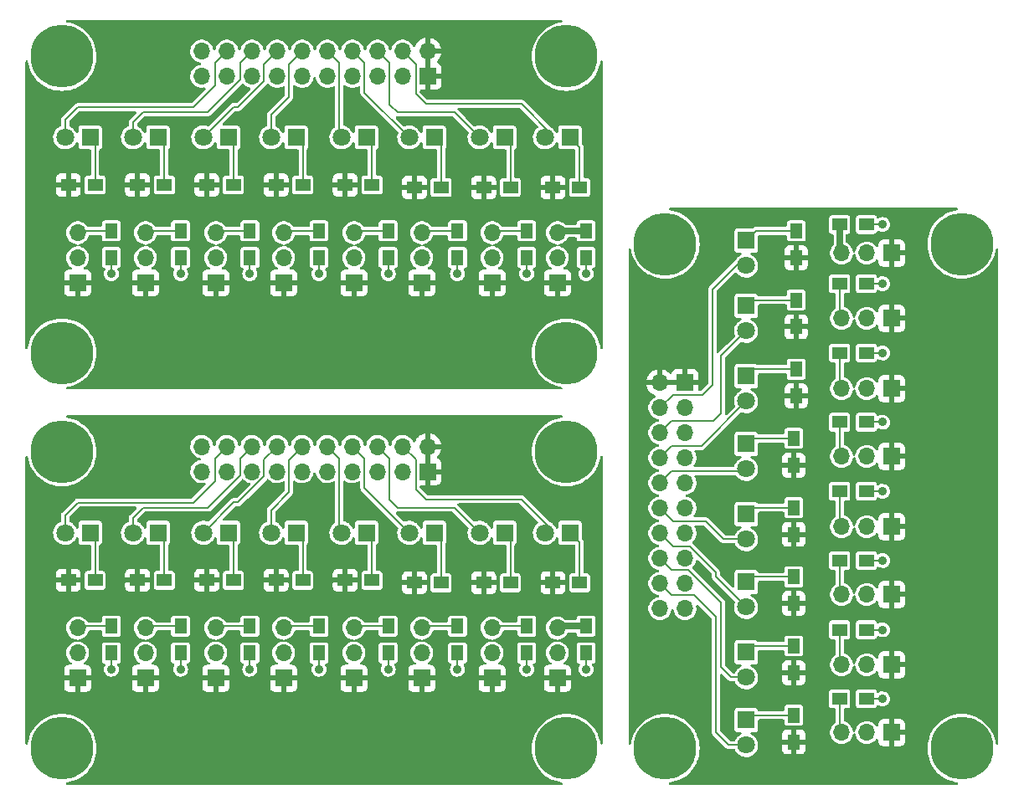
<source format=gbl>
%MOIN*%
%OFA0B0*%
%FSLAX46Y46*%
%IPPOS*%
%LPD*%
%ADD10R,0.070866141732283464X0.070866141732283464*%
%ADD11C,0.070866141732283464*%
%ADD12C,0.25*%
%ADD13R,0.066929133858267723X0.066929133858267723*%
%ADD14O,0.066929133858267723X0.066929133858267723*%
%ADD15R,0.051181102362204731X0.059055118110236227*%
%ADD16R,0.059055118110236227X0.051181102362204731*%
%ADD17C,0.035*%
%ADD18C,0.008*%
%ADD19C,0.025*%
%ADD30R,0.070866141732283464X0.070866141732283464*%
%ADD31C,0.070866141732283464*%
%ADD32C,0.25*%
%ADD33R,0.066929133858267723X0.066929133858267723*%
%ADD34O,0.066929133858267723X0.066929133858267723*%
%ADD35R,0.051181102362204731X0.059055118110236227*%
%ADD36R,0.059055118110236227X0.051181102362204731*%
%ADD37C,0.035*%
%ADD38C,0.008*%
%ADD39C,0.025*%
%ADD40R,0.070866141732283464X0.070866141732283464*%
%ADD41C,0.070866141732283464*%
%ADD42C,0.25*%
%ADD43R,0.066929133858267723X0.066929133858267723*%
%ADD44O,0.066929133858267723X0.066929133858267723*%
%ADD45R,0.059055118110236227X0.051181102362204731*%
%ADD46R,0.051181102362204731X0.059055118110236227*%
%ADD47C,0.035*%
%ADD48C,0.008*%
%ADD49C,0.025*%
G01*
D10*
X0000000000Y0001496062D02*
X0002180196Y0001016062D03*
D11*
X0002080196Y0001016062D03*
D10*
X0001920196Y0001016062D03*
D11*
X0001820196Y0001016062D03*
D10*
X0001640196Y0001016062D03*
D11*
X0001540196Y0001016062D03*
D10*
X0001370196Y0001016062D03*
D11*
X0001270196Y0001016062D03*
D10*
X0001090196Y0001016062D03*
D11*
X0000990196Y0001016062D03*
D10*
X0000820196Y0001016062D03*
D11*
X0000720196Y0001016062D03*
D10*
X0000540196Y0001016062D03*
D11*
X0000440196Y0001016062D03*
D12*
X0002165354Y0000157480D03*
X0002165354Y0001338582D03*
X0000157480Y0001338582D03*
X0000157480Y0000157480D03*
D13*
X0002130000Y0000436653D03*
D14*
X0002130000Y0000536653D03*
X0002130000Y0000636653D03*
D13*
X0001870000Y0000436653D03*
D14*
X0001870000Y0000536653D03*
X0001870000Y0000636653D03*
D13*
X0001590000Y0000436653D03*
D14*
X0001590000Y0000536653D03*
X0001590000Y0000636653D03*
D13*
X0001320000Y0000436653D03*
D14*
X0001320000Y0000536653D03*
X0001320000Y0000636653D03*
D13*
X0001040000Y0000436653D03*
D14*
X0001040000Y0000536653D03*
X0001040000Y0000636653D03*
D13*
X0000770000Y0000436653D03*
D14*
X0000770000Y0000536653D03*
X0000770000Y0000636653D03*
D13*
X0000490000Y0000436653D03*
D14*
X0000490000Y0000536653D03*
X0000490000Y0000636653D03*
D13*
X0000220000Y0000436653D03*
D14*
X0000220000Y0000536653D03*
X0000220000Y0000636653D03*
D10*
X0000270196Y0001016062D03*
D11*
X0000170196Y0001016062D03*
D15*
X0002244094Y0000643700D03*
X0002244094Y0000537401D03*
X0002007874Y0000643700D03*
X0002007874Y0000537401D03*
X0001732283Y0000643700D03*
X0001732283Y0000537401D03*
X0001456692Y0000643700D03*
X0001456692Y0000537401D03*
X0001181102Y0000643700D03*
X0001181102Y0000537401D03*
X0000905511Y0000643700D03*
X0000905511Y0000537401D03*
X0000629921Y0000643700D03*
X0000629921Y0000537401D03*
X0000354330Y0000643700D03*
X0000354330Y0000537401D03*
D16*
X0002112204Y0000816929D03*
X0002218503Y0000816929D03*
X0001836614Y0000816929D03*
X0001942913Y0000816929D03*
X0001561023Y0000816929D03*
X0001667322Y0000816929D03*
X0001285433Y0000826771D03*
X0001391732Y0000826771D03*
X0001009842Y0000826771D03*
X0001116141Y0000826771D03*
X0000734251Y0000826771D03*
X0000840551Y0000826771D03*
X0000458661Y0000826771D03*
X0000564960Y0000826771D03*
X0000183070Y0000826771D03*
X0000289370Y0000826771D03*
D13*
X0001614173Y0001259842D03*
D14*
X0001614173Y0001359842D03*
X0001514173Y0001259842D03*
X0001514173Y0001359842D03*
X0001414173Y0001259842D03*
X0001414173Y0001359842D03*
X0001314173Y0001259842D03*
X0001314173Y0001359842D03*
X0001214173Y0001259842D03*
X0001214173Y0001359842D03*
X0001114173Y0001259842D03*
X0001114173Y0001359842D03*
X0001014173Y0001259842D03*
X0001014173Y0001359842D03*
X0000914173Y0001259842D03*
X0000914173Y0001359842D03*
X0000814173Y0001259842D03*
X0000814173Y0001359842D03*
X0000714173Y0001259842D03*
X0000714173Y0001359842D03*
D17*
X0000354330Y0000472440D03*
X0000905511Y0000472440D03*
X0001732283Y0000472440D03*
X0002244094Y0000472440D03*
X0000629921Y0000472440D03*
X0002007874Y0000472440D03*
X0001456692Y0000472440D03*
X0001181102Y0000472440D03*
D18*
X0001181102Y0000537401D02*
X0001181102Y0000472440D01*
X0001732283Y0000537401D02*
X0001732283Y0000472440D01*
X0001456692Y0000537401D02*
X0001456692Y0000472440D01*
X0000629921Y0000537401D02*
X0000629921Y0000472440D01*
X0002007874Y0000537401D02*
X0002007874Y0000472440D01*
X0000354330Y0000537401D02*
X0000354330Y0000472440D01*
X0002244094Y0000537401D02*
X0002244094Y0000472440D01*
X0000905511Y0000537401D02*
X0000905511Y0000472440D01*
X0001181102Y0000643700D02*
X0001047047Y0000643700D01*
X0001047047Y0000643700D02*
X0001040000Y0000636653D01*
X0000777047Y0000643700D02*
X0000770000Y0000636653D01*
X0000905511Y0000643700D02*
X0000777047Y0000643700D01*
X0000629921Y0000643700D02*
X0000497047Y0000643700D01*
X0000497047Y0000643700D02*
X0000490000Y0000636653D01*
X0000354330Y0000643700D02*
X0000227047Y0000643700D01*
X0000227047Y0000643700D02*
X0000220000Y0000636653D01*
X0001942913Y0000993346D02*
X0001920196Y0001016062D01*
X0001942913Y0000816929D02*
X0001942913Y0000993346D01*
X0001667322Y0000988937D02*
X0001640196Y0001016062D01*
X0001667322Y0000816929D02*
X0001667322Y0000988937D01*
X0001391732Y0000994527D02*
X0001370196Y0001016062D01*
X0001391732Y0000826771D02*
X0001391732Y0000994527D01*
X0001116141Y0000990118D02*
X0001090196Y0001016062D01*
X0001116141Y0000826771D02*
X0001116141Y0000990118D01*
X0000840551Y0000826771D02*
X0000840551Y0000995708D01*
X0000840551Y0000995708D02*
X0000820196Y0001016062D01*
X0000564960Y0000826771D02*
X0000564960Y0000991299D01*
X0000564960Y0000991299D02*
X0000540196Y0001016062D01*
X0000289370Y0000826771D02*
X0000289370Y0000996889D01*
X0000289370Y0000996889D02*
X0000270196Y0001016062D01*
X0002104724Y0001031338D02*
X0001986299Y0001149763D01*
X0001986299Y0001149763D02*
X0001606299Y0001149763D01*
X0001606299Y0001149763D02*
X0001566299Y0001189763D01*
X0001566299Y0001189763D02*
X0001566299Y0001307716D01*
X0001566299Y0001307716D02*
X0001514173Y0001359842D01*
X0002104724Y0001023622D02*
X0002104724Y0001031338D01*
X0001461618Y0001312397D02*
X0001461618Y0001147681D01*
X0001461618Y0001147681D02*
X0001493237Y0001116062D01*
X0001720196Y0001116062D02*
X0001820196Y0001016062D01*
X0001493237Y0001116062D02*
X0001720196Y0001116062D01*
X0001414173Y0001359842D02*
X0001461618Y0001312397D01*
X0001361618Y0001194641D02*
X0001540196Y0001016062D01*
X0001361618Y0001312397D02*
X0001361618Y0001194641D01*
X0001314173Y0001359842D02*
X0001361618Y0001312397D01*
X0001261618Y0001024641D02*
X0001270196Y0001016062D01*
X0001261618Y0001312397D02*
X0001261618Y0001024641D01*
X0001214173Y0001359842D02*
X0001261618Y0001312397D01*
X0000990196Y0001106259D02*
X0000990196Y0001016062D01*
X0001060000Y0001305669D02*
X0001061618Y0001304050D01*
X0001114173Y0001359842D02*
X0001060000Y0001305669D01*
X0001061618Y0001177681D02*
X0000990196Y0001106259D01*
X0001061618Y0001304050D02*
X0001061618Y0001177681D01*
X0001014173Y0001359842D02*
X0000961618Y0001307287D01*
X0000720196Y0001016062D02*
X0000841451Y0001137317D01*
X0000961618Y0001307287D02*
X0000961618Y0001240190D01*
X0000841451Y0001137317D02*
X0000858745Y0001137317D01*
X0000961618Y0001240190D02*
X0000858745Y0001137317D01*
X0000480000Y0001116062D02*
X0000440196Y0001076259D01*
X0000866727Y0001245299D02*
X0000737491Y0001116062D01*
X0000440196Y0001076259D02*
X0000440196Y0001016062D01*
X0000866727Y0001312397D02*
X0000866727Y0001245299D01*
X0000914173Y0001359842D02*
X0000866727Y0001312397D01*
X0000737491Y0001116062D02*
X0000480000Y0001116062D01*
X0000766727Y0001312397D02*
X0000766727Y0001222790D01*
X0000766727Y0001222790D02*
X0000679999Y0001136062D01*
X0000220000Y0001136062D02*
X0000170196Y0001086259D01*
X0000170196Y0001086259D02*
X0000170196Y0001016062D01*
X0000814173Y0001359842D02*
X0000766727Y0001312397D01*
X0000679999Y0001136062D02*
X0000220000Y0001136062D01*
D19*
X0002136614Y0000643700D02*
X0002125984Y0000633070D01*
X0002244094Y0000643700D02*
X0002136614Y0000643700D01*
D18*
X0002007874Y0000643700D02*
X0001877047Y0000643700D01*
X0001877047Y0000643700D02*
X0001870000Y0000636653D01*
X0001597047Y0000643700D02*
X0001590000Y0000636653D01*
X0001732283Y0000643700D02*
X0001597047Y0000643700D01*
X0001456692Y0000643700D02*
X0001327047Y0000643700D01*
X0001327047Y0000643700D02*
X0001320000Y0000636653D01*
X0002218503Y0000816929D02*
X0002218503Y0000977755D01*
X0002218503Y0000977755D02*
X0002180196Y0001016062D01*
G36*
X0002147640Y0001483275D02*
G01*
X0002149470Y0001481163D01*
X0002149868Y0001478396D01*
X0002148707Y0001475853D01*
X0002146355Y0001474342D01*
X0002145734Y0001474202D01*
X0002136827Y0001472792D01*
X0002122954Y0001469074D01*
X0002109546Y0001463928D01*
X0002109431Y0001463869D01*
X0002096866Y0001457467D01*
X0002096865Y0001457466D01*
X0002096750Y0001457408D01*
X0002084705Y0001449586D01*
X0002073544Y0001440547D01*
X0002063389Y0001430392D01*
X0002054350Y0001419231D01*
X0002046528Y0001407186D01*
X0002046470Y0001407071D01*
X0002046469Y0001407070D01*
X0002043354Y0001400955D01*
X0002040008Y0001394390D01*
X0002034862Y0001380982D01*
X0002031144Y0001367109D01*
X0002030594Y0001363637D01*
X0002028952Y0001353266D01*
X0002028898Y0001352924D01*
X0002028146Y0001338582D01*
X0002028898Y0001324240D01*
X0002028918Y0001324112D01*
X0002028918Y0001324112D01*
X0002029822Y0001318404D01*
X0002031144Y0001310055D01*
X0002034862Y0001296183D01*
X0002040008Y0001282775D01*
X0002040067Y0001282659D01*
X0002046326Y0001270375D01*
X0002046528Y0001269978D01*
X0002046599Y0001269869D01*
X0002046599Y0001269869D01*
X0002047852Y0001267940D01*
X0002054350Y0001257934D01*
X0002063389Y0001246772D01*
X0002073544Y0001236617D01*
X0002084705Y0001227579D01*
X0002085882Y0001226815D01*
X0002095950Y0001220276D01*
X0002096750Y0001219757D01*
X0002096865Y0001219698D01*
X0002096866Y0001219698D01*
X0002107606Y0001214226D01*
X0002109546Y0001213237D01*
X0002113366Y0001211771D01*
X0002120624Y0001208984D01*
X0002122954Y0001208090D01*
X0002136827Y0001204373D01*
X0002144369Y0001203178D01*
X0002150884Y0001202146D01*
X0002150884Y0001202146D01*
X0002151012Y0001202126D01*
X0002165354Y0001201374D01*
X0002179696Y0001202126D01*
X0002179824Y0001202146D01*
X0002179824Y0001202146D01*
X0002186339Y0001203178D01*
X0002193881Y0001204373D01*
X0002207753Y0001208090D01*
X0002210083Y0001208984D01*
X0002217342Y0001211771D01*
X0002221161Y0001213237D01*
X0002223102Y0001214226D01*
X0002233842Y0001219698D01*
X0002233842Y0001219698D01*
X0002233958Y0001219757D01*
X0002234757Y0001220276D01*
X0002244826Y0001226815D01*
X0002246002Y0001227579D01*
X0002257164Y0001236617D01*
X0002267319Y0001246772D01*
X0002276357Y0001257934D01*
X0002282855Y0001267940D01*
X0002284108Y0001269869D01*
X0002284108Y0001269869D01*
X0002284179Y0001269978D01*
X0002284382Y0001270375D01*
X0002290640Y0001282659D01*
X0002290699Y0001282775D01*
X0002295846Y0001296183D01*
X0002299563Y0001310055D01*
X0002300974Y0001318962D01*
X0002302171Y0001321488D01*
X0002304544Y0001322965D01*
X0002307339Y0001322925D01*
X0002309669Y0001321381D01*
X0002310793Y0001318822D01*
X0002310834Y0001318186D01*
X0002310834Y0000177876D01*
X0002310047Y0000175194D01*
X0002307934Y0000173364D01*
X0002305168Y0000172966D01*
X0002302625Y0000174127D01*
X0002301114Y0000176478D01*
X0002300974Y0000177100D01*
X0002299584Y0000185879D01*
X0002299563Y0000186007D01*
X0002295846Y0000199879D01*
X0002290699Y0000213287D01*
X0002284179Y0000226084D01*
X0002276357Y0000238128D01*
X0002267319Y0000249290D01*
X0002257164Y0000259445D01*
X0002246002Y0000268483D01*
X0002233958Y0000276305D01*
X0002233842Y0000276364D01*
X0002233842Y0000276364D01*
X0002221277Y0000282766D01*
X0002221161Y0000282825D01*
X0002207753Y0000287972D01*
X0002193881Y0000291689D01*
X0002186339Y0000292884D01*
X0002179824Y0000293916D01*
X0002179824Y0000293916D01*
X0002179696Y0000293936D01*
X0002165354Y0000294687D01*
X0002151012Y0000293936D01*
X0002150884Y0000293916D01*
X0002150884Y0000293916D01*
X0002144369Y0000292884D01*
X0002136827Y0000291689D01*
X0002122954Y0000287972D01*
X0002109546Y0000282825D01*
X0002109431Y0000282766D01*
X0002096866Y0000276364D01*
X0002096865Y0000276364D01*
X0002096750Y0000276305D01*
X0002084705Y0000268483D01*
X0002073544Y0000259445D01*
X0002063389Y0000249290D01*
X0002054350Y0000238128D01*
X0002046528Y0000226084D01*
X0002040008Y0000213287D01*
X0002034862Y0000199879D01*
X0002031144Y0000186007D01*
X0002031124Y0000185879D01*
X0002029079Y0000172966D01*
X0002028898Y0000171822D01*
X0002028146Y0000157480D01*
X0002028898Y0000143138D01*
X0002031144Y0000128953D01*
X0002034862Y0000115080D01*
X0002040008Y0000101672D01*
X0002046528Y0000088876D01*
X0002054350Y0000076831D01*
X0002063389Y0000065670D01*
X0002073544Y0000055515D01*
X0002084705Y0000046476D01*
X0002096750Y0000038654D01*
X0002096865Y0000038596D01*
X0002096866Y0000038595D01*
X0002100944Y0000036517D01*
X0002109546Y0000032134D01*
X0002122954Y0000026988D01*
X0002136827Y0000023270D01*
X0002145734Y0000021860D01*
X0002148259Y0000020662D01*
X0002149737Y0000018290D01*
X0002149697Y0000015495D01*
X0002148152Y0000013165D01*
X0002145593Y0000012040D01*
X0002144958Y0000012000D01*
X0000177876Y0000012000D01*
X0000175194Y0000012787D01*
X0000173364Y0000014899D01*
X0000172966Y0000017666D01*
X0000174127Y0000020209D01*
X0000176478Y0000021720D01*
X0000177100Y0000021860D01*
X0000186007Y0000023270D01*
X0000199879Y0000026988D01*
X0000213287Y0000032134D01*
X0000221889Y0000036517D01*
X0000225968Y0000038595D01*
X0000225968Y0000038596D01*
X0000226084Y0000038654D01*
X0000238128Y0000046476D01*
X0000249290Y0000055515D01*
X0000259445Y0000065670D01*
X0000268483Y0000076831D01*
X0000276305Y0000088876D01*
X0000282825Y0000101672D01*
X0000287972Y0000115080D01*
X0000291689Y0000128953D01*
X0000293936Y0000143138D01*
X0000294688Y0000157480D01*
X0000293936Y0000171822D01*
X0000293755Y0000172966D01*
X0000291710Y0000185879D01*
X0000291689Y0000186007D01*
X0000287972Y0000199879D01*
X0000282825Y0000213287D01*
X0000276305Y0000226084D01*
X0000268483Y0000238128D01*
X0000259445Y0000249290D01*
X0000249290Y0000259445D01*
X0000238128Y0000268483D01*
X0000226084Y0000276305D01*
X0000225968Y0000276364D01*
X0000225968Y0000276364D01*
X0000213403Y0000282766D01*
X0000213287Y0000282825D01*
X0000199879Y0000287972D01*
X0000186007Y0000291689D01*
X0000178465Y0000292884D01*
X0000171950Y0000293916D01*
X0000171950Y0000293916D01*
X0000171822Y0000293936D01*
X0000157480Y0000294687D01*
X0000143138Y0000293936D01*
X0000143010Y0000293916D01*
X0000143010Y0000293916D01*
X0000136495Y0000292884D01*
X0000128953Y0000291689D01*
X0000115080Y0000287972D01*
X0000101672Y0000282825D01*
X0000101557Y0000282766D01*
X0000088992Y0000276364D01*
X0000088991Y0000276364D01*
X0000088876Y0000276305D01*
X0000076831Y0000268483D01*
X0000065670Y0000259445D01*
X0000055515Y0000249290D01*
X0000046476Y0000238128D01*
X0000038654Y0000226084D01*
X0000032134Y0000213287D01*
X0000026988Y0000199879D01*
X0000023270Y0000186007D01*
X0000023250Y0000185879D01*
X0000021860Y0000177100D01*
X0000020662Y0000174574D01*
X0000018290Y0000173097D01*
X0000015495Y0000173137D01*
X0000013165Y0000174681D01*
X0000012040Y0000177240D01*
X0000012000Y0000177876D01*
X0000012000Y0000401430D01*
X0000166535Y0000401430D01*
X0000166550Y0000401161D01*
X0000166767Y0000399159D01*
X0000166910Y0000398558D01*
X0000168688Y0000393816D01*
X0000169024Y0000393202D01*
X0000172036Y0000389184D01*
X0000172530Y0000388689D01*
X0000176549Y0000385677D01*
X0000177163Y0000385341D01*
X0000181905Y0000383563D01*
X0000182505Y0000383421D01*
X0000184508Y0000383203D01*
X0000184776Y0000383188D01*
X0000209286Y0000383188D01*
X0000209886Y0000383365D01*
X0000209934Y0000383419D01*
X0000210000Y0000383722D01*
X0000210000Y0000383902D01*
X0000230000Y0000383902D01*
X0000230176Y0000383302D01*
X0000230230Y0000383254D01*
X0000230533Y0000383189D01*
X0000255223Y0000383189D01*
X0000255491Y0000383203D01*
X0000257494Y0000383421D01*
X0000258094Y0000383563D01*
X0000262836Y0000385341D01*
X0000263450Y0000385677D01*
X0000267469Y0000388689D01*
X0000267963Y0000389184D01*
X0000270975Y0000393202D01*
X0000271311Y0000393816D01*
X0000273089Y0000398558D01*
X0000273232Y0000399159D01*
X0000273450Y0000401161D01*
X0000273464Y0000401430D01*
X0000273464Y0000401430D01*
X0000436535Y0000401430D01*
X0000436550Y0000401161D01*
X0000436767Y0000399159D01*
X0000436910Y0000398558D01*
X0000438688Y0000393816D01*
X0000439024Y0000393202D01*
X0000442036Y0000389184D01*
X0000442530Y0000388689D01*
X0000446549Y0000385677D01*
X0000447163Y0000385341D01*
X0000451905Y0000383563D01*
X0000452505Y0000383421D01*
X0000454508Y0000383203D01*
X0000454776Y0000383188D01*
X0000479286Y0000383188D01*
X0000479886Y0000383365D01*
X0000479934Y0000383419D01*
X0000480000Y0000383722D01*
X0000480000Y0000383902D01*
X0000500000Y0000383902D01*
X0000500176Y0000383302D01*
X0000500230Y0000383254D01*
X0000500533Y0000383189D01*
X0000525223Y0000383189D01*
X0000525491Y0000383203D01*
X0000527494Y0000383421D01*
X0000528094Y0000383563D01*
X0000532836Y0000385341D01*
X0000533450Y0000385677D01*
X0000537469Y0000388689D01*
X0000537963Y0000389184D01*
X0000540975Y0000393202D01*
X0000541311Y0000393816D01*
X0000543089Y0000398558D01*
X0000543232Y0000399159D01*
X0000543450Y0000401161D01*
X0000543464Y0000401430D01*
X0000543464Y0000401430D01*
X0000716535Y0000401430D01*
X0000716550Y0000401161D01*
X0000716767Y0000399159D01*
X0000716910Y0000398558D01*
X0000718688Y0000393816D01*
X0000719024Y0000393202D01*
X0000722036Y0000389184D01*
X0000722530Y0000388689D01*
X0000726549Y0000385677D01*
X0000727163Y0000385341D01*
X0000731905Y0000383563D01*
X0000732505Y0000383421D01*
X0000734508Y0000383203D01*
X0000734776Y0000383188D01*
X0000759286Y0000383188D01*
X0000759886Y0000383365D01*
X0000759934Y0000383419D01*
X0000760000Y0000383722D01*
X0000760000Y0000383902D01*
X0000780000Y0000383902D01*
X0000780176Y0000383302D01*
X0000780230Y0000383254D01*
X0000780533Y0000383189D01*
X0000805223Y0000383189D01*
X0000805491Y0000383203D01*
X0000807494Y0000383421D01*
X0000808094Y0000383563D01*
X0000812836Y0000385341D01*
X0000813450Y0000385677D01*
X0000817469Y0000388689D01*
X0000817963Y0000389184D01*
X0000820975Y0000393202D01*
X0000821311Y0000393816D01*
X0000823089Y0000398558D01*
X0000823232Y0000399159D01*
X0000823450Y0000401161D01*
X0000823464Y0000401430D01*
X0000823464Y0000401430D01*
X0000986535Y0000401430D01*
X0000986550Y0000401161D01*
X0000986767Y0000399159D01*
X0000986910Y0000398558D01*
X0000988688Y0000393816D01*
X0000989024Y0000393202D01*
X0000992036Y0000389184D01*
X0000992530Y0000388689D01*
X0000996549Y0000385677D01*
X0000997163Y0000385341D01*
X0001001905Y0000383563D01*
X0001002505Y0000383421D01*
X0001004508Y0000383203D01*
X0001004776Y0000383188D01*
X0001029286Y0000383188D01*
X0001029886Y0000383365D01*
X0001029934Y0000383419D01*
X0001030000Y0000383722D01*
X0001030000Y0000383902D01*
X0001050000Y0000383902D01*
X0001050176Y0000383302D01*
X0001050230Y0000383254D01*
X0001050533Y0000383189D01*
X0001075223Y0000383189D01*
X0001075491Y0000383203D01*
X0001077494Y0000383421D01*
X0001078094Y0000383563D01*
X0001082836Y0000385341D01*
X0001083450Y0000385677D01*
X0001087469Y0000388689D01*
X0001087963Y0000389184D01*
X0001090975Y0000393202D01*
X0001091311Y0000393816D01*
X0001093089Y0000398558D01*
X0001093232Y0000399159D01*
X0001093450Y0000401161D01*
X0001093464Y0000401430D01*
X0001093464Y0000401430D01*
X0001266535Y0000401430D01*
X0001266550Y0000401161D01*
X0001266767Y0000399159D01*
X0001266910Y0000398558D01*
X0001268688Y0000393816D01*
X0001269024Y0000393202D01*
X0001272035Y0000389184D01*
X0001272530Y0000388689D01*
X0001276549Y0000385677D01*
X0001277163Y0000385341D01*
X0001281905Y0000383563D01*
X0001282505Y0000383421D01*
X0001284508Y0000383203D01*
X0001284776Y0000383188D01*
X0001309286Y0000383188D01*
X0001309886Y0000383365D01*
X0001309934Y0000383419D01*
X0001310000Y0000383722D01*
X0001310000Y0000383902D01*
X0001329999Y0000383902D01*
X0001330176Y0000383302D01*
X0001330230Y0000383254D01*
X0001330533Y0000383189D01*
X0001355223Y0000383189D01*
X0001355491Y0000383203D01*
X0001357494Y0000383421D01*
X0001358094Y0000383563D01*
X0001362836Y0000385341D01*
X0001363450Y0000385677D01*
X0001367469Y0000388689D01*
X0001367963Y0000389184D01*
X0001370975Y0000393202D01*
X0001371311Y0000393816D01*
X0001373089Y0000398558D01*
X0001373232Y0000399159D01*
X0001373450Y0000401161D01*
X0001373464Y0000401430D01*
X0001373464Y0000401430D01*
X0001536535Y0000401430D01*
X0001536550Y0000401161D01*
X0001536767Y0000399159D01*
X0001536910Y0000398558D01*
X0001538688Y0000393816D01*
X0001539024Y0000393202D01*
X0001542036Y0000389184D01*
X0001542530Y0000388689D01*
X0001546549Y0000385677D01*
X0001547163Y0000385341D01*
X0001551905Y0000383563D01*
X0001552505Y0000383421D01*
X0001554508Y0000383203D01*
X0001554776Y0000383188D01*
X0001579286Y0000383188D01*
X0001579886Y0000383365D01*
X0001579934Y0000383419D01*
X0001580000Y0000383722D01*
X0001580000Y0000383902D01*
X0001600000Y0000383902D01*
X0001600176Y0000383302D01*
X0001600230Y0000383254D01*
X0001600533Y0000383189D01*
X0001625223Y0000383189D01*
X0001625491Y0000383203D01*
X0001627494Y0000383421D01*
X0001628094Y0000383563D01*
X0001632836Y0000385341D01*
X0001633450Y0000385677D01*
X0001637469Y0000388689D01*
X0001637963Y0000389184D01*
X0001640975Y0000393202D01*
X0001641311Y0000393816D01*
X0001643089Y0000398558D01*
X0001643232Y0000399159D01*
X0001643450Y0000401161D01*
X0001643464Y0000401430D01*
X0001643464Y0000401430D01*
X0001816535Y0000401430D01*
X0001816550Y0000401161D01*
X0001816767Y0000399159D01*
X0001816910Y0000398558D01*
X0001818688Y0000393816D01*
X0001819024Y0000393202D01*
X0001822036Y0000389184D01*
X0001822530Y0000388689D01*
X0001826549Y0000385677D01*
X0001827163Y0000385341D01*
X0001831905Y0000383563D01*
X0001832505Y0000383421D01*
X0001834508Y0000383203D01*
X0001834776Y0000383188D01*
X0001859286Y0000383188D01*
X0001859886Y0000383365D01*
X0001859934Y0000383419D01*
X0001860000Y0000383722D01*
X0001860000Y0000383902D01*
X0001880000Y0000383902D01*
X0001880176Y0000383302D01*
X0001880230Y0000383254D01*
X0001880533Y0000383189D01*
X0001905223Y0000383189D01*
X0001905491Y0000383203D01*
X0001907494Y0000383421D01*
X0001908094Y0000383563D01*
X0001912836Y0000385341D01*
X0001913450Y0000385677D01*
X0001917469Y0000388689D01*
X0001917963Y0000389184D01*
X0001920975Y0000393202D01*
X0001921311Y0000393816D01*
X0001923089Y0000398558D01*
X0001923232Y0000399159D01*
X0001923450Y0000401161D01*
X0001923464Y0000401430D01*
X0001923464Y0000401430D01*
X0002076535Y0000401430D01*
X0002076550Y0000401161D01*
X0002076767Y0000399159D01*
X0002076910Y0000398558D01*
X0002078688Y0000393816D01*
X0002079024Y0000393202D01*
X0002082036Y0000389184D01*
X0002082530Y0000388689D01*
X0002086549Y0000385677D01*
X0002087163Y0000385341D01*
X0002091905Y0000383563D01*
X0002092505Y0000383421D01*
X0002094508Y0000383203D01*
X0002094776Y0000383188D01*
X0002119286Y0000383188D01*
X0002119886Y0000383365D01*
X0002119934Y0000383419D01*
X0002120000Y0000383722D01*
X0002120000Y0000383902D01*
X0002140000Y0000383902D01*
X0002140176Y0000383302D01*
X0002140230Y0000383254D01*
X0002140533Y0000383189D01*
X0002165223Y0000383189D01*
X0002165491Y0000383203D01*
X0002167494Y0000383421D01*
X0002168094Y0000383563D01*
X0002172836Y0000385341D01*
X0002173450Y0000385677D01*
X0002177469Y0000388689D01*
X0002177963Y0000389184D01*
X0002180975Y0000393202D01*
X0002181311Y0000393816D01*
X0002183089Y0000398558D01*
X0002183232Y0000399159D01*
X0002183450Y0000401161D01*
X0002183464Y0000401430D01*
X0002183464Y0000425940D01*
X0002183288Y0000426540D01*
X0002183233Y0000426587D01*
X0002182931Y0000426653D01*
X0002140713Y0000426653D01*
X0002140113Y0000426477D01*
X0002140065Y0000426422D01*
X0002140000Y0000426120D01*
X0002140000Y0000383902D01*
X0002120000Y0000383902D01*
X0002120000Y0000425940D01*
X0002119823Y0000426540D01*
X0002119769Y0000426587D01*
X0002119466Y0000426653D01*
X0002077248Y0000426653D01*
X0002076648Y0000426477D01*
X0002076601Y0000426422D01*
X0002076535Y0000426120D01*
X0002076535Y0000401430D01*
X0001923464Y0000401430D01*
X0001923464Y0000425940D01*
X0001923288Y0000426540D01*
X0001923233Y0000426587D01*
X0001922931Y0000426653D01*
X0001880713Y0000426653D01*
X0001880113Y0000426477D01*
X0001880065Y0000426422D01*
X0001880000Y0000426120D01*
X0001880000Y0000383902D01*
X0001860000Y0000383902D01*
X0001860000Y0000425940D01*
X0001859823Y0000426540D01*
X0001859769Y0000426587D01*
X0001859466Y0000426653D01*
X0001817248Y0000426653D01*
X0001816648Y0000426477D01*
X0001816601Y0000426422D01*
X0001816535Y0000426120D01*
X0001816535Y0000401430D01*
X0001643464Y0000401430D01*
X0001643464Y0000425940D01*
X0001643288Y0000426540D01*
X0001643233Y0000426587D01*
X0001642931Y0000426653D01*
X0001600713Y0000426653D01*
X0001600113Y0000426477D01*
X0001600065Y0000426422D01*
X0001600000Y0000426120D01*
X0001600000Y0000383902D01*
X0001580000Y0000383902D01*
X0001580000Y0000425940D01*
X0001579823Y0000426540D01*
X0001579769Y0000426587D01*
X0001579466Y0000426653D01*
X0001537248Y0000426653D01*
X0001536648Y0000426477D01*
X0001536601Y0000426422D01*
X0001536535Y0000426120D01*
X0001536535Y0000401430D01*
X0001373464Y0000401430D01*
X0001373464Y0000425940D01*
X0001373288Y0000426540D01*
X0001373233Y0000426587D01*
X0001372931Y0000426653D01*
X0001330713Y0000426653D01*
X0001330113Y0000426477D01*
X0001330065Y0000426422D01*
X0001329999Y0000426120D01*
X0001329999Y0000383902D01*
X0001310000Y0000383902D01*
X0001310000Y0000425940D01*
X0001309823Y0000426540D01*
X0001309769Y0000426587D01*
X0001309466Y0000426653D01*
X0001267248Y0000426653D01*
X0001266648Y0000426477D01*
X0001266601Y0000426422D01*
X0001266535Y0000426120D01*
X0001266535Y0000401430D01*
X0001093464Y0000401430D01*
X0001093464Y0000425940D01*
X0001093288Y0000426540D01*
X0001093233Y0000426587D01*
X0001092931Y0000426653D01*
X0001050713Y0000426653D01*
X0001050113Y0000426477D01*
X0001050065Y0000426422D01*
X0001050000Y0000426120D01*
X0001050000Y0000383902D01*
X0001030000Y0000383902D01*
X0001030000Y0000425940D01*
X0001029823Y0000426540D01*
X0001029769Y0000426587D01*
X0001029466Y0000426653D01*
X0000987248Y0000426653D01*
X0000986648Y0000426477D01*
X0000986601Y0000426422D01*
X0000986535Y0000426120D01*
X0000986535Y0000401430D01*
X0000823464Y0000401430D01*
X0000823464Y0000425940D01*
X0000823288Y0000426540D01*
X0000823233Y0000426587D01*
X0000822931Y0000426653D01*
X0000780713Y0000426653D01*
X0000780113Y0000426477D01*
X0000780065Y0000426422D01*
X0000780000Y0000426120D01*
X0000780000Y0000383902D01*
X0000760000Y0000383902D01*
X0000760000Y0000425940D01*
X0000759823Y0000426540D01*
X0000759769Y0000426587D01*
X0000759466Y0000426653D01*
X0000717248Y0000426653D01*
X0000716648Y0000426477D01*
X0000716601Y0000426422D01*
X0000716535Y0000426120D01*
X0000716535Y0000401430D01*
X0000543464Y0000401430D01*
X0000543464Y0000425940D01*
X0000543288Y0000426540D01*
X0000543233Y0000426587D01*
X0000542931Y0000426653D01*
X0000500713Y0000426653D01*
X0000500113Y0000426477D01*
X0000500065Y0000426422D01*
X0000500000Y0000426120D01*
X0000500000Y0000383902D01*
X0000480000Y0000383902D01*
X0000480000Y0000425940D01*
X0000479823Y0000426540D01*
X0000479769Y0000426587D01*
X0000479466Y0000426653D01*
X0000437248Y0000426653D01*
X0000436648Y0000426477D01*
X0000436601Y0000426422D01*
X0000436535Y0000426120D01*
X0000436535Y0000401430D01*
X0000273464Y0000401430D01*
X0000273464Y0000425940D01*
X0000273288Y0000426540D01*
X0000273233Y0000426587D01*
X0000272931Y0000426653D01*
X0000230713Y0000426653D01*
X0000230113Y0000426477D01*
X0000230065Y0000426422D01*
X0000230000Y0000426120D01*
X0000230000Y0000383902D01*
X0000210000Y0000383902D01*
X0000210000Y0000425940D01*
X0000209823Y0000426540D01*
X0000209769Y0000426587D01*
X0000209466Y0000426653D01*
X0000167248Y0000426653D01*
X0000166648Y0000426477D01*
X0000166601Y0000426422D01*
X0000166535Y0000426120D01*
X0000166535Y0000401430D01*
X0000012000Y0000401430D01*
X0000012000Y0000447366D01*
X0000166535Y0000447366D01*
X0000166711Y0000446766D01*
X0000166766Y0000446719D01*
X0000167068Y0000446653D01*
X0000272751Y0000446653D01*
X0000273351Y0000446829D01*
X0000273398Y0000446884D01*
X0000273464Y0000447186D01*
X0000273464Y0000471876D01*
X0000273449Y0000472145D01*
X0000273232Y0000474147D01*
X0000273089Y0000474748D01*
X0000271311Y0000479490D01*
X0000270975Y0000480104D01*
X0000267963Y0000484122D01*
X0000267469Y0000484617D01*
X0000263450Y0000487629D01*
X0000262836Y0000487965D01*
X0000258094Y0000489743D01*
X0000257494Y0000489886D01*
X0000255491Y0000490103D01*
X0000255223Y0000490118D01*
X0000248876Y0000490118D01*
X0000246194Y0000490905D01*
X0000244364Y0000493018D01*
X0000243966Y0000495784D01*
X0000245127Y0000498327D01*
X0000245880Y0000498999D01*
X0000245872Y0000499008D01*
X0000248643Y0000501312D01*
X0000252300Y0000504353D01*
X0000253742Y0000506088D01*
X0000316720Y0000506088D01*
X0000316771Y0000505659D01*
X0000316798Y0000505431D01*
X0000316845Y0000505040D01*
X0000318662Y0000500948D01*
X0000320243Y0000499370D01*
X0000321507Y0000498108D01*
X0000321507Y0000498108D01*
X0000321831Y0000497784D01*
X0000322250Y0000497599D01*
X0000325585Y0000496124D01*
X0000325586Y0000496124D01*
X0000325927Y0000495974D01*
X0000326297Y0000495930D01*
X0000326611Y0000495845D01*
X0000328992Y0000494379D01*
X0000330202Y0000491860D01*
X0000329858Y0000489086D01*
X0000329476Y0000488372D01*
X0000327722Y0000485649D01*
X0000327627Y0000485388D01*
X0000327627Y0000485388D01*
X0000325552Y0000479686D01*
X0000325552Y0000479686D01*
X0000325457Y0000479426D01*
X0000324627Y0000472855D01*
X0000325273Y0000466264D01*
X0000327363Y0000459980D01*
X0000330794Y0000454315D01*
X0000335395Y0000449551D01*
X0000335627Y0000449399D01*
X0000335627Y0000449399D01*
X0000340704Y0000446077D01*
X0000340936Y0000445925D01*
X0000341196Y0000445828D01*
X0000341196Y0000445828D01*
X0000342612Y0000445302D01*
X0000347144Y0000443616D01*
X0000350202Y0000443208D01*
X0000353433Y0000442777D01*
X0000353433Y0000442777D01*
X0000353708Y0000442740D01*
X0000353984Y0000442766D01*
X0000353984Y0000442766D01*
X0000360027Y0000443316D01*
X0000360304Y0000443341D01*
X0000360567Y0000443426D01*
X0000360567Y0000443426D01*
X0000366338Y0000445302D01*
X0000366602Y0000445387D01*
X0000367342Y0000445828D01*
X0000369922Y0000447366D01*
X0000436535Y0000447366D01*
X0000436711Y0000446766D01*
X0000436766Y0000446719D01*
X0000437068Y0000446653D01*
X0000542751Y0000446653D01*
X0000543351Y0000446829D01*
X0000543398Y0000446884D01*
X0000543464Y0000447186D01*
X0000543464Y0000471876D01*
X0000543449Y0000472145D01*
X0000543232Y0000474147D01*
X0000543089Y0000474748D01*
X0000541311Y0000479490D01*
X0000540975Y0000480104D01*
X0000537963Y0000484122D01*
X0000537469Y0000484617D01*
X0000533450Y0000487629D01*
X0000532836Y0000487965D01*
X0000528094Y0000489743D01*
X0000527494Y0000489886D01*
X0000525491Y0000490103D01*
X0000525223Y0000490118D01*
X0000518876Y0000490118D01*
X0000516194Y0000490905D01*
X0000514364Y0000493018D01*
X0000513966Y0000495784D01*
X0000515127Y0000498327D01*
X0000515880Y0000498999D01*
X0000515872Y0000499008D01*
X0000518643Y0000501312D01*
X0000522300Y0000504353D01*
X0000523742Y0000506088D01*
X0000592311Y0000506088D01*
X0000592362Y0000505659D01*
X0000592389Y0000505431D01*
X0000592435Y0000505040D01*
X0000594253Y0000500948D01*
X0000595834Y0000499370D01*
X0000597098Y0000498108D01*
X0000597098Y0000498108D01*
X0000597422Y0000497784D01*
X0000597841Y0000497599D01*
X0000601176Y0000496124D01*
X0000601176Y0000496124D01*
X0000601517Y0000495974D01*
X0000601888Y0000495930D01*
X0000602202Y0000495845D01*
X0000604582Y0000494379D01*
X0000605793Y0000491860D01*
X0000605449Y0000489086D01*
X0000605067Y0000488372D01*
X0000603312Y0000485649D01*
X0000603217Y0000485388D01*
X0000603217Y0000485388D01*
X0000601142Y0000479686D01*
X0000601142Y0000479686D01*
X0000601047Y0000479426D01*
X0000600217Y0000472855D01*
X0000600863Y0000466264D01*
X0000602954Y0000459980D01*
X0000606385Y0000454315D01*
X0000610985Y0000449551D01*
X0000611217Y0000449399D01*
X0000611217Y0000449399D01*
X0000616295Y0000446077D01*
X0000616527Y0000445925D01*
X0000616787Y0000445828D01*
X0000616787Y0000445828D01*
X0000618203Y0000445302D01*
X0000622734Y0000443616D01*
X0000625792Y0000443208D01*
X0000629024Y0000442777D01*
X0000629024Y0000442777D01*
X0000629299Y0000442740D01*
X0000629575Y0000442766D01*
X0000629575Y0000442766D01*
X0000635618Y0000443316D01*
X0000635894Y0000443341D01*
X0000636158Y0000443426D01*
X0000636158Y0000443426D01*
X0000641929Y0000445302D01*
X0000642193Y0000445387D01*
X0000642932Y0000445828D01*
X0000645512Y0000447366D01*
X0000716535Y0000447366D01*
X0000716711Y0000446766D01*
X0000716766Y0000446719D01*
X0000717068Y0000446653D01*
X0000822751Y0000446653D01*
X0000823351Y0000446829D01*
X0000823398Y0000446884D01*
X0000823464Y0000447186D01*
X0000823464Y0000471876D01*
X0000823449Y0000472145D01*
X0000823232Y0000474147D01*
X0000823089Y0000474748D01*
X0000821311Y0000479490D01*
X0000820975Y0000480104D01*
X0000817963Y0000484122D01*
X0000817469Y0000484617D01*
X0000813450Y0000487629D01*
X0000812836Y0000487965D01*
X0000808094Y0000489743D01*
X0000807494Y0000489886D01*
X0000805491Y0000490103D01*
X0000805223Y0000490118D01*
X0000798876Y0000490118D01*
X0000796194Y0000490905D01*
X0000794364Y0000493018D01*
X0000793966Y0000495784D01*
X0000795127Y0000498327D01*
X0000795880Y0000498999D01*
X0000795872Y0000499008D01*
X0000798643Y0000501312D01*
X0000802300Y0000504353D01*
X0000803742Y0000506088D01*
X0000867901Y0000506088D01*
X0000867952Y0000505659D01*
X0000867979Y0000505431D01*
X0000868026Y0000505040D01*
X0000869843Y0000500948D01*
X0000871424Y0000499370D01*
X0000872688Y0000498108D01*
X0000872688Y0000498108D01*
X0000873012Y0000497784D01*
X0000873431Y0000497599D01*
X0000876767Y0000496124D01*
X0000876767Y0000496124D01*
X0000877108Y0000495974D01*
X0000877478Y0000495930D01*
X0000877793Y0000495845D01*
X0000880173Y0000494379D01*
X0000881383Y0000491860D01*
X0000881039Y0000489086D01*
X0000880657Y0000488372D01*
X0000878903Y0000485649D01*
X0000878808Y0000485388D01*
X0000878808Y0000485388D01*
X0000876733Y0000479686D01*
X0000876733Y0000479686D01*
X0000876638Y0000479426D01*
X0000875808Y0000472855D01*
X0000876454Y0000466264D01*
X0000878544Y0000459980D01*
X0000881975Y0000454315D01*
X0000886576Y0000449551D01*
X0000886808Y0000449399D01*
X0000886808Y0000449399D01*
X0000891885Y0000446077D01*
X0000892117Y0000445925D01*
X0000892377Y0000445828D01*
X0000892377Y0000445828D01*
X0000893793Y0000445302D01*
X0000898325Y0000443616D01*
X0000901383Y0000443208D01*
X0000904614Y0000442777D01*
X0000904615Y0000442777D01*
X0000904889Y0000442740D01*
X0000905165Y0000442766D01*
X0000905165Y0000442766D01*
X0000911208Y0000443316D01*
X0000911485Y0000443341D01*
X0000911748Y0000443426D01*
X0000911749Y0000443426D01*
X0000917519Y0000445302D01*
X0000917783Y0000445387D01*
X0000918523Y0000445828D01*
X0000921103Y0000447366D01*
X0000986535Y0000447366D01*
X0000986711Y0000446766D01*
X0000986766Y0000446719D01*
X0000987068Y0000446653D01*
X0001092751Y0000446653D01*
X0001093351Y0000446829D01*
X0001093398Y0000446884D01*
X0001093464Y0000447186D01*
X0001093464Y0000471876D01*
X0001093449Y0000472145D01*
X0001093232Y0000474147D01*
X0001093089Y0000474748D01*
X0001091311Y0000479490D01*
X0001090975Y0000480104D01*
X0001087963Y0000484122D01*
X0001087469Y0000484617D01*
X0001083450Y0000487629D01*
X0001082836Y0000487965D01*
X0001078094Y0000489743D01*
X0001077494Y0000489886D01*
X0001075491Y0000490103D01*
X0001075223Y0000490118D01*
X0001068876Y0000490118D01*
X0001066194Y0000490905D01*
X0001064364Y0000493018D01*
X0001063966Y0000495784D01*
X0001065127Y0000498327D01*
X0001065880Y0000498999D01*
X0001065872Y0000499008D01*
X0001068643Y0000501312D01*
X0001072300Y0000504353D01*
X0001073742Y0000506088D01*
X0001143492Y0000506088D01*
X0001143543Y0000505659D01*
X0001143570Y0000505431D01*
X0001143616Y0000505040D01*
X0001145434Y0000500948D01*
X0001147015Y0000499370D01*
X0001148279Y0000498108D01*
X0001148279Y0000498108D01*
X0001148603Y0000497784D01*
X0001149022Y0000497599D01*
X0001152357Y0000496124D01*
X0001152357Y0000496124D01*
X0001152698Y0000495974D01*
X0001153069Y0000495930D01*
X0001153383Y0000495845D01*
X0001155763Y0000494379D01*
X0001156974Y0000491860D01*
X0001156630Y0000489086D01*
X0001156248Y0000488372D01*
X0001154493Y0000485649D01*
X0001154399Y0000485388D01*
X0001154398Y0000485388D01*
X0001152323Y0000479686D01*
X0001152323Y0000479686D01*
X0001152228Y0000479426D01*
X0001151398Y0000472855D01*
X0001152045Y0000466264D01*
X0001154135Y0000459980D01*
X0001157566Y0000454315D01*
X0001162166Y0000449551D01*
X0001162398Y0000449399D01*
X0001162398Y0000449399D01*
X0001167476Y0000446077D01*
X0001167708Y0000445925D01*
X0001167968Y0000445828D01*
X0001167968Y0000445828D01*
X0001169384Y0000445302D01*
X0001173915Y0000443616D01*
X0001176973Y0000443208D01*
X0001180205Y0000442777D01*
X0001180205Y0000442777D01*
X0001180480Y0000442740D01*
X0001180756Y0000442766D01*
X0001180756Y0000442766D01*
X0001186799Y0000443316D01*
X0001187075Y0000443341D01*
X0001187339Y0000443426D01*
X0001187339Y0000443426D01*
X0001193110Y0000445302D01*
X0001193374Y0000445387D01*
X0001194113Y0000445828D01*
X0001196694Y0000447366D01*
X0001266535Y0000447366D01*
X0001266711Y0000446766D01*
X0001266766Y0000446719D01*
X0001267068Y0000446653D01*
X0001372751Y0000446653D01*
X0001373351Y0000446829D01*
X0001373398Y0000446884D01*
X0001373464Y0000447186D01*
X0001373464Y0000471876D01*
X0001373449Y0000472145D01*
X0001373232Y0000474147D01*
X0001373089Y0000474748D01*
X0001371311Y0000479490D01*
X0001370975Y0000480104D01*
X0001367963Y0000484122D01*
X0001367469Y0000484617D01*
X0001363450Y0000487629D01*
X0001362836Y0000487965D01*
X0001358094Y0000489743D01*
X0001357494Y0000489886D01*
X0001355491Y0000490103D01*
X0001355223Y0000490118D01*
X0001348876Y0000490118D01*
X0001346194Y0000490905D01*
X0001344364Y0000493018D01*
X0001343966Y0000495784D01*
X0001345127Y0000498327D01*
X0001345880Y0000498999D01*
X0001345872Y0000499008D01*
X0001348643Y0000501312D01*
X0001352300Y0000504353D01*
X0001353742Y0000506088D01*
X0001419082Y0000506088D01*
X0001419133Y0000505659D01*
X0001419160Y0000505431D01*
X0001419207Y0000505040D01*
X0001421025Y0000500948D01*
X0001422605Y0000499370D01*
X0001423869Y0000498108D01*
X0001423869Y0000498108D01*
X0001424194Y0000497784D01*
X0001424612Y0000497599D01*
X0001427948Y0000496124D01*
X0001427948Y0000496124D01*
X0001428289Y0000495974D01*
X0001428659Y0000495930D01*
X0001428974Y0000495845D01*
X0001431354Y0000494379D01*
X0001432564Y0000491860D01*
X0001432220Y0000489086D01*
X0001431839Y0000488372D01*
X0001430084Y0000485649D01*
X0001429989Y0000485388D01*
X0001429989Y0000485388D01*
X0001427914Y0000479686D01*
X0001427914Y0000479686D01*
X0001427819Y0000479426D01*
X0001426989Y0000472855D01*
X0001427635Y0000466264D01*
X0001429726Y0000459980D01*
X0001433156Y0000454315D01*
X0001437757Y0000449551D01*
X0001437989Y0000449399D01*
X0001437989Y0000449399D01*
X0001443066Y0000446077D01*
X0001443298Y0000445925D01*
X0001443558Y0000445828D01*
X0001443559Y0000445828D01*
X0001444975Y0000445302D01*
X0001449506Y0000443616D01*
X0001452564Y0000443208D01*
X0001455795Y0000442777D01*
X0001455796Y0000442777D01*
X0001456070Y0000442740D01*
X0001456346Y0000442766D01*
X0001456346Y0000442766D01*
X0001462389Y0000443316D01*
X0001462666Y0000443341D01*
X0001462930Y0000443426D01*
X0001462930Y0000443426D01*
X0001468700Y0000445302D01*
X0001468964Y0000445387D01*
X0001469704Y0000445828D01*
X0001472284Y0000447366D01*
X0001536535Y0000447366D01*
X0001536711Y0000446766D01*
X0001536766Y0000446719D01*
X0001537068Y0000446653D01*
X0001642751Y0000446653D01*
X0001643351Y0000446829D01*
X0001643398Y0000446884D01*
X0001643464Y0000447186D01*
X0001643464Y0000471876D01*
X0001643449Y0000472145D01*
X0001643232Y0000474147D01*
X0001643089Y0000474748D01*
X0001641311Y0000479490D01*
X0001640975Y0000480104D01*
X0001637963Y0000484122D01*
X0001637469Y0000484617D01*
X0001633450Y0000487629D01*
X0001632836Y0000487965D01*
X0001628094Y0000489743D01*
X0001627494Y0000489886D01*
X0001625491Y0000490103D01*
X0001625223Y0000490118D01*
X0001618876Y0000490118D01*
X0001616194Y0000490905D01*
X0001614364Y0000493018D01*
X0001613966Y0000495784D01*
X0001615127Y0000498327D01*
X0001615880Y0000498999D01*
X0001615872Y0000499008D01*
X0001618643Y0000501312D01*
X0001622300Y0000504353D01*
X0001623742Y0000506088D01*
X0001694673Y0000506088D01*
X0001694724Y0000505659D01*
X0001694751Y0000505431D01*
X0001694797Y0000505040D01*
X0001696615Y0000500948D01*
X0001698196Y0000499370D01*
X0001699460Y0000498108D01*
X0001699460Y0000498108D01*
X0001699784Y0000497784D01*
X0001700203Y0000497599D01*
X0001703538Y0000496124D01*
X0001703538Y0000496124D01*
X0001703879Y0000495974D01*
X0001704250Y0000495930D01*
X0001704564Y0000495845D01*
X0001706945Y0000494379D01*
X0001708155Y0000491860D01*
X0001707811Y0000489086D01*
X0001707429Y0000488372D01*
X0001705675Y0000485649D01*
X0001705580Y0000485388D01*
X0001705580Y0000485388D01*
X0001703504Y0000479686D01*
X0001703504Y0000479686D01*
X0001703409Y0000479426D01*
X0001702579Y0000472855D01*
X0001703226Y0000466264D01*
X0001705316Y0000459980D01*
X0001708747Y0000454315D01*
X0001713347Y0000449551D01*
X0001713579Y0000449399D01*
X0001713580Y0000449399D01*
X0001718657Y0000446077D01*
X0001718889Y0000445925D01*
X0001719149Y0000445828D01*
X0001719149Y0000445828D01*
X0001720565Y0000445302D01*
X0001725096Y0000443616D01*
X0001728154Y0000443208D01*
X0001731386Y0000442777D01*
X0001731386Y0000442777D01*
X0001731661Y0000442740D01*
X0001731937Y0000442766D01*
X0001731937Y0000442766D01*
X0001737980Y0000443316D01*
X0001738256Y0000443341D01*
X0001738520Y0000443426D01*
X0001738520Y0000443426D01*
X0001744291Y0000445302D01*
X0001744555Y0000445387D01*
X0001745294Y0000445828D01*
X0001747875Y0000447366D01*
X0001816535Y0000447366D01*
X0001816711Y0000446766D01*
X0001816766Y0000446719D01*
X0001817068Y0000446653D01*
X0001922751Y0000446653D01*
X0001923351Y0000446829D01*
X0001923398Y0000446884D01*
X0001923464Y0000447186D01*
X0001923464Y0000471876D01*
X0001923449Y0000472145D01*
X0001923232Y0000474147D01*
X0001923089Y0000474748D01*
X0001921311Y0000479490D01*
X0001920975Y0000480104D01*
X0001917963Y0000484122D01*
X0001917469Y0000484617D01*
X0001913450Y0000487629D01*
X0001912836Y0000487965D01*
X0001908094Y0000489743D01*
X0001907494Y0000489886D01*
X0001905491Y0000490103D01*
X0001905223Y0000490118D01*
X0001898876Y0000490118D01*
X0001896194Y0000490905D01*
X0001894364Y0000493018D01*
X0001893966Y0000495784D01*
X0001895127Y0000498327D01*
X0001895880Y0000498999D01*
X0001895872Y0000499008D01*
X0001898643Y0000501312D01*
X0001902300Y0000504353D01*
X0001903742Y0000506088D01*
X0001970263Y0000506088D01*
X0001970314Y0000505659D01*
X0001970341Y0000505431D01*
X0001970388Y0000505040D01*
X0001972206Y0000500948D01*
X0001973786Y0000499370D01*
X0001975050Y0000498108D01*
X0001975051Y0000498108D01*
X0001975375Y0000497784D01*
X0001975794Y0000497599D01*
X0001979129Y0000496124D01*
X0001979129Y0000496124D01*
X0001979470Y0000495974D01*
X0001979840Y0000495930D01*
X0001980155Y0000495845D01*
X0001982535Y0000494379D01*
X0001983745Y0000491860D01*
X0001983401Y0000489086D01*
X0001983020Y0000488372D01*
X0001981265Y0000485649D01*
X0001981170Y0000485388D01*
X0001981170Y0000485388D01*
X0001979095Y0000479686D01*
X0001979095Y0000479686D01*
X0001979000Y0000479426D01*
X0001978170Y0000472855D01*
X0001978816Y0000466264D01*
X0001980907Y0000459980D01*
X0001984337Y0000454315D01*
X0001988938Y0000449551D01*
X0001989170Y0000449399D01*
X0001989170Y0000449399D01*
X0001994247Y0000446077D01*
X0001994480Y0000445925D01*
X0001994740Y0000445828D01*
X0001994740Y0000445828D01*
X0001996156Y0000445302D01*
X0002000687Y0000443616D01*
X0002003745Y0000443208D01*
X0002006977Y0000442777D01*
X0002006977Y0000442777D01*
X0002007251Y0000442740D01*
X0002007527Y0000442766D01*
X0002007528Y0000442766D01*
X0002013570Y0000443316D01*
X0002013847Y0000443341D01*
X0002014111Y0000443426D01*
X0002014111Y0000443426D01*
X0002019882Y0000445302D01*
X0002020145Y0000445387D01*
X0002020885Y0000445828D01*
X0002023465Y0000447366D01*
X0002076535Y0000447366D01*
X0002076711Y0000446766D01*
X0002076766Y0000446719D01*
X0002077068Y0000446653D01*
X0002182751Y0000446653D01*
X0002183351Y0000446829D01*
X0002183398Y0000446884D01*
X0002183464Y0000447186D01*
X0002183464Y0000471876D01*
X0002183449Y0000472145D01*
X0002183232Y0000474147D01*
X0002183089Y0000474748D01*
X0002181311Y0000479490D01*
X0002180975Y0000480104D01*
X0002177963Y0000484122D01*
X0002177469Y0000484617D01*
X0002173450Y0000487629D01*
X0002172836Y0000487965D01*
X0002168094Y0000489743D01*
X0002167494Y0000489886D01*
X0002165491Y0000490103D01*
X0002165223Y0000490118D01*
X0002158876Y0000490118D01*
X0002156194Y0000490905D01*
X0002154364Y0000493018D01*
X0002153966Y0000495784D01*
X0002155127Y0000498327D01*
X0002155880Y0000498999D01*
X0002155872Y0000499008D01*
X0002158643Y0000501312D01*
X0002162300Y0000504353D01*
X0002163742Y0000506088D01*
X0002206484Y0000506088D01*
X0002206535Y0000505659D01*
X0002206562Y0000505431D01*
X0002206608Y0000505040D01*
X0002208426Y0000500948D01*
X0002210007Y0000499370D01*
X0002211271Y0000498108D01*
X0002211271Y0000498108D01*
X0002211595Y0000497784D01*
X0002212014Y0000497599D01*
X0002215349Y0000496124D01*
X0002215349Y0000496124D01*
X0002215690Y0000495974D01*
X0002216061Y0000495930D01*
X0002216375Y0000495845D01*
X0002218756Y0000494379D01*
X0002219966Y0000491860D01*
X0002219622Y0000489086D01*
X0002219240Y0000488372D01*
X0002217486Y0000485649D01*
X0002217391Y0000485388D01*
X0002217391Y0000485388D01*
X0002215315Y0000479686D01*
X0002215315Y0000479686D01*
X0002215220Y0000479426D01*
X0002214390Y0000472855D01*
X0002215037Y0000466264D01*
X0002217127Y0000459980D01*
X0002220558Y0000454315D01*
X0002225158Y0000449551D01*
X0002225390Y0000449399D01*
X0002225391Y0000449399D01*
X0002230468Y0000446077D01*
X0002230700Y0000445925D01*
X0002230960Y0000445828D01*
X0002230960Y0000445828D01*
X0002232376Y0000445302D01*
X0002236907Y0000443616D01*
X0002239965Y0000443208D01*
X0002243197Y0000442777D01*
X0002243197Y0000442777D01*
X0002243472Y0000442740D01*
X0002243748Y0000442766D01*
X0002243748Y0000442766D01*
X0002249791Y0000443316D01*
X0002250067Y0000443341D01*
X0002250331Y0000443426D01*
X0002250331Y0000443426D01*
X0002256102Y0000445302D01*
X0002256366Y0000445387D01*
X0002257105Y0000445828D01*
X0002261816Y0000448636D01*
X0002261816Y0000448636D01*
X0002262055Y0000448778D01*
X0002266850Y0000453345D01*
X0002270515Y0000458862D01*
X0002271602Y0000461721D01*
X0002272769Y0000464794D01*
X0002272769Y0000464794D01*
X0002272867Y0000465053D01*
X0002273789Y0000471611D01*
X0002273800Y0000472440D01*
X0002273062Y0000479022D01*
X0002270884Y0000485276D01*
X0002270505Y0000485882D01*
X0002268914Y0000488428D01*
X0002268161Y0000491120D01*
X0002268982Y0000493792D01*
X0002271118Y0000495595D01*
X0002271807Y0000495840D01*
X0002272149Y0000495935D01*
X0002272518Y0000495979D01*
X0002273714Y0000496509D01*
X0002276192Y0000497610D01*
X0002276610Y0000497796D01*
X0002278188Y0000499377D01*
X0002279450Y0000500641D01*
X0002279450Y0000500641D01*
X0002279774Y0000500965D01*
X0002281584Y0000505060D01*
X0002281704Y0000506088D01*
X0002281704Y0000568714D01*
X0002281653Y0000569143D01*
X0002281624Y0000569393D01*
X0002281623Y0000569393D01*
X0002281580Y0000569762D01*
X0002279762Y0000573855D01*
X0002278181Y0000575432D01*
X0002276917Y0000576694D01*
X0002276917Y0000576695D01*
X0002276593Y0000577018D01*
X0002272498Y0000578829D01*
X0002271470Y0000578948D01*
X0002216718Y0000578948D01*
X0002216289Y0000578897D01*
X0002216039Y0000578868D01*
X0002216039Y0000578868D01*
X0002215670Y0000578824D01*
X0002213728Y0000577961D01*
X0002212087Y0000577232D01*
X0002211577Y0000577006D01*
X0002210000Y0000575425D01*
X0002208738Y0000574161D01*
X0002208738Y0000574161D01*
X0002208414Y0000573837D01*
X0002206604Y0000569742D01*
X0002206484Y0000568714D01*
X0002206484Y0000506088D01*
X0002163742Y0000506088D01*
X0002167645Y0000510780D01*
X0002171729Y0000518074D01*
X0002174416Y0000525989D01*
X0002174449Y0000526214D01*
X0002174449Y0000526214D01*
X0002175595Y0000534118D01*
X0002175616Y0000534262D01*
X0002175679Y0000536653D01*
X0002174914Y0000544977D01*
X0002172645Y0000553023D01*
X0002168947Y0000560520D01*
X0002163946Y0000567218D01*
X0002157807Y0000572893D01*
X0002150737Y0000577353D01*
X0002149412Y0000577882D01*
X0002148350Y0000578306D01*
X0002142973Y0000580451D01*
X0002142750Y0000580495D01*
X0002142750Y0000580495D01*
X0002136045Y0000581829D01*
X0002133569Y0000583125D01*
X0002132186Y0000585554D01*
X0002132335Y0000588345D01*
X0002133970Y0000590612D01*
X0002136301Y0000591604D01*
X0002140663Y0000592236D01*
X0002140878Y0000592309D01*
X0002140878Y0000592309D01*
X0002148364Y0000594850D01*
X0002148579Y0000594923D01*
X0002155872Y0000599008D01*
X0002162300Y0000604353D01*
X0002167645Y0000610780D01*
X0002170929Y0000616644D01*
X0002172926Y0000618599D01*
X0002175257Y0000619181D01*
X0002201523Y0000619181D01*
X0002204205Y0000618393D01*
X0002206035Y0000616281D01*
X0002206484Y0000614220D01*
X0002206484Y0000612387D01*
X0002206535Y0000611958D01*
X0002206562Y0000611730D01*
X0002206608Y0000611339D01*
X0002208426Y0000607247D01*
X0002208845Y0000606828D01*
X0002211271Y0000604407D01*
X0002211271Y0000604407D01*
X0002211595Y0000604083D01*
X0002215690Y0000602273D01*
X0002216718Y0000602153D01*
X0002271470Y0000602153D01*
X0002271899Y0000602204D01*
X0002272149Y0000602234D01*
X0002272149Y0000602234D01*
X0002272518Y0000602278D01*
X0002276610Y0000604095D01*
X0002278188Y0000605676D01*
X0002279450Y0000606940D01*
X0002279450Y0000606940D01*
X0002279774Y0000607264D01*
X0002281584Y0000611360D01*
X0002281704Y0000612387D01*
X0002281704Y0000675014D01*
X0002281653Y0000675442D01*
X0002281624Y0000675692D01*
X0002281623Y0000675692D01*
X0002281580Y0000676062D01*
X0002279762Y0000680154D01*
X0002277759Y0000682153D01*
X0002276917Y0000682994D01*
X0002276917Y0000682994D01*
X0002276593Y0000683317D01*
X0002272498Y0000685128D01*
X0002271470Y0000685248D01*
X0002216718Y0000685248D01*
X0002216289Y0000685197D01*
X0002216039Y0000685167D01*
X0002216039Y0000685167D01*
X0002215670Y0000685123D01*
X0002211577Y0000683305D01*
X0002210000Y0000681724D01*
X0002208738Y0000680460D01*
X0002208738Y0000680460D01*
X0002208414Y0000680136D01*
X0002206604Y0000676041D01*
X0002206484Y0000675014D01*
X0002206484Y0000673181D01*
X0002205696Y0000670499D01*
X0002203584Y0000668668D01*
X0002201523Y0000668220D01*
X0002164804Y0000668220D01*
X0002162122Y0000669007D01*
X0002161436Y0000669538D01*
X0002157974Y0000672738D01*
X0002157974Y0000672738D01*
X0002157807Y0000672893D01*
X0002150737Y0000677353D01*
X0002149412Y0000677882D01*
X0002148350Y0000678306D01*
X0002142973Y0000680451D01*
X0002142750Y0000680495D01*
X0002142750Y0000680495D01*
X0002134997Y0000682038D01*
X0002134997Y0000682038D01*
X0002134774Y0000682082D01*
X0002134547Y0000682085D01*
X0002134547Y0000682085D01*
X0002130365Y0000682140D01*
X0002126416Y0000682191D01*
X0002126191Y0000682153D01*
X0002126191Y0000682153D01*
X0002118401Y0000680814D01*
X0002118401Y0000680814D01*
X0002118177Y0000680776D01*
X0002110334Y0000677882D01*
X0002103150Y0000673608D01*
X0002096865Y0000668096D01*
X0002096725Y0000667918D01*
X0002096724Y0000667918D01*
X0002091830Y0000661710D01*
X0002091690Y0000661532D01*
X0002091584Y0000661331D01*
X0002087903Y0000654335D01*
X0002087903Y0000654335D01*
X0002087798Y0000654134D01*
X0002085319Y0000646150D01*
X0002084336Y0000637849D01*
X0002084883Y0000629507D01*
X0002086940Y0000621405D01*
X0002090440Y0000613814D01*
X0002095265Y0000606987D01*
X0002101253Y0000601154D01*
X0002101442Y0000601028D01*
X0002101442Y0000601027D01*
X0002104247Y0000599153D01*
X0002108203Y0000596509D01*
X0002108412Y0000596420D01*
X0002108412Y0000596420D01*
X0002115675Y0000593299D01*
X0002115675Y0000593299D01*
X0002115884Y0000593210D01*
X0002116105Y0000593160D01*
X0002116106Y0000593160D01*
X0002123782Y0000591422D01*
X0002126224Y0000590062D01*
X0002127544Y0000587598D01*
X0002127321Y0000584812D01*
X0002125627Y0000582588D01*
X0002123528Y0000581695D01*
X0002118401Y0000580814D01*
X0002118401Y0000580814D01*
X0002118177Y0000580776D01*
X0002110334Y0000577882D01*
X0002103150Y0000573608D01*
X0002096865Y0000568096D01*
X0002096725Y0000567918D01*
X0002096724Y0000567918D01*
X0002091830Y0000561710D01*
X0002091690Y0000561532D01*
X0002091584Y0000561331D01*
X0002087903Y0000554335D01*
X0002087903Y0000554335D01*
X0002087798Y0000554134D01*
X0002085319Y0000546150D01*
X0002084336Y0000537849D01*
X0002084883Y0000529507D01*
X0002086940Y0000521405D01*
X0002090440Y0000513813D01*
X0002095265Y0000506987D01*
X0002101253Y0000501154D01*
X0002101442Y0000501028D01*
X0002101442Y0000501027D01*
X0002104172Y0000499203D01*
X0002105965Y0000497058D01*
X0002106313Y0000494285D01*
X0002105107Y0000491763D01*
X0002102729Y0000490294D01*
X0002101416Y0000490118D01*
X0002094776Y0000490118D01*
X0002094508Y0000490103D01*
X0002092505Y0000489886D01*
X0002091905Y0000489743D01*
X0002087163Y0000487965D01*
X0002086549Y0000487629D01*
X0002082530Y0000484617D01*
X0002082036Y0000484122D01*
X0002079024Y0000480104D01*
X0002078688Y0000479490D01*
X0002076910Y0000474748D01*
X0002076767Y0000474147D01*
X0002076549Y0000472145D01*
X0002076535Y0000471876D01*
X0002076535Y0000447366D01*
X0002023465Y0000447366D01*
X0002025596Y0000448636D01*
X0002025596Y0000448636D01*
X0002025834Y0000448778D01*
X0002030630Y0000453345D01*
X0002034295Y0000458862D01*
X0002035381Y0000461721D01*
X0002036548Y0000464794D01*
X0002036548Y0000464794D01*
X0002036647Y0000465053D01*
X0002037568Y0000471611D01*
X0002037580Y0000472440D01*
X0002036842Y0000479022D01*
X0002034664Y0000485276D01*
X0002034285Y0000485882D01*
X0002032694Y0000488428D01*
X0002031941Y0000491120D01*
X0002032762Y0000493792D01*
X0002034897Y0000495595D01*
X0002035586Y0000495840D01*
X0002035928Y0000495935D01*
X0002036298Y0000495979D01*
X0002037493Y0000496509D01*
X0002039971Y0000497610D01*
X0002040390Y0000497796D01*
X0002041968Y0000499377D01*
X0002043230Y0000500641D01*
X0002043230Y0000500641D01*
X0002043553Y0000500965D01*
X0002045364Y0000505060D01*
X0002045484Y0000506088D01*
X0002045484Y0000568714D01*
X0002045433Y0000569143D01*
X0002045403Y0000569393D01*
X0002045403Y0000569393D01*
X0002045359Y0000569762D01*
X0002043541Y0000573855D01*
X0002041961Y0000575432D01*
X0002040697Y0000576694D01*
X0002040696Y0000576695D01*
X0002040372Y0000577018D01*
X0002036277Y0000578829D01*
X0002035250Y0000578948D01*
X0001980497Y0000578948D01*
X0001980068Y0000578897D01*
X0001979819Y0000578868D01*
X0001979819Y0000578868D01*
X0001979449Y0000578824D01*
X0001977507Y0000577961D01*
X0001975866Y0000577232D01*
X0001975357Y0000577006D01*
X0001973779Y0000575425D01*
X0001972517Y0000574161D01*
X0001972517Y0000574161D01*
X0001972194Y0000573837D01*
X0001970383Y0000569742D01*
X0001970263Y0000568714D01*
X0001970263Y0000506088D01*
X0001903742Y0000506088D01*
X0001907645Y0000510780D01*
X0001911729Y0000518074D01*
X0001914416Y0000525989D01*
X0001914449Y0000526214D01*
X0001914449Y0000526214D01*
X0001915595Y0000534118D01*
X0001915616Y0000534262D01*
X0001915679Y0000536653D01*
X0001914914Y0000544977D01*
X0001912645Y0000553023D01*
X0001908947Y0000560520D01*
X0001903946Y0000567218D01*
X0001897807Y0000572893D01*
X0001890737Y0000577353D01*
X0001889412Y0000577882D01*
X0001888350Y0000578306D01*
X0001882973Y0000580451D01*
X0001882750Y0000580495D01*
X0001882750Y0000580495D01*
X0001876045Y0000581829D01*
X0001873569Y0000583125D01*
X0001872186Y0000585554D01*
X0001872335Y0000588345D01*
X0001873970Y0000590612D01*
X0001876301Y0000591604D01*
X0001880663Y0000592236D01*
X0001880878Y0000592309D01*
X0001880878Y0000592309D01*
X0001888364Y0000594850D01*
X0001888579Y0000594923D01*
X0001895872Y0000599008D01*
X0001902300Y0000604353D01*
X0001907645Y0000610780D01*
X0001911729Y0000618074D01*
X0001913848Y0000624315D01*
X0001915456Y0000626601D01*
X0001918044Y0000627655D01*
X0001918545Y0000627681D01*
X0001965303Y0000627681D01*
X0001967985Y0000626893D01*
X0001969815Y0000624781D01*
X0001970263Y0000622720D01*
X0001970263Y0000612387D01*
X0001970314Y0000611958D01*
X0001970341Y0000611730D01*
X0001970388Y0000611339D01*
X0001972206Y0000607247D01*
X0001972625Y0000606828D01*
X0001975050Y0000604407D01*
X0001975051Y0000604407D01*
X0001975375Y0000604083D01*
X0001979470Y0000602273D01*
X0001980497Y0000602153D01*
X0002035250Y0000602153D01*
X0002035679Y0000602204D01*
X0002035928Y0000602234D01*
X0002035928Y0000602234D01*
X0002036298Y0000602278D01*
X0002040390Y0000604095D01*
X0002041968Y0000605676D01*
X0002043230Y0000606940D01*
X0002043230Y0000606940D01*
X0002043553Y0000607264D01*
X0002045364Y0000611360D01*
X0002045484Y0000612387D01*
X0002045484Y0000675014D01*
X0002045433Y0000675442D01*
X0002045403Y0000675692D01*
X0002045403Y0000675692D01*
X0002045359Y0000676062D01*
X0002043541Y0000680154D01*
X0002041539Y0000682153D01*
X0002040697Y0000682994D01*
X0002040696Y0000682994D01*
X0002040372Y0000683317D01*
X0002036277Y0000685128D01*
X0002035250Y0000685248D01*
X0001980497Y0000685248D01*
X0001980068Y0000685197D01*
X0001979819Y0000685167D01*
X0001979819Y0000685167D01*
X0001979449Y0000685123D01*
X0001975357Y0000683305D01*
X0001973779Y0000681724D01*
X0001972517Y0000680460D01*
X0001972517Y0000680460D01*
X0001972194Y0000680136D01*
X0001970383Y0000676041D01*
X0001970263Y0000675014D01*
X0001970263Y0000664681D01*
X0001969476Y0000661999D01*
X0001967363Y0000660168D01*
X0001965303Y0000659720D01*
X0001912032Y0000659720D01*
X0001909350Y0000660507D01*
X0001908057Y0000661713D01*
X0001904082Y0000667036D01*
X0001904082Y0000667036D01*
X0001903946Y0000667218D01*
X0001897807Y0000672893D01*
X0001890737Y0000677353D01*
X0001889412Y0000677882D01*
X0001888350Y0000678306D01*
X0001882973Y0000680451D01*
X0001882750Y0000680495D01*
X0001882750Y0000680495D01*
X0001874997Y0000682038D01*
X0001874997Y0000682038D01*
X0001874774Y0000682082D01*
X0001874547Y0000682085D01*
X0001874547Y0000682085D01*
X0001870365Y0000682140D01*
X0001866416Y0000682191D01*
X0001866191Y0000682153D01*
X0001866191Y0000682153D01*
X0001858401Y0000680814D01*
X0001858401Y0000680814D01*
X0001858177Y0000680776D01*
X0001850334Y0000677882D01*
X0001843150Y0000673608D01*
X0001836865Y0000668096D01*
X0001836725Y0000667918D01*
X0001836724Y0000667918D01*
X0001831830Y0000661710D01*
X0001831690Y0000661532D01*
X0001831584Y0000661331D01*
X0001827903Y0000654335D01*
X0001827903Y0000654335D01*
X0001827798Y0000654134D01*
X0001825319Y0000646150D01*
X0001824336Y0000637849D01*
X0001824883Y0000629507D01*
X0001826940Y0000621405D01*
X0001830440Y0000613814D01*
X0001835265Y0000606987D01*
X0001841253Y0000601154D01*
X0001841442Y0000601028D01*
X0001841442Y0000601027D01*
X0001844247Y0000599153D01*
X0001848203Y0000596509D01*
X0001848412Y0000596420D01*
X0001848412Y0000596420D01*
X0001855675Y0000593299D01*
X0001855675Y0000593299D01*
X0001855884Y0000593210D01*
X0001856105Y0000593160D01*
X0001856106Y0000593160D01*
X0001863782Y0000591422D01*
X0001866224Y0000590062D01*
X0001867544Y0000587598D01*
X0001867321Y0000584812D01*
X0001865627Y0000582588D01*
X0001863528Y0000581695D01*
X0001858401Y0000580814D01*
X0001858401Y0000580814D01*
X0001858177Y0000580776D01*
X0001850334Y0000577882D01*
X0001843150Y0000573608D01*
X0001836865Y0000568096D01*
X0001836725Y0000567918D01*
X0001836724Y0000567918D01*
X0001831830Y0000561710D01*
X0001831690Y0000561532D01*
X0001831584Y0000561331D01*
X0001827903Y0000554335D01*
X0001827903Y0000554335D01*
X0001827798Y0000554134D01*
X0001825319Y0000546150D01*
X0001824336Y0000537849D01*
X0001824883Y0000529507D01*
X0001826940Y0000521405D01*
X0001830440Y0000513813D01*
X0001835265Y0000506987D01*
X0001841253Y0000501154D01*
X0001841442Y0000501028D01*
X0001841442Y0000501027D01*
X0001844172Y0000499203D01*
X0001845965Y0000497058D01*
X0001846313Y0000494285D01*
X0001845107Y0000491763D01*
X0001842729Y0000490294D01*
X0001841416Y0000490118D01*
X0001834776Y0000490118D01*
X0001834508Y0000490103D01*
X0001832505Y0000489886D01*
X0001831905Y0000489743D01*
X0001827163Y0000487965D01*
X0001826549Y0000487629D01*
X0001822530Y0000484617D01*
X0001822036Y0000484122D01*
X0001819024Y0000480104D01*
X0001818688Y0000479490D01*
X0001816910Y0000474748D01*
X0001816767Y0000474147D01*
X0001816549Y0000472145D01*
X0001816535Y0000471876D01*
X0001816535Y0000447366D01*
X0001747875Y0000447366D01*
X0001750005Y0000448636D01*
X0001750005Y0000448636D01*
X0001750243Y0000448778D01*
X0001755039Y0000453345D01*
X0001758704Y0000458862D01*
X0001759791Y0000461721D01*
X0001760958Y0000464794D01*
X0001760958Y0000464794D01*
X0001761056Y0000465053D01*
X0001761978Y0000471611D01*
X0001761989Y0000472440D01*
X0001761251Y0000479022D01*
X0001759073Y0000485276D01*
X0001758694Y0000485882D01*
X0001757103Y0000488428D01*
X0001756350Y0000491120D01*
X0001757171Y0000493792D01*
X0001759307Y0000495595D01*
X0001759996Y0000495840D01*
X0001760338Y0000495935D01*
X0001760707Y0000495979D01*
X0001761903Y0000496509D01*
X0001764381Y0000497610D01*
X0001764799Y0000497796D01*
X0001766377Y0000499377D01*
X0001767639Y0000500641D01*
X0001767639Y0000500641D01*
X0001767963Y0000500965D01*
X0001769773Y0000505060D01*
X0001769893Y0000506088D01*
X0001769893Y0000568714D01*
X0001769842Y0000569143D01*
X0001769812Y0000569393D01*
X0001769812Y0000569393D01*
X0001769769Y0000569762D01*
X0001767951Y0000573855D01*
X0001766370Y0000575432D01*
X0001765106Y0000576694D01*
X0001765106Y0000576695D01*
X0001764782Y0000577018D01*
X0001760687Y0000578829D01*
X0001759659Y0000578948D01*
X0001704907Y0000578948D01*
X0001704478Y0000578897D01*
X0001704228Y0000578868D01*
X0001704228Y0000578868D01*
X0001703859Y0000578824D01*
X0001701917Y0000577961D01*
X0001700276Y0000577232D01*
X0001699766Y0000577006D01*
X0001698189Y0000575425D01*
X0001696927Y0000574161D01*
X0001696927Y0000574161D01*
X0001696603Y0000573837D01*
X0001694792Y0000569742D01*
X0001694673Y0000568714D01*
X0001694673Y0000506088D01*
X0001623742Y0000506088D01*
X0001627645Y0000510780D01*
X0001631729Y0000518074D01*
X0001634416Y0000525989D01*
X0001634449Y0000526214D01*
X0001634449Y0000526214D01*
X0001635595Y0000534118D01*
X0001635616Y0000534262D01*
X0001635679Y0000536653D01*
X0001634914Y0000544977D01*
X0001632645Y0000553023D01*
X0001628947Y0000560520D01*
X0001623946Y0000567218D01*
X0001617807Y0000572893D01*
X0001610737Y0000577353D01*
X0001609412Y0000577882D01*
X0001608350Y0000578306D01*
X0001602973Y0000580451D01*
X0001602750Y0000580495D01*
X0001602750Y0000580495D01*
X0001596045Y0000581829D01*
X0001593569Y0000583125D01*
X0001592186Y0000585554D01*
X0001592335Y0000588345D01*
X0001593970Y0000590612D01*
X0001596301Y0000591604D01*
X0001600663Y0000592236D01*
X0001600878Y0000592309D01*
X0001600878Y0000592309D01*
X0001608364Y0000594850D01*
X0001608579Y0000594923D01*
X0001615872Y0000599008D01*
X0001622300Y0000604353D01*
X0001627645Y0000610780D01*
X0001631729Y0000618074D01*
X0001633848Y0000624315D01*
X0001635456Y0000626601D01*
X0001638044Y0000627655D01*
X0001638545Y0000627681D01*
X0001689712Y0000627681D01*
X0001692394Y0000626893D01*
X0001694224Y0000624781D01*
X0001694673Y0000622720D01*
X0001694673Y0000612387D01*
X0001694724Y0000611958D01*
X0001694751Y0000611730D01*
X0001694797Y0000611339D01*
X0001696615Y0000607247D01*
X0001697034Y0000606828D01*
X0001699460Y0000604407D01*
X0001699460Y0000604407D01*
X0001699784Y0000604083D01*
X0001703879Y0000602273D01*
X0001704907Y0000602153D01*
X0001759659Y0000602153D01*
X0001760088Y0000602204D01*
X0001760338Y0000602234D01*
X0001760338Y0000602234D01*
X0001760707Y0000602278D01*
X0001764799Y0000604095D01*
X0001766377Y0000605676D01*
X0001767639Y0000606940D01*
X0001767639Y0000606940D01*
X0001767963Y0000607264D01*
X0001769773Y0000611360D01*
X0001769893Y0000612387D01*
X0001769893Y0000675014D01*
X0001769842Y0000675442D01*
X0001769812Y0000675692D01*
X0001769812Y0000675692D01*
X0001769769Y0000676062D01*
X0001767951Y0000680154D01*
X0001765948Y0000682153D01*
X0001765106Y0000682994D01*
X0001765106Y0000682994D01*
X0001764782Y0000683317D01*
X0001760687Y0000685128D01*
X0001759659Y0000685248D01*
X0001704907Y0000685248D01*
X0001704478Y0000685197D01*
X0001704228Y0000685167D01*
X0001704228Y0000685167D01*
X0001703859Y0000685123D01*
X0001699766Y0000683305D01*
X0001698189Y0000681724D01*
X0001696927Y0000680460D01*
X0001696927Y0000680460D01*
X0001696603Y0000680136D01*
X0001694792Y0000676041D01*
X0001694673Y0000675014D01*
X0001694673Y0000664681D01*
X0001693885Y0000661999D01*
X0001691773Y0000660168D01*
X0001689712Y0000659720D01*
X0001632032Y0000659720D01*
X0001629350Y0000660507D01*
X0001628057Y0000661713D01*
X0001624082Y0000667036D01*
X0001624082Y0000667036D01*
X0001623946Y0000667218D01*
X0001617807Y0000672893D01*
X0001610737Y0000677353D01*
X0001609412Y0000677882D01*
X0001608350Y0000678306D01*
X0001602973Y0000680451D01*
X0001602750Y0000680495D01*
X0001602750Y0000680495D01*
X0001594997Y0000682038D01*
X0001594997Y0000682038D01*
X0001594774Y0000682082D01*
X0001594547Y0000682085D01*
X0001594547Y0000682085D01*
X0001590365Y0000682140D01*
X0001586416Y0000682191D01*
X0001586191Y0000682153D01*
X0001586191Y0000682153D01*
X0001578401Y0000680814D01*
X0001578401Y0000680814D01*
X0001578177Y0000680776D01*
X0001570334Y0000677882D01*
X0001563150Y0000673608D01*
X0001556865Y0000668096D01*
X0001556725Y0000667918D01*
X0001556724Y0000667918D01*
X0001551830Y0000661710D01*
X0001551690Y0000661532D01*
X0001551584Y0000661331D01*
X0001547903Y0000654335D01*
X0001547903Y0000654335D01*
X0001547798Y0000654134D01*
X0001545319Y0000646150D01*
X0001544336Y0000637849D01*
X0001544883Y0000629507D01*
X0001546940Y0000621405D01*
X0001550440Y0000613814D01*
X0001555265Y0000606987D01*
X0001561253Y0000601154D01*
X0001561442Y0000601028D01*
X0001561442Y0000601027D01*
X0001564247Y0000599153D01*
X0001568203Y0000596509D01*
X0001568412Y0000596420D01*
X0001568412Y0000596420D01*
X0001575675Y0000593299D01*
X0001575675Y0000593299D01*
X0001575884Y0000593210D01*
X0001576105Y0000593160D01*
X0001576106Y0000593160D01*
X0001583782Y0000591422D01*
X0001586224Y0000590062D01*
X0001587544Y0000587598D01*
X0001587321Y0000584812D01*
X0001585627Y0000582588D01*
X0001583528Y0000581695D01*
X0001578401Y0000580814D01*
X0001578401Y0000580814D01*
X0001578177Y0000580776D01*
X0001570334Y0000577882D01*
X0001563150Y0000573608D01*
X0001556865Y0000568096D01*
X0001556725Y0000567918D01*
X0001556724Y0000567918D01*
X0001551830Y0000561710D01*
X0001551690Y0000561532D01*
X0001551584Y0000561331D01*
X0001547903Y0000554335D01*
X0001547903Y0000554335D01*
X0001547798Y0000554134D01*
X0001545319Y0000546150D01*
X0001544336Y0000537849D01*
X0001544883Y0000529507D01*
X0001546940Y0000521405D01*
X0001550440Y0000513813D01*
X0001555265Y0000506987D01*
X0001561253Y0000501154D01*
X0001561442Y0000501028D01*
X0001561442Y0000501027D01*
X0001564172Y0000499203D01*
X0001565965Y0000497058D01*
X0001566313Y0000494285D01*
X0001565107Y0000491763D01*
X0001562729Y0000490294D01*
X0001561416Y0000490118D01*
X0001554776Y0000490118D01*
X0001554508Y0000490103D01*
X0001552505Y0000489886D01*
X0001551905Y0000489743D01*
X0001547163Y0000487965D01*
X0001546549Y0000487629D01*
X0001542530Y0000484617D01*
X0001542036Y0000484122D01*
X0001539024Y0000480104D01*
X0001538688Y0000479490D01*
X0001536910Y0000474748D01*
X0001536767Y0000474147D01*
X0001536549Y0000472145D01*
X0001536535Y0000471876D01*
X0001536535Y0000447366D01*
X0001472284Y0000447366D01*
X0001474415Y0000448636D01*
X0001474415Y0000448636D01*
X0001474653Y0000448778D01*
X0001479449Y0000453345D01*
X0001483114Y0000458862D01*
X0001484200Y0000461721D01*
X0001485367Y0000464794D01*
X0001485367Y0000464794D01*
X0001485466Y0000465053D01*
X0001486387Y0000471611D01*
X0001486399Y0000472440D01*
X0001485661Y0000479022D01*
X0001483483Y0000485276D01*
X0001483104Y0000485882D01*
X0001481513Y0000488428D01*
X0001480759Y0000491120D01*
X0001481581Y0000493792D01*
X0001483716Y0000495595D01*
X0001484405Y0000495840D01*
X0001484747Y0000495935D01*
X0001485117Y0000495979D01*
X0001486312Y0000496509D01*
X0001488790Y0000497610D01*
X0001489209Y0000497796D01*
X0001490787Y0000499377D01*
X0001492049Y0000500641D01*
X0001492049Y0000500641D01*
X0001492372Y0000500965D01*
X0001494183Y0000505060D01*
X0001494303Y0000506088D01*
X0001494303Y0000568714D01*
X0001494252Y0000569143D01*
X0001494222Y0000569393D01*
X0001494222Y0000569393D01*
X0001494178Y0000569762D01*
X0001492360Y0000573855D01*
X0001490780Y0000575432D01*
X0001489515Y0000576694D01*
X0001489515Y0000576695D01*
X0001489191Y0000577018D01*
X0001485096Y0000578829D01*
X0001484069Y0000578948D01*
X0001429316Y0000578948D01*
X0001428887Y0000578897D01*
X0001428638Y0000578868D01*
X0001428637Y0000578868D01*
X0001428268Y0000578824D01*
X0001426326Y0000577961D01*
X0001424685Y0000577232D01*
X0001424176Y0000577006D01*
X0001422598Y0000575425D01*
X0001421336Y0000574161D01*
X0001421336Y0000574161D01*
X0001421012Y0000573837D01*
X0001419202Y0000569742D01*
X0001419082Y0000568714D01*
X0001419082Y0000506088D01*
X0001353742Y0000506088D01*
X0001357645Y0000510780D01*
X0001361729Y0000518074D01*
X0001364416Y0000525989D01*
X0001364449Y0000526214D01*
X0001364449Y0000526214D01*
X0001365595Y0000534118D01*
X0001365616Y0000534262D01*
X0001365679Y0000536653D01*
X0001364914Y0000544977D01*
X0001362645Y0000553023D01*
X0001358947Y0000560520D01*
X0001353946Y0000567218D01*
X0001347807Y0000572893D01*
X0001340737Y0000577353D01*
X0001339412Y0000577882D01*
X0001338350Y0000578306D01*
X0001332973Y0000580451D01*
X0001332750Y0000580495D01*
X0001332750Y0000580495D01*
X0001326045Y0000581829D01*
X0001323569Y0000583125D01*
X0001322186Y0000585554D01*
X0001322335Y0000588345D01*
X0001323970Y0000590612D01*
X0001326301Y0000591604D01*
X0001330663Y0000592236D01*
X0001330878Y0000592309D01*
X0001330878Y0000592309D01*
X0001338364Y0000594850D01*
X0001338579Y0000594923D01*
X0001345872Y0000599008D01*
X0001352300Y0000604353D01*
X0001357645Y0000610780D01*
X0001361729Y0000618074D01*
X0001363848Y0000624315D01*
X0001365456Y0000626601D01*
X0001368044Y0000627655D01*
X0001368545Y0000627681D01*
X0001414122Y0000627681D01*
X0001416803Y0000626893D01*
X0001418634Y0000624781D01*
X0001419082Y0000622720D01*
X0001419082Y0000612387D01*
X0001419133Y0000611958D01*
X0001419160Y0000611730D01*
X0001419207Y0000611339D01*
X0001421025Y0000607247D01*
X0001421444Y0000606828D01*
X0001423869Y0000604407D01*
X0001423869Y0000604407D01*
X0001424194Y0000604083D01*
X0001428289Y0000602273D01*
X0001429316Y0000602153D01*
X0001484069Y0000602153D01*
X0001484498Y0000602204D01*
X0001484747Y0000602234D01*
X0001484747Y0000602234D01*
X0001485117Y0000602278D01*
X0001489209Y0000604095D01*
X0001490787Y0000605676D01*
X0001492049Y0000606940D01*
X0001492049Y0000606940D01*
X0001492372Y0000607264D01*
X0001494183Y0000611360D01*
X0001494303Y0000612387D01*
X0001494303Y0000675014D01*
X0001494252Y0000675442D01*
X0001494222Y0000675692D01*
X0001494222Y0000675692D01*
X0001494178Y0000676062D01*
X0001492360Y0000680154D01*
X0001490358Y0000682153D01*
X0001489515Y0000682994D01*
X0001489515Y0000682994D01*
X0001489191Y0000683317D01*
X0001485096Y0000685128D01*
X0001484069Y0000685248D01*
X0001429316Y0000685248D01*
X0001428887Y0000685197D01*
X0001428638Y0000685167D01*
X0001428637Y0000685167D01*
X0001428268Y0000685123D01*
X0001424176Y0000683305D01*
X0001422598Y0000681724D01*
X0001421336Y0000680460D01*
X0001421336Y0000680460D01*
X0001421012Y0000680136D01*
X0001419202Y0000676041D01*
X0001419082Y0000675014D01*
X0001419082Y0000664681D01*
X0001418295Y0000661999D01*
X0001416182Y0000660168D01*
X0001414122Y0000659720D01*
X0001362032Y0000659720D01*
X0001359350Y0000660507D01*
X0001358057Y0000661713D01*
X0001354082Y0000667036D01*
X0001354082Y0000667036D01*
X0001353946Y0000667218D01*
X0001347807Y0000672893D01*
X0001340737Y0000677353D01*
X0001339412Y0000677882D01*
X0001338350Y0000678306D01*
X0001332973Y0000680451D01*
X0001332750Y0000680495D01*
X0001332750Y0000680495D01*
X0001324997Y0000682038D01*
X0001324997Y0000682038D01*
X0001324774Y0000682082D01*
X0001324547Y0000682085D01*
X0001324547Y0000682085D01*
X0001320365Y0000682140D01*
X0001316416Y0000682191D01*
X0001316191Y0000682153D01*
X0001316191Y0000682153D01*
X0001308401Y0000680814D01*
X0001308401Y0000680814D01*
X0001308177Y0000680776D01*
X0001300334Y0000677882D01*
X0001293150Y0000673608D01*
X0001286865Y0000668096D01*
X0001286725Y0000667918D01*
X0001286724Y0000667918D01*
X0001281830Y0000661710D01*
X0001281690Y0000661532D01*
X0001281584Y0000661331D01*
X0001277903Y0000654335D01*
X0001277903Y0000654335D01*
X0001277797Y0000654134D01*
X0001275319Y0000646150D01*
X0001274336Y0000637849D01*
X0001274883Y0000629507D01*
X0001276940Y0000621405D01*
X0001280440Y0000613814D01*
X0001285265Y0000606987D01*
X0001291253Y0000601154D01*
X0001291442Y0000601028D01*
X0001291442Y0000601027D01*
X0001294247Y0000599153D01*
X0001298203Y0000596509D01*
X0001298412Y0000596420D01*
X0001298412Y0000596420D01*
X0001305675Y0000593299D01*
X0001305675Y0000593299D01*
X0001305884Y0000593210D01*
X0001306105Y0000593160D01*
X0001306105Y0000593160D01*
X0001313782Y0000591422D01*
X0001316224Y0000590062D01*
X0001317544Y0000587598D01*
X0001317321Y0000584812D01*
X0001315627Y0000582588D01*
X0001313528Y0000581695D01*
X0001308401Y0000580814D01*
X0001308401Y0000580814D01*
X0001308177Y0000580776D01*
X0001300334Y0000577882D01*
X0001293150Y0000573608D01*
X0001286865Y0000568096D01*
X0001286725Y0000567918D01*
X0001286724Y0000567918D01*
X0001281830Y0000561710D01*
X0001281690Y0000561532D01*
X0001281584Y0000561331D01*
X0001277903Y0000554335D01*
X0001277903Y0000554335D01*
X0001277797Y0000554134D01*
X0001275319Y0000546150D01*
X0001274336Y0000537849D01*
X0001274883Y0000529507D01*
X0001276940Y0000521405D01*
X0001280440Y0000513813D01*
X0001285265Y0000506987D01*
X0001291253Y0000501154D01*
X0001291442Y0000501028D01*
X0001291442Y0000501027D01*
X0001294172Y0000499203D01*
X0001295965Y0000497058D01*
X0001296313Y0000494285D01*
X0001295107Y0000491763D01*
X0001292729Y0000490294D01*
X0001291416Y0000490118D01*
X0001284776Y0000490118D01*
X0001284508Y0000490103D01*
X0001282505Y0000489886D01*
X0001281905Y0000489743D01*
X0001277163Y0000487965D01*
X0001276549Y0000487629D01*
X0001272530Y0000484617D01*
X0001272035Y0000484122D01*
X0001269024Y0000480104D01*
X0001268688Y0000479490D01*
X0001266910Y0000474748D01*
X0001266767Y0000474147D01*
X0001266549Y0000472145D01*
X0001266535Y0000471876D01*
X0001266535Y0000447366D01*
X0001196694Y0000447366D01*
X0001198824Y0000448636D01*
X0001198824Y0000448636D01*
X0001199062Y0000448778D01*
X0001203858Y0000453345D01*
X0001207523Y0000458862D01*
X0001208610Y0000461721D01*
X0001209777Y0000464794D01*
X0001209777Y0000464794D01*
X0001209875Y0000465053D01*
X0001210797Y0000471611D01*
X0001210808Y0000472440D01*
X0001210070Y0000479022D01*
X0001207892Y0000485276D01*
X0001207513Y0000485882D01*
X0001205922Y0000488428D01*
X0001205169Y0000491120D01*
X0001205990Y0000493792D01*
X0001208126Y0000495595D01*
X0001208814Y0000495840D01*
X0001209157Y0000495935D01*
X0001209526Y0000495979D01*
X0001210722Y0000496509D01*
X0001213200Y0000497610D01*
X0001213618Y0000497796D01*
X0001215196Y0000499377D01*
X0001216458Y0000500641D01*
X0001216458Y0000500641D01*
X0001216782Y0000500965D01*
X0001218592Y0000505060D01*
X0001218712Y0000506088D01*
X0001218712Y0000568714D01*
X0001218661Y0000569143D01*
X0001218631Y0000569393D01*
X0001218631Y0000569393D01*
X0001218587Y0000569762D01*
X0001216770Y0000573855D01*
X0001215189Y0000575432D01*
X0001213925Y0000576694D01*
X0001213925Y0000576695D01*
X0001213601Y0000577018D01*
X0001209505Y0000578829D01*
X0001208478Y0000578948D01*
X0001153726Y0000578948D01*
X0001153297Y0000578897D01*
X0001153047Y0000578868D01*
X0001153047Y0000578868D01*
X0001152678Y0000578824D01*
X0001150736Y0000577961D01*
X0001149095Y0000577232D01*
X0001148585Y0000577006D01*
X0001147007Y0000575425D01*
X0001145745Y0000574161D01*
X0001145745Y0000574161D01*
X0001145422Y0000573837D01*
X0001143611Y0000569742D01*
X0001143492Y0000568714D01*
X0001143492Y0000506088D01*
X0001073742Y0000506088D01*
X0001077645Y0000510780D01*
X0001081729Y0000518074D01*
X0001084416Y0000525989D01*
X0001084449Y0000526214D01*
X0001084449Y0000526214D01*
X0001085595Y0000534118D01*
X0001085616Y0000534262D01*
X0001085679Y0000536653D01*
X0001084914Y0000544977D01*
X0001082645Y0000553023D01*
X0001078947Y0000560520D01*
X0001073946Y0000567218D01*
X0001067807Y0000572893D01*
X0001060737Y0000577353D01*
X0001059412Y0000577882D01*
X0001058350Y0000578306D01*
X0001052973Y0000580451D01*
X0001052750Y0000580495D01*
X0001052750Y0000580495D01*
X0001046045Y0000581829D01*
X0001043569Y0000583125D01*
X0001042186Y0000585554D01*
X0001042335Y0000588345D01*
X0001043970Y0000590612D01*
X0001046301Y0000591604D01*
X0001050663Y0000592236D01*
X0001050878Y0000592309D01*
X0001050878Y0000592309D01*
X0001058364Y0000594850D01*
X0001058579Y0000594923D01*
X0001065872Y0000599008D01*
X0001072300Y0000604353D01*
X0001077645Y0000610780D01*
X0001081729Y0000618074D01*
X0001083848Y0000624315D01*
X0001085456Y0000626601D01*
X0001088044Y0000627655D01*
X0001088545Y0000627681D01*
X0001138531Y0000627681D01*
X0001141213Y0000626893D01*
X0001143043Y0000624781D01*
X0001143492Y0000622720D01*
X0001143492Y0000612387D01*
X0001143543Y0000611958D01*
X0001143570Y0000611730D01*
X0001143616Y0000611339D01*
X0001145434Y0000607247D01*
X0001145853Y0000606828D01*
X0001148279Y0000604407D01*
X0001148279Y0000604407D01*
X0001148603Y0000604083D01*
X0001152698Y0000602273D01*
X0001153726Y0000602153D01*
X0001208478Y0000602153D01*
X0001208907Y0000602204D01*
X0001209157Y0000602234D01*
X0001209157Y0000602234D01*
X0001209526Y0000602278D01*
X0001213618Y0000604095D01*
X0001215196Y0000605676D01*
X0001216458Y0000606940D01*
X0001216458Y0000606940D01*
X0001216782Y0000607264D01*
X0001218592Y0000611360D01*
X0001218712Y0000612387D01*
X0001218712Y0000675014D01*
X0001218661Y0000675442D01*
X0001218631Y0000675692D01*
X0001218631Y0000675692D01*
X0001218587Y0000676062D01*
X0001216770Y0000680154D01*
X0001214767Y0000682153D01*
X0001213925Y0000682994D01*
X0001213925Y0000682994D01*
X0001213601Y0000683317D01*
X0001209505Y0000685128D01*
X0001208478Y0000685248D01*
X0001153726Y0000685248D01*
X0001153297Y0000685197D01*
X0001153047Y0000685167D01*
X0001153047Y0000685167D01*
X0001152678Y0000685123D01*
X0001148585Y0000683305D01*
X0001147007Y0000681724D01*
X0001145745Y0000680460D01*
X0001145745Y0000680460D01*
X0001145422Y0000680136D01*
X0001143611Y0000676041D01*
X0001143492Y0000675014D01*
X0001143492Y0000664681D01*
X0001142704Y0000661999D01*
X0001140592Y0000660168D01*
X0001138531Y0000659720D01*
X0001082032Y0000659720D01*
X0001079350Y0000660507D01*
X0001078057Y0000661713D01*
X0001074082Y0000667036D01*
X0001074082Y0000667036D01*
X0001073946Y0000667218D01*
X0001067807Y0000672893D01*
X0001060737Y0000677353D01*
X0001059412Y0000677882D01*
X0001058350Y0000678306D01*
X0001052973Y0000680451D01*
X0001052750Y0000680495D01*
X0001052750Y0000680495D01*
X0001044997Y0000682038D01*
X0001044997Y0000682038D01*
X0001044774Y0000682082D01*
X0001044547Y0000682085D01*
X0001044547Y0000682085D01*
X0001040365Y0000682140D01*
X0001036416Y0000682191D01*
X0001036191Y0000682153D01*
X0001036191Y0000682153D01*
X0001028401Y0000680814D01*
X0001028401Y0000680814D01*
X0001028177Y0000680776D01*
X0001020334Y0000677882D01*
X0001013150Y0000673608D01*
X0001006865Y0000668096D01*
X0001006725Y0000667918D01*
X0001006724Y0000667918D01*
X0001001830Y0000661710D01*
X0001001690Y0000661532D01*
X0001001584Y0000661331D01*
X0000997903Y0000654335D01*
X0000997903Y0000654335D01*
X0000997798Y0000654134D01*
X0000995319Y0000646150D01*
X0000994336Y0000637849D01*
X0000994883Y0000629507D01*
X0000996940Y0000621405D01*
X0001000440Y0000613814D01*
X0001005265Y0000606987D01*
X0001011253Y0000601154D01*
X0001011442Y0000601028D01*
X0001011442Y0000601027D01*
X0001014247Y0000599153D01*
X0001018203Y0000596509D01*
X0001018412Y0000596420D01*
X0001018412Y0000596420D01*
X0001025675Y0000593299D01*
X0001025675Y0000593299D01*
X0001025884Y0000593210D01*
X0001026105Y0000593160D01*
X0001026106Y0000593160D01*
X0001033782Y0000591422D01*
X0001036224Y0000590062D01*
X0001037544Y0000587598D01*
X0001037321Y0000584812D01*
X0001035627Y0000582588D01*
X0001033528Y0000581695D01*
X0001028401Y0000580814D01*
X0001028401Y0000580814D01*
X0001028177Y0000580776D01*
X0001020334Y0000577882D01*
X0001013150Y0000573608D01*
X0001006865Y0000568096D01*
X0001006725Y0000567918D01*
X0001006724Y0000567918D01*
X0001001830Y0000561710D01*
X0001001690Y0000561532D01*
X0001001584Y0000561331D01*
X0000997903Y0000554335D01*
X0000997903Y0000554335D01*
X0000997798Y0000554134D01*
X0000995319Y0000546150D01*
X0000994336Y0000537849D01*
X0000994883Y0000529507D01*
X0000996940Y0000521405D01*
X0001000440Y0000513813D01*
X0001005265Y0000506987D01*
X0001011253Y0000501154D01*
X0001011442Y0000501028D01*
X0001011442Y0000501027D01*
X0001014172Y0000499203D01*
X0001015965Y0000497058D01*
X0001016313Y0000494285D01*
X0001015107Y0000491763D01*
X0001012729Y0000490294D01*
X0001011416Y0000490118D01*
X0001004776Y0000490118D01*
X0001004508Y0000490103D01*
X0001002505Y0000489886D01*
X0001001905Y0000489743D01*
X0000997163Y0000487965D01*
X0000996549Y0000487629D01*
X0000992530Y0000484617D01*
X0000992036Y0000484122D01*
X0000989024Y0000480104D01*
X0000988688Y0000479490D01*
X0000986910Y0000474748D01*
X0000986767Y0000474147D01*
X0000986549Y0000472145D01*
X0000986535Y0000471876D01*
X0000986535Y0000447366D01*
X0000921103Y0000447366D01*
X0000923234Y0000448636D01*
X0000923234Y0000448636D01*
X0000923472Y0000448778D01*
X0000928268Y0000453345D01*
X0000931933Y0000458862D01*
X0000933019Y0000461721D01*
X0000934186Y0000464794D01*
X0000934186Y0000464794D01*
X0000934285Y0000465053D01*
X0000935206Y0000471611D01*
X0000935218Y0000472440D01*
X0000934480Y0000479022D01*
X0000932302Y0000485276D01*
X0000931923Y0000485882D01*
X0000930332Y0000488428D01*
X0000929578Y0000491120D01*
X0000930400Y0000493792D01*
X0000932535Y0000495595D01*
X0000933224Y0000495840D01*
X0000933566Y0000495935D01*
X0000933936Y0000495979D01*
X0000935131Y0000496509D01*
X0000937609Y0000497610D01*
X0000938028Y0000497796D01*
X0000939606Y0000499377D01*
X0000940868Y0000500641D01*
X0000940868Y0000500641D01*
X0000941191Y0000500965D01*
X0000943002Y0000505060D01*
X0000943122Y0000506088D01*
X0000943122Y0000568714D01*
X0000943071Y0000569143D01*
X0000943041Y0000569393D01*
X0000943041Y0000569393D01*
X0000942997Y0000569762D01*
X0000941179Y0000573855D01*
X0000939598Y0000575432D01*
X0000938334Y0000576694D01*
X0000938334Y0000576695D01*
X0000938010Y0000577018D01*
X0000933915Y0000578829D01*
X0000932888Y0000578948D01*
X0000878135Y0000578948D01*
X0000877706Y0000578897D01*
X0000877456Y0000578868D01*
X0000877456Y0000578868D01*
X0000877087Y0000578824D01*
X0000875145Y0000577961D01*
X0000873504Y0000577232D01*
X0000872995Y0000577006D01*
X0000871417Y0000575425D01*
X0000870155Y0000574161D01*
X0000870155Y0000574161D01*
X0000869831Y0000573837D01*
X0000868021Y0000569742D01*
X0000867901Y0000568714D01*
X0000867901Y0000506088D01*
X0000803742Y0000506088D01*
X0000807645Y0000510780D01*
X0000811729Y0000518074D01*
X0000814416Y0000525989D01*
X0000814449Y0000526214D01*
X0000814449Y0000526214D01*
X0000815595Y0000534118D01*
X0000815616Y0000534262D01*
X0000815679Y0000536653D01*
X0000814914Y0000544977D01*
X0000812645Y0000553023D01*
X0000808947Y0000560520D01*
X0000803946Y0000567218D01*
X0000797807Y0000572893D01*
X0000790737Y0000577353D01*
X0000789412Y0000577882D01*
X0000788350Y0000578306D01*
X0000782973Y0000580451D01*
X0000782750Y0000580495D01*
X0000782750Y0000580495D01*
X0000776045Y0000581829D01*
X0000773569Y0000583125D01*
X0000772186Y0000585554D01*
X0000772335Y0000588345D01*
X0000773970Y0000590612D01*
X0000776301Y0000591604D01*
X0000780663Y0000592236D01*
X0000780878Y0000592309D01*
X0000780878Y0000592309D01*
X0000788364Y0000594850D01*
X0000788579Y0000594923D01*
X0000795872Y0000599008D01*
X0000802300Y0000604353D01*
X0000807645Y0000610780D01*
X0000811729Y0000618074D01*
X0000813848Y0000624315D01*
X0000815456Y0000626601D01*
X0000818044Y0000627655D01*
X0000818545Y0000627681D01*
X0000862940Y0000627681D01*
X0000865622Y0000626893D01*
X0000867453Y0000624781D01*
X0000867901Y0000622720D01*
X0000867901Y0000612387D01*
X0000867952Y0000611958D01*
X0000867979Y0000611730D01*
X0000868026Y0000611339D01*
X0000869843Y0000607247D01*
X0000870263Y0000606828D01*
X0000872688Y0000604407D01*
X0000872688Y0000604407D01*
X0000873012Y0000604083D01*
X0000877108Y0000602273D01*
X0000878135Y0000602153D01*
X0000932888Y0000602153D01*
X0000933317Y0000602204D01*
X0000933566Y0000602234D01*
X0000933566Y0000602234D01*
X0000933936Y0000602278D01*
X0000938028Y0000604095D01*
X0000939606Y0000605676D01*
X0000940868Y0000606940D01*
X0000940868Y0000606940D01*
X0000941191Y0000607264D01*
X0000943002Y0000611360D01*
X0000943122Y0000612387D01*
X0000943122Y0000675014D01*
X0000943071Y0000675442D01*
X0000943041Y0000675692D01*
X0000943041Y0000675692D01*
X0000942997Y0000676062D01*
X0000941179Y0000680154D01*
X0000939177Y0000682153D01*
X0000938334Y0000682994D01*
X0000938334Y0000682994D01*
X0000938010Y0000683317D01*
X0000933915Y0000685128D01*
X0000932888Y0000685248D01*
X0000878135Y0000685248D01*
X0000877706Y0000685197D01*
X0000877456Y0000685167D01*
X0000877456Y0000685167D01*
X0000877087Y0000685123D01*
X0000872995Y0000683305D01*
X0000871417Y0000681724D01*
X0000870155Y0000680460D01*
X0000870155Y0000680460D01*
X0000869831Y0000680136D01*
X0000868021Y0000676041D01*
X0000867901Y0000675014D01*
X0000867901Y0000664681D01*
X0000867114Y0000661999D01*
X0000865001Y0000660168D01*
X0000862940Y0000659720D01*
X0000812032Y0000659720D01*
X0000809350Y0000660507D01*
X0000808057Y0000661713D01*
X0000804082Y0000667036D01*
X0000804082Y0000667036D01*
X0000803946Y0000667218D01*
X0000797807Y0000672893D01*
X0000790737Y0000677353D01*
X0000789412Y0000677882D01*
X0000788350Y0000678306D01*
X0000782973Y0000680451D01*
X0000782750Y0000680495D01*
X0000782750Y0000680495D01*
X0000774997Y0000682038D01*
X0000774997Y0000682038D01*
X0000774774Y0000682082D01*
X0000774547Y0000682085D01*
X0000774547Y0000682085D01*
X0000770365Y0000682140D01*
X0000766416Y0000682191D01*
X0000766191Y0000682153D01*
X0000766191Y0000682153D01*
X0000758401Y0000680814D01*
X0000758401Y0000680814D01*
X0000758177Y0000680776D01*
X0000750334Y0000677882D01*
X0000743150Y0000673608D01*
X0000736865Y0000668096D01*
X0000736725Y0000667918D01*
X0000736724Y0000667918D01*
X0000731830Y0000661710D01*
X0000731690Y0000661532D01*
X0000731584Y0000661331D01*
X0000727903Y0000654335D01*
X0000727903Y0000654335D01*
X0000727798Y0000654134D01*
X0000725319Y0000646150D01*
X0000724336Y0000637849D01*
X0000724883Y0000629507D01*
X0000726940Y0000621405D01*
X0000730440Y0000613814D01*
X0000735265Y0000606987D01*
X0000741253Y0000601154D01*
X0000741442Y0000601028D01*
X0000741442Y0000601027D01*
X0000744247Y0000599153D01*
X0000748203Y0000596509D01*
X0000748412Y0000596420D01*
X0000748412Y0000596420D01*
X0000755675Y0000593299D01*
X0000755675Y0000593299D01*
X0000755884Y0000593210D01*
X0000756105Y0000593160D01*
X0000756106Y0000593160D01*
X0000763782Y0000591422D01*
X0000766224Y0000590062D01*
X0000767544Y0000587598D01*
X0000767321Y0000584812D01*
X0000765627Y0000582588D01*
X0000763528Y0000581695D01*
X0000758401Y0000580814D01*
X0000758401Y0000580814D01*
X0000758177Y0000580776D01*
X0000750334Y0000577882D01*
X0000743150Y0000573608D01*
X0000736865Y0000568096D01*
X0000736725Y0000567918D01*
X0000736724Y0000567918D01*
X0000731830Y0000561710D01*
X0000731690Y0000561532D01*
X0000731584Y0000561331D01*
X0000727903Y0000554335D01*
X0000727903Y0000554335D01*
X0000727798Y0000554134D01*
X0000725319Y0000546150D01*
X0000724336Y0000537849D01*
X0000724883Y0000529507D01*
X0000726940Y0000521405D01*
X0000730440Y0000513813D01*
X0000735265Y0000506987D01*
X0000741253Y0000501154D01*
X0000741442Y0000501028D01*
X0000741442Y0000501027D01*
X0000744172Y0000499203D01*
X0000745965Y0000497058D01*
X0000746313Y0000494285D01*
X0000745107Y0000491763D01*
X0000742729Y0000490294D01*
X0000741416Y0000490118D01*
X0000734776Y0000490118D01*
X0000734508Y0000490103D01*
X0000732505Y0000489886D01*
X0000731905Y0000489743D01*
X0000727163Y0000487965D01*
X0000726549Y0000487629D01*
X0000722530Y0000484617D01*
X0000722036Y0000484122D01*
X0000719024Y0000480104D01*
X0000718688Y0000479490D01*
X0000716910Y0000474748D01*
X0000716767Y0000474147D01*
X0000716549Y0000472145D01*
X0000716535Y0000471876D01*
X0000716535Y0000447366D01*
X0000645512Y0000447366D01*
X0000647643Y0000448636D01*
X0000647643Y0000448636D01*
X0000647881Y0000448778D01*
X0000652677Y0000453345D01*
X0000656342Y0000458862D01*
X0000657428Y0000461721D01*
X0000658595Y0000464794D01*
X0000658596Y0000464794D01*
X0000658694Y0000465053D01*
X0000659616Y0000471611D01*
X0000659627Y0000472440D01*
X0000658889Y0000479022D01*
X0000656711Y0000485276D01*
X0000656332Y0000485882D01*
X0000654741Y0000488428D01*
X0000653988Y0000491120D01*
X0000654809Y0000493792D01*
X0000656945Y0000495595D01*
X0000657633Y0000495840D01*
X0000657976Y0000495935D01*
X0000658345Y0000495979D01*
X0000659540Y0000496509D01*
X0000662019Y0000497610D01*
X0000662437Y0000497796D01*
X0000664015Y0000499377D01*
X0000665277Y0000500641D01*
X0000665277Y0000500641D01*
X0000665601Y0000500965D01*
X0000667411Y0000505060D01*
X0000667531Y0000506088D01*
X0000667531Y0000568714D01*
X0000667480Y0000569143D01*
X0000667450Y0000569393D01*
X0000667450Y0000569393D01*
X0000667406Y0000569762D01*
X0000665589Y0000573855D01*
X0000664008Y0000575432D01*
X0000662744Y0000576694D01*
X0000662744Y0000576695D01*
X0000662420Y0000577018D01*
X0000658324Y0000578829D01*
X0000657297Y0000578948D01*
X0000602544Y0000578948D01*
X0000602116Y0000578897D01*
X0000601866Y0000578868D01*
X0000601866Y0000578868D01*
X0000601496Y0000578824D01*
X0000599554Y0000577961D01*
X0000597913Y0000577232D01*
X0000597404Y0000577006D01*
X0000595826Y0000575425D01*
X0000594564Y0000574161D01*
X0000594564Y0000574161D01*
X0000594241Y0000573837D01*
X0000592430Y0000569742D01*
X0000592311Y0000568714D01*
X0000592311Y0000506088D01*
X0000523742Y0000506088D01*
X0000527645Y0000510780D01*
X0000531729Y0000518074D01*
X0000534416Y0000525989D01*
X0000534449Y0000526214D01*
X0000534449Y0000526214D01*
X0000535595Y0000534118D01*
X0000535616Y0000534262D01*
X0000535679Y0000536653D01*
X0000534914Y0000544977D01*
X0000532645Y0000553023D01*
X0000528947Y0000560520D01*
X0000523946Y0000567218D01*
X0000517807Y0000572893D01*
X0000510737Y0000577353D01*
X0000509412Y0000577882D01*
X0000508350Y0000578306D01*
X0000502973Y0000580451D01*
X0000502750Y0000580495D01*
X0000502750Y0000580495D01*
X0000496045Y0000581829D01*
X0000493569Y0000583125D01*
X0000492186Y0000585554D01*
X0000492335Y0000588345D01*
X0000493970Y0000590612D01*
X0000496301Y0000591604D01*
X0000500663Y0000592236D01*
X0000500878Y0000592309D01*
X0000500878Y0000592309D01*
X0000508364Y0000594850D01*
X0000508579Y0000594923D01*
X0000515872Y0000599008D01*
X0000522300Y0000604353D01*
X0000527645Y0000610780D01*
X0000531729Y0000618074D01*
X0000533848Y0000624315D01*
X0000535456Y0000626601D01*
X0000538044Y0000627655D01*
X0000538545Y0000627681D01*
X0000587350Y0000627681D01*
X0000590032Y0000626893D01*
X0000591862Y0000624781D01*
X0000592311Y0000622720D01*
X0000592311Y0000612387D01*
X0000592362Y0000611958D01*
X0000592389Y0000611730D01*
X0000592435Y0000611339D01*
X0000594253Y0000607247D01*
X0000594672Y0000606828D01*
X0000597098Y0000604407D01*
X0000597098Y0000604407D01*
X0000597422Y0000604083D01*
X0000601517Y0000602273D01*
X0000602544Y0000602153D01*
X0000657297Y0000602153D01*
X0000657726Y0000602204D01*
X0000657976Y0000602234D01*
X0000657976Y0000602234D01*
X0000658345Y0000602278D01*
X0000662437Y0000604095D01*
X0000664015Y0000605676D01*
X0000665277Y0000606940D01*
X0000665277Y0000606940D01*
X0000665601Y0000607264D01*
X0000667411Y0000611360D01*
X0000667531Y0000612387D01*
X0000667531Y0000675014D01*
X0000667480Y0000675442D01*
X0000667450Y0000675692D01*
X0000667450Y0000675692D01*
X0000667406Y0000676062D01*
X0000665589Y0000680154D01*
X0000663586Y0000682153D01*
X0000662744Y0000682994D01*
X0000662744Y0000682994D01*
X0000662420Y0000683317D01*
X0000658324Y0000685128D01*
X0000657297Y0000685248D01*
X0000602544Y0000685248D01*
X0000602116Y0000685197D01*
X0000601866Y0000685167D01*
X0000601866Y0000685167D01*
X0000601496Y0000685123D01*
X0000597404Y0000683305D01*
X0000595826Y0000681724D01*
X0000594564Y0000680460D01*
X0000594564Y0000680460D01*
X0000594241Y0000680136D01*
X0000592430Y0000676041D01*
X0000592311Y0000675014D01*
X0000592311Y0000664681D01*
X0000591523Y0000661999D01*
X0000589411Y0000660168D01*
X0000587350Y0000659720D01*
X0000532032Y0000659720D01*
X0000529350Y0000660507D01*
X0000528057Y0000661713D01*
X0000524082Y0000667036D01*
X0000524082Y0000667036D01*
X0000523946Y0000667218D01*
X0000517807Y0000672893D01*
X0000510737Y0000677353D01*
X0000509412Y0000677882D01*
X0000508350Y0000678306D01*
X0000502973Y0000680451D01*
X0000502750Y0000680495D01*
X0000502750Y0000680495D01*
X0000494997Y0000682038D01*
X0000494997Y0000682038D01*
X0000494774Y0000682082D01*
X0000494547Y0000682085D01*
X0000494547Y0000682085D01*
X0000490365Y0000682140D01*
X0000486416Y0000682191D01*
X0000486191Y0000682153D01*
X0000486191Y0000682153D01*
X0000478401Y0000680814D01*
X0000478401Y0000680814D01*
X0000478177Y0000680776D01*
X0000470334Y0000677882D01*
X0000463150Y0000673608D01*
X0000456865Y0000668096D01*
X0000456725Y0000667918D01*
X0000456724Y0000667918D01*
X0000451830Y0000661710D01*
X0000451690Y0000661532D01*
X0000451584Y0000661331D01*
X0000447903Y0000654335D01*
X0000447903Y0000654335D01*
X0000447798Y0000654134D01*
X0000445319Y0000646150D01*
X0000444336Y0000637849D01*
X0000444883Y0000629507D01*
X0000446940Y0000621405D01*
X0000450440Y0000613814D01*
X0000455265Y0000606987D01*
X0000461253Y0000601154D01*
X0000461442Y0000601028D01*
X0000461442Y0000601027D01*
X0000464247Y0000599153D01*
X0000468203Y0000596509D01*
X0000468412Y0000596420D01*
X0000468412Y0000596420D01*
X0000475675Y0000593299D01*
X0000475675Y0000593299D01*
X0000475884Y0000593210D01*
X0000476105Y0000593160D01*
X0000476106Y0000593160D01*
X0000483782Y0000591422D01*
X0000486224Y0000590062D01*
X0000487544Y0000587598D01*
X0000487321Y0000584812D01*
X0000485627Y0000582588D01*
X0000483528Y0000581695D01*
X0000478401Y0000580814D01*
X0000478401Y0000580814D01*
X0000478177Y0000580776D01*
X0000470334Y0000577882D01*
X0000463150Y0000573608D01*
X0000456865Y0000568096D01*
X0000456725Y0000567918D01*
X0000456724Y0000567918D01*
X0000451830Y0000561710D01*
X0000451690Y0000561532D01*
X0000451584Y0000561331D01*
X0000447903Y0000554335D01*
X0000447903Y0000554335D01*
X0000447798Y0000554134D01*
X0000445319Y0000546150D01*
X0000444336Y0000537849D01*
X0000444883Y0000529507D01*
X0000446940Y0000521405D01*
X0000450440Y0000513813D01*
X0000455265Y0000506987D01*
X0000461253Y0000501154D01*
X0000461442Y0000501028D01*
X0000461442Y0000501027D01*
X0000464172Y0000499203D01*
X0000465965Y0000497058D01*
X0000466313Y0000494285D01*
X0000465107Y0000491763D01*
X0000462729Y0000490294D01*
X0000461416Y0000490118D01*
X0000454776Y0000490118D01*
X0000454508Y0000490103D01*
X0000452505Y0000489886D01*
X0000451905Y0000489743D01*
X0000447163Y0000487965D01*
X0000446549Y0000487629D01*
X0000442530Y0000484617D01*
X0000442036Y0000484122D01*
X0000439024Y0000480104D01*
X0000438688Y0000479490D01*
X0000436910Y0000474748D01*
X0000436767Y0000474147D01*
X0000436549Y0000472145D01*
X0000436535Y0000471876D01*
X0000436535Y0000447366D01*
X0000369922Y0000447366D01*
X0000372052Y0000448636D01*
X0000372053Y0000448636D01*
X0000372291Y0000448778D01*
X0000377087Y0000453345D01*
X0000380752Y0000458862D01*
X0000381838Y0000461721D01*
X0000383005Y0000464794D01*
X0000383005Y0000464794D01*
X0000383103Y0000465053D01*
X0000384025Y0000471611D01*
X0000384037Y0000472440D01*
X0000383298Y0000479022D01*
X0000381120Y0000485276D01*
X0000380742Y0000485882D01*
X0000379151Y0000488428D01*
X0000378397Y0000491120D01*
X0000379219Y0000493792D01*
X0000381354Y0000495595D01*
X0000382043Y0000495840D01*
X0000382385Y0000495935D01*
X0000382755Y0000495979D01*
X0000383950Y0000496509D01*
X0000386428Y0000497610D01*
X0000386847Y0000497796D01*
X0000388425Y0000499377D01*
X0000389687Y0000500641D01*
X0000389687Y0000500641D01*
X0000390010Y0000500965D01*
X0000391821Y0000505060D01*
X0000391940Y0000506088D01*
X0000391940Y0000568714D01*
X0000391889Y0000569143D01*
X0000391860Y0000569393D01*
X0000391860Y0000569393D01*
X0000391816Y0000569762D01*
X0000389998Y0000573855D01*
X0000388417Y0000575432D01*
X0000387153Y0000576694D01*
X0000387153Y0000576695D01*
X0000386829Y0000577018D01*
X0000382734Y0000578829D01*
X0000381707Y0000578948D01*
X0000326954Y0000578948D01*
X0000326525Y0000578897D01*
X0000326275Y0000578868D01*
X0000326275Y0000578868D01*
X0000325906Y0000578824D01*
X0000323964Y0000577961D01*
X0000322323Y0000577232D01*
X0000321814Y0000577006D01*
X0000320236Y0000575425D01*
X0000318974Y0000574161D01*
X0000318974Y0000574161D01*
X0000318650Y0000573837D01*
X0000316840Y0000569742D01*
X0000316720Y0000568714D01*
X0000316720Y0000506088D01*
X0000253742Y0000506088D01*
X0000257645Y0000510780D01*
X0000261729Y0000518074D01*
X0000264416Y0000525989D01*
X0000264449Y0000526214D01*
X0000264449Y0000526214D01*
X0000265595Y0000534118D01*
X0000265616Y0000534262D01*
X0000265679Y0000536653D01*
X0000264914Y0000544977D01*
X0000262645Y0000553023D01*
X0000258947Y0000560520D01*
X0000253946Y0000567218D01*
X0000247807Y0000572893D01*
X0000240737Y0000577353D01*
X0000239412Y0000577882D01*
X0000238350Y0000578306D01*
X0000232973Y0000580451D01*
X0000232750Y0000580495D01*
X0000232750Y0000580495D01*
X0000226045Y0000581829D01*
X0000223569Y0000583125D01*
X0000222186Y0000585554D01*
X0000222335Y0000588345D01*
X0000223970Y0000590612D01*
X0000226301Y0000591604D01*
X0000230663Y0000592236D01*
X0000230878Y0000592309D01*
X0000230878Y0000592309D01*
X0000238364Y0000594850D01*
X0000238579Y0000594923D01*
X0000245872Y0000599008D01*
X0000252300Y0000604353D01*
X0000257645Y0000610780D01*
X0000261729Y0000618074D01*
X0000263848Y0000624315D01*
X0000265456Y0000626601D01*
X0000268044Y0000627655D01*
X0000268545Y0000627681D01*
X0000311759Y0000627681D01*
X0000314441Y0000626893D01*
X0000316272Y0000624781D01*
X0000316720Y0000622720D01*
X0000316720Y0000612387D01*
X0000316771Y0000611958D01*
X0000316798Y0000611730D01*
X0000316845Y0000611339D01*
X0000318662Y0000607247D01*
X0000319082Y0000606828D01*
X0000321507Y0000604407D01*
X0000321507Y0000604407D01*
X0000321831Y0000604083D01*
X0000325927Y0000602273D01*
X0000326954Y0000602153D01*
X0000381707Y0000602153D01*
X0000382135Y0000602204D01*
X0000382385Y0000602234D01*
X0000382385Y0000602234D01*
X0000382755Y0000602278D01*
X0000386847Y0000604095D01*
X0000388425Y0000605676D01*
X0000389687Y0000606940D01*
X0000389687Y0000606940D01*
X0000390010Y0000607264D01*
X0000391821Y0000611360D01*
X0000391940Y0000612387D01*
X0000391940Y0000675014D01*
X0000391889Y0000675442D01*
X0000391860Y0000675692D01*
X0000391860Y0000675692D01*
X0000391816Y0000676062D01*
X0000389998Y0000680154D01*
X0000387996Y0000682153D01*
X0000387153Y0000682994D01*
X0000387153Y0000682994D01*
X0000386829Y0000683317D01*
X0000382734Y0000685128D01*
X0000381707Y0000685248D01*
X0000326954Y0000685248D01*
X0000326525Y0000685197D01*
X0000326275Y0000685167D01*
X0000326275Y0000685167D01*
X0000325906Y0000685123D01*
X0000321814Y0000683305D01*
X0000320236Y0000681724D01*
X0000318974Y0000680460D01*
X0000318974Y0000680460D01*
X0000318650Y0000680136D01*
X0000316840Y0000676041D01*
X0000316720Y0000675014D01*
X0000316720Y0000664681D01*
X0000315932Y0000661999D01*
X0000313820Y0000660168D01*
X0000311759Y0000659720D01*
X0000262032Y0000659720D01*
X0000259350Y0000660507D01*
X0000258057Y0000661713D01*
X0000254082Y0000667036D01*
X0000254082Y0000667036D01*
X0000253946Y0000667218D01*
X0000247807Y0000672893D01*
X0000240737Y0000677353D01*
X0000239412Y0000677882D01*
X0000238350Y0000678306D01*
X0000232973Y0000680451D01*
X0000232750Y0000680495D01*
X0000232750Y0000680495D01*
X0000224997Y0000682038D01*
X0000224997Y0000682038D01*
X0000224774Y0000682082D01*
X0000224547Y0000682085D01*
X0000224547Y0000682085D01*
X0000220365Y0000682140D01*
X0000216416Y0000682191D01*
X0000216191Y0000682153D01*
X0000216191Y0000682153D01*
X0000208401Y0000680814D01*
X0000208401Y0000680814D01*
X0000208177Y0000680776D01*
X0000200334Y0000677882D01*
X0000193150Y0000673608D01*
X0000186865Y0000668096D01*
X0000186725Y0000667918D01*
X0000186724Y0000667918D01*
X0000181830Y0000661710D01*
X0000181690Y0000661532D01*
X0000181584Y0000661331D01*
X0000177903Y0000654335D01*
X0000177903Y0000654335D01*
X0000177798Y0000654134D01*
X0000175319Y0000646150D01*
X0000174336Y0000637849D01*
X0000174883Y0000629507D01*
X0000176940Y0000621405D01*
X0000180440Y0000613814D01*
X0000185265Y0000606987D01*
X0000191253Y0000601154D01*
X0000191442Y0000601028D01*
X0000191442Y0000601027D01*
X0000194247Y0000599153D01*
X0000198203Y0000596509D01*
X0000198412Y0000596420D01*
X0000198412Y0000596420D01*
X0000205675Y0000593299D01*
X0000205675Y0000593299D01*
X0000205884Y0000593210D01*
X0000206105Y0000593160D01*
X0000206106Y0000593160D01*
X0000213782Y0000591422D01*
X0000216224Y0000590062D01*
X0000217544Y0000587598D01*
X0000217321Y0000584812D01*
X0000215627Y0000582588D01*
X0000213528Y0000581695D01*
X0000208401Y0000580814D01*
X0000208401Y0000580814D01*
X0000208177Y0000580776D01*
X0000200334Y0000577882D01*
X0000193150Y0000573608D01*
X0000186865Y0000568096D01*
X0000186725Y0000567918D01*
X0000186724Y0000567918D01*
X0000181830Y0000561710D01*
X0000181690Y0000561532D01*
X0000181584Y0000561331D01*
X0000177903Y0000554335D01*
X0000177903Y0000554335D01*
X0000177798Y0000554134D01*
X0000175319Y0000546150D01*
X0000174336Y0000537849D01*
X0000174883Y0000529507D01*
X0000176940Y0000521405D01*
X0000180440Y0000513813D01*
X0000185265Y0000506987D01*
X0000191253Y0000501154D01*
X0000191442Y0000501028D01*
X0000191442Y0000501027D01*
X0000194172Y0000499203D01*
X0000195965Y0000497058D01*
X0000196313Y0000494285D01*
X0000195107Y0000491763D01*
X0000192729Y0000490294D01*
X0000191416Y0000490118D01*
X0000184776Y0000490118D01*
X0000184508Y0000490103D01*
X0000182505Y0000489886D01*
X0000181905Y0000489743D01*
X0000177163Y0000487965D01*
X0000176549Y0000487629D01*
X0000172530Y0000484617D01*
X0000172036Y0000484122D01*
X0000169024Y0000480104D01*
X0000168688Y0000479490D01*
X0000166910Y0000474748D01*
X0000166767Y0000474147D01*
X0000166549Y0000472145D01*
X0000166535Y0000471876D01*
X0000166535Y0000447366D01*
X0000012000Y0000447366D01*
X0000012000Y0000799422D01*
X0000133543Y0000799422D01*
X0000133557Y0000799153D01*
X0000133775Y0000797151D01*
X0000133918Y0000796551D01*
X0000135695Y0000791808D01*
X0000136032Y0000791194D01*
X0000139043Y0000787176D01*
X0000139538Y0000786681D01*
X0000143557Y0000783669D01*
X0000144171Y0000783333D01*
X0000148913Y0000781555D01*
X0000149513Y0000781413D01*
X0000151516Y0000781195D01*
X0000151784Y0000781181D01*
X0000172357Y0000781181D01*
X0000172957Y0000781357D01*
X0000173005Y0000781412D01*
X0000173070Y0000781714D01*
X0000173070Y0000781894D01*
X0000193070Y0000781894D01*
X0000193247Y0000781294D01*
X0000193301Y0000781246D01*
X0000193604Y0000781181D01*
X0000214357Y0000781181D01*
X0000214625Y0000781195D01*
X0000216628Y0000781413D01*
X0000217228Y0000781555D01*
X0000221970Y0000783333D01*
X0000222584Y0000783669D01*
X0000226603Y0000786681D01*
X0000227097Y0000787176D01*
X0000230109Y0000791194D01*
X0000230445Y0000791808D01*
X0000232223Y0000796550D01*
X0000232366Y0000797151D01*
X0000232583Y0000799154D01*
X0000232598Y0000799422D01*
X0000232598Y0000816058D01*
X0000232422Y0000816658D01*
X0000232367Y0000816705D01*
X0000232065Y0000816771D01*
X0000193784Y0000816771D01*
X0000193184Y0000816595D01*
X0000193136Y0000816540D01*
X0000193070Y0000816238D01*
X0000193070Y0000781894D01*
X0000173070Y0000781894D01*
X0000173070Y0000816058D01*
X0000172894Y0000816658D01*
X0000172839Y0000816705D01*
X0000172537Y0000816771D01*
X0000134256Y0000816771D01*
X0000133656Y0000816595D01*
X0000133609Y0000816540D01*
X0000133543Y0000816238D01*
X0000133543Y0000799422D01*
X0000012000Y0000799422D01*
X0000012000Y0000837484D01*
X0000133543Y0000837484D01*
X0000133719Y0000836884D01*
X0000133774Y0000836837D01*
X0000134076Y0000836771D01*
X0000172357Y0000836771D01*
X0000172957Y0000836947D01*
X0000173005Y0000837002D01*
X0000173070Y0000837305D01*
X0000173070Y0000837484D01*
X0000193070Y0000837484D01*
X0000193247Y0000836884D01*
X0000193301Y0000836837D01*
X0000193604Y0000836771D01*
X0000231885Y0000836771D01*
X0000232485Y0000836947D01*
X0000232532Y0000837002D01*
X0000232598Y0000837305D01*
X0000232598Y0000854120D01*
X0000232583Y0000854389D01*
X0000232366Y0000856391D01*
X0000232223Y0000856992D01*
X0000230445Y0000861734D01*
X0000230109Y0000862348D01*
X0000227097Y0000866367D01*
X0000226603Y0000866861D01*
X0000222584Y0000869873D01*
X0000221970Y0000870209D01*
X0000217228Y0000871987D01*
X0000216627Y0000872130D01*
X0000214625Y0000872347D01*
X0000214357Y0000872362D01*
X0000193784Y0000872362D01*
X0000193184Y0000872186D01*
X0000193136Y0000872131D01*
X0000193070Y0000871828D01*
X0000193070Y0000837484D01*
X0000173070Y0000837484D01*
X0000173070Y0000871648D01*
X0000172894Y0000872248D01*
X0000172839Y0000872296D01*
X0000172537Y0000872362D01*
X0000151784Y0000872362D01*
X0000151516Y0000872347D01*
X0000149513Y0000872130D01*
X0000148913Y0000871987D01*
X0000144171Y0000870209D01*
X0000143557Y0000869873D01*
X0000139538Y0000866861D01*
X0000139043Y0000866367D01*
X0000136032Y0000862348D01*
X0000135695Y0000861734D01*
X0000133918Y0000856992D01*
X0000133775Y0000856391D01*
X0000133557Y0000854389D01*
X0000133543Y0000854120D01*
X0000133543Y0000837484D01*
X0000012000Y0000837484D01*
X0000012000Y0001017310D01*
X0000122557Y0001017310D01*
X0000123127Y0001008607D01*
X0000125274Y0001000155D01*
X0000125369Y0000999948D01*
X0000128830Y0000992441D01*
X0000128830Y0000992441D01*
X0000128925Y0000992234D01*
X0000129056Y0000992049D01*
X0000129056Y0000992049D01*
X0000133731Y0000985435D01*
X0000133958Y0000985112D01*
X0000134121Y0000984954D01*
X0000137264Y0000981892D01*
X0000140205Y0000979027D01*
X0000140394Y0000978901D01*
X0000140394Y0000978901D01*
X0000143556Y0000976788D01*
X0000147457Y0000974182D01*
X0000147666Y0000974092D01*
X0000147666Y0000974092D01*
X0000150690Y0000972793D01*
X0000155470Y0000970739D01*
X0000163976Y0000968814D01*
X0000164203Y0000968805D01*
X0000164203Y0000968805D01*
X0000165881Y0000968739D01*
X0000172690Y0000968472D01*
X0000177732Y0000969203D01*
X0000181096Y0000969691D01*
X0000181097Y0000969691D01*
X0000181321Y0000969723D01*
X0000181537Y0000969796D01*
X0000181537Y0000969796D01*
X0000189364Y0000972453D01*
X0000189365Y0000972453D01*
X0000189580Y0000972526D01*
X0000189778Y0000972638D01*
X0000196990Y0000976677D01*
X0000196990Y0000976677D01*
X0000197189Y0000976788D01*
X0000203894Y0000982365D01*
X0000209471Y0000989070D01*
X0000209582Y0000989268D01*
X0000209582Y0000989269D01*
X0000213455Y0000996184D01*
X0000215452Y0000998139D01*
X0000218190Y0000998704D01*
X0000220798Y0000997699D01*
X0000222449Y0000995443D01*
X0000222744Y0000993760D01*
X0000222744Y0000978844D01*
X0000222795Y0000978415D01*
X0000222822Y0000978187D01*
X0000222868Y0000977796D01*
X0000224686Y0000973703D01*
X0000225938Y0000972453D01*
X0000227531Y0000970864D01*
X0000227531Y0000970864D01*
X0000227855Y0000970540D01*
X0000231950Y0000968730D01*
X0000232978Y0000968610D01*
X0000268389Y0000968610D01*
X0000271071Y0000967822D01*
X0000272902Y0000965710D01*
X0000273350Y0000963649D01*
X0000273350Y0000869342D01*
X0000272562Y0000866660D01*
X0000270450Y0000864830D01*
X0000268389Y0000864381D01*
X0000258056Y0000864381D01*
X0000257627Y0000864330D01*
X0000257378Y0000864301D01*
X0000257378Y0000864301D01*
X0000257008Y0000864257D01*
X0000252916Y0000862439D01*
X0000251338Y0000860858D01*
X0000250076Y0000859594D01*
X0000250076Y0000859594D01*
X0000249753Y0000859270D01*
X0000247942Y0000855175D01*
X0000247822Y0000854147D01*
X0000247822Y0000799395D01*
X0000247851Y0000799154D01*
X0000247900Y0000798738D01*
X0000247947Y0000798347D01*
X0000249765Y0000794255D01*
X0000251345Y0000792677D01*
X0000252610Y0000791415D01*
X0000252610Y0000791415D01*
X0000252934Y0000791091D01*
X0000257029Y0000789281D01*
X0000258056Y0000789161D01*
X0000320683Y0000789161D01*
X0000321112Y0000789212D01*
X0000321361Y0000789242D01*
X0000321362Y0000789242D01*
X0000321731Y0000789286D01*
X0000325823Y0000791103D01*
X0000327401Y0000792684D01*
X0000328663Y0000793948D01*
X0000328663Y0000793948D01*
X0000328987Y0000794272D01*
X0000330797Y0000798368D01*
X0000330917Y0000799395D01*
X0000330917Y0000799422D01*
X0000409133Y0000799422D01*
X0000409148Y0000799153D01*
X0000409365Y0000797151D01*
X0000409508Y0000796551D01*
X0000411286Y0000791808D01*
X0000411622Y0000791194D01*
X0000414634Y0000787176D01*
X0000415128Y0000786681D01*
X0000419147Y0000783669D01*
X0000419761Y0000783333D01*
X0000424503Y0000781555D01*
X0000425104Y0000781413D01*
X0000427106Y0000781195D01*
X0000427375Y0000781181D01*
X0000447948Y0000781181D01*
X0000448548Y0000781357D01*
X0000448595Y0000781412D01*
X0000448661Y0000781714D01*
X0000448661Y0000781894D01*
X0000468661Y0000781894D01*
X0000468837Y0000781294D01*
X0000468892Y0000781246D01*
X0000469194Y0000781181D01*
X0000489947Y0000781181D01*
X0000490216Y0000781195D01*
X0000492218Y0000781413D01*
X0000492819Y0000781555D01*
X0000497561Y0000783333D01*
X0000498175Y0000783669D01*
X0000502193Y0000786681D01*
X0000502688Y0000787176D01*
X0000505700Y0000791194D01*
X0000506036Y0000791808D01*
X0000507814Y0000796550D01*
X0000507956Y0000797151D01*
X0000508174Y0000799154D01*
X0000508188Y0000799422D01*
X0000508188Y0000816058D01*
X0000508012Y0000816658D01*
X0000507958Y0000816705D01*
X0000507655Y0000816771D01*
X0000469374Y0000816771D01*
X0000468774Y0000816595D01*
X0000468727Y0000816540D01*
X0000468661Y0000816238D01*
X0000468661Y0000781894D01*
X0000448661Y0000781894D01*
X0000448661Y0000816058D01*
X0000448485Y0000816658D01*
X0000448430Y0000816705D01*
X0000448128Y0000816771D01*
X0000409847Y0000816771D01*
X0000409247Y0000816595D01*
X0000409199Y0000816540D01*
X0000409133Y0000816238D01*
X0000409133Y0000799422D01*
X0000330917Y0000799422D01*
X0000330917Y0000837484D01*
X0000409133Y0000837484D01*
X0000409310Y0000836884D01*
X0000409364Y0000836837D01*
X0000409667Y0000836771D01*
X0000447948Y0000836771D01*
X0000448548Y0000836947D01*
X0000448595Y0000837002D01*
X0000448661Y0000837305D01*
X0000448661Y0000837484D01*
X0000468661Y0000837484D01*
X0000468837Y0000836884D01*
X0000468892Y0000836837D01*
X0000469194Y0000836771D01*
X0000507475Y0000836771D01*
X0000508075Y0000836947D01*
X0000508123Y0000837002D01*
X0000508188Y0000837305D01*
X0000508188Y0000854120D01*
X0000508174Y0000854389D01*
X0000507956Y0000856391D01*
X0000507814Y0000856992D01*
X0000506036Y0000861734D01*
X0000505700Y0000862348D01*
X0000502688Y0000866367D01*
X0000502193Y0000866861D01*
X0000498175Y0000869873D01*
X0000497561Y0000870209D01*
X0000492819Y0000871987D01*
X0000492218Y0000872130D01*
X0000490215Y0000872347D01*
X0000489947Y0000872362D01*
X0000469374Y0000872362D01*
X0000468774Y0000872186D01*
X0000468727Y0000872131D01*
X0000468661Y0000871828D01*
X0000468661Y0000837484D01*
X0000448661Y0000837484D01*
X0000448661Y0000871648D01*
X0000448485Y0000872248D01*
X0000448430Y0000872296D01*
X0000448128Y0000872362D01*
X0000427375Y0000872362D01*
X0000427106Y0000872347D01*
X0000425104Y0000872130D01*
X0000424503Y0000871987D01*
X0000419761Y0000870209D01*
X0000419147Y0000869873D01*
X0000415128Y0000866861D01*
X0000414634Y0000866367D01*
X0000411622Y0000862348D01*
X0000411286Y0000861734D01*
X0000409508Y0000856992D01*
X0000409365Y0000856391D01*
X0000409148Y0000854389D01*
X0000409133Y0000854120D01*
X0000409133Y0000837484D01*
X0000330917Y0000837484D01*
X0000330917Y0000854147D01*
X0000330866Y0000854576D01*
X0000330836Y0000854826D01*
X0000330836Y0000854826D01*
X0000330792Y0000855195D01*
X0000328974Y0000859288D01*
X0000326272Y0000861986D01*
X0000326130Y0000862128D01*
X0000326130Y0000862128D01*
X0000325805Y0000862451D01*
X0000321710Y0000864262D01*
X0000320683Y0000864381D01*
X0000310350Y0000864381D01*
X0000307668Y0000865169D01*
X0000305838Y0000867281D01*
X0000305389Y0000869342D01*
X0000305389Y0000964166D01*
X0000306177Y0000966848D01*
X0000308289Y0000968678D01*
X0000308434Y0000968731D01*
X0000308463Y0000968734D01*
X0000308551Y0000968773D01*
X0000308551Y0000968773D01*
X0000312137Y0000970366D01*
X0000312555Y0000970552D01*
X0000314133Y0000972133D01*
X0000315395Y0000973397D01*
X0000315395Y0000973397D01*
X0000315719Y0000973721D01*
X0000317529Y0000977816D01*
X0000317649Y0000978844D01*
X0000317649Y0001053281D01*
X0000317598Y0001053710D01*
X0000317568Y0001053960D01*
X0000317568Y0001053960D01*
X0000317524Y0001054329D01*
X0000315707Y0001058422D01*
X0000313359Y0001060765D01*
X0000312862Y0001061261D01*
X0000312862Y0001061261D01*
X0000312538Y0001061585D01*
X0000308442Y0001063395D01*
X0000307415Y0001063515D01*
X0000232978Y0001063515D01*
X0000232549Y0001063464D01*
X0000232299Y0001063435D01*
X0000232299Y0001063435D01*
X0000231930Y0001063391D01*
X0000230979Y0001062968D01*
X0000228350Y0001061800D01*
X0000227837Y0001061573D01*
X0000226600Y0001060334D01*
X0000224997Y0001058728D01*
X0000224997Y0001058728D01*
X0000224674Y0001058404D01*
X0000222863Y0001054309D01*
X0000222744Y0001053281D01*
X0000222744Y0001038079D01*
X0000221956Y0001035397D01*
X0000219844Y0001033567D01*
X0000217077Y0001033169D01*
X0000214534Y0001034330D01*
X0000213334Y0001035885D01*
X0000210930Y0001040759D01*
X0000210830Y0001040963D01*
X0000205612Y0001047951D01*
X0000200001Y0001053137D01*
X0000199374Y0001053716D01*
X0000199374Y0001053716D01*
X0000199208Y0001053871D01*
X0000191832Y0001058524D01*
X0000191621Y0001058608D01*
X0000191621Y0001058609D01*
X0000189338Y0001059519D01*
X0000187139Y0001061244D01*
X0000186216Y0001064127D01*
X0000186216Y0001077569D01*
X0000187004Y0001080251D01*
X0000187669Y0001081077D01*
X0000225182Y0001118590D01*
X0000227635Y0001119929D01*
X0000228690Y0001120043D01*
X0000449349Y0001120043D01*
X0000452031Y0001119255D01*
X0000453861Y0001117143D01*
X0000454259Y0001114376D01*
X0000453098Y0001111834D01*
X0000452856Y0001111575D01*
X0000427075Y0001085793D01*
X0000426897Y0001085445D01*
X0000426672Y0001085003D01*
X0000426266Y0001084340D01*
X0000425745Y0001083623D01*
X0000425624Y0001083251D01*
X0000425624Y0001083251D01*
X0000425471Y0001082780D01*
X0000425173Y0001082061D01*
X0000424771Y0001081271D01*
X0000424710Y0001080886D01*
X0000424632Y0001080396D01*
X0000424450Y0001079639D01*
X0000424177Y0001078797D01*
X0000424177Y0001064192D01*
X0000423389Y0001061511D01*
X0000421277Y0001059680D01*
X0000420934Y0001059539D01*
X0000419680Y0001059076D01*
X0000419485Y0001058960D01*
X0000419485Y0001058960D01*
X0000412380Y0001054733D01*
X0000412380Y0001054733D01*
X0000412185Y0001054617D01*
X0000405628Y0001048867D01*
X0000400229Y0001042018D01*
X0000400123Y0001041816D01*
X0000400123Y0001041816D01*
X0000397234Y0001036327D01*
X0000396168Y0001034300D01*
X0000393582Y0001025971D01*
X0000392557Y0001017310D01*
X0000393127Y0001008607D01*
X0000395274Y0001000155D01*
X0000395369Y0000999948D01*
X0000398830Y0000992441D01*
X0000398830Y0000992441D01*
X0000398925Y0000992234D01*
X0000399056Y0000992049D01*
X0000399056Y0000992049D01*
X0000403731Y0000985435D01*
X0000403958Y0000985112D01*
X0000404121Y0000984954D01*
X0000407264Y0000981892D01*
X0000410205Y0000979027D01*
X0000410394Y0000978901D01*
X0000410394Y0000978901D01*
X0000413556Y0000976788D01*
X0000417457Y0000974182D01*
X0000417666Y0000974092D01*
X0000417666Y0000974092D01*
X0000420690Y0000972793D01*
X0000425470Y0000970739D01*
X0000433976Y0000968814D01*
X0000434203Y0000968805D01*
X0000434203Y0000968805D01*
X0000435881Y0000968739D01*
X0000442690Y0000968472D01*
X0000447732Y0000969203D01*
X0000451096Y0000969691D01*
X0000451097Y0000969691D01*
X0000451321Y0000969723D01*
X0000451537Y0000969796D01*
X0000451537Y0000969796D01*
X0000459364Y0000972453D01*
X0000459365Y0000972453D01*
X0000459580Y0000972526D01*
X0000459778Y0000972638D01*
X0000466990Y0000976677D01*
X0000466990Y0000976677D01*
X0000467189Y0000976788D01*
X0000473894Y0000982365D01*
X0000479471Y0000989070D01*
X0000479582Y0000989268D01*
X0000479582Y0000989269D01*
X0000483455Y0000996184D01*
X0000485452Y0000998139D01*
X0000488190Y0000998704D01*
X0000490798Y0000997699D01*
X0000492449Y0000995443D01*
X0000492744Y0000993760D01*
X0000492744Y0000978844D01*
X0000492795Y0000978415D01*
X0000492822Y0000978187D01*
X0000492868Y0000977796D01*
X0000494686Y0000973703D01*
X0000495938Y0000972453D01*
X0000497531Y0000970864D01*
X0000497531Y0000970864D01*
X0000497855Y0000970540D01*
X0000501950Y0000968730D01*
X0000502978Y0000968610D01*
X0000543980Y0000968610D01*
X0000546662Y0000967822D01*
X0000548492Y0000965710D01*
X0000548940Y0000963649D01*
X0000548940Y0000869342D01*
X0000548153Y0000866660D01*
X0000546041Y0000864830D01*
X0000543980Y0000864381D01*
X0000533647Y0000864381D01*
X0000533218Y0000864330D01*
X0000532968Y0000864301D01*
X0000532968Y0000864301D01*
X0000532599Y0000864257D01*
X0000528507Y0000862439D01*
X0000526929Y0000860858D01*
X0000525667Y0000859594D01*
X0000525667Y0000859594D01*
X0000525343Y0000859270D01*
X0000523533Y0000855175D01*
X0000523413Y0000854147D01*
X0000523413Y0000799395D01*
X0000523442Y0000799154D01*
X0000523491Y0000798738D01*
X0000523538Y0000798347D01*
X0000525355Y0000794255D01*
X0000526936Y0000792677D01*
X0000528200Y0000791415D01*
X0000528200Y0000791415D01*
X0000528524Y0000791091D01*
X0000532620Y0000789281D01*
X0000533647Y0000789161D01*
X0000596273Y0000789161D01*
X0000596702Y0000789212D01*
X0000596952Y0000789242D01*
X0000596952Y0000789242D01*
X0000597321Y0000789286D01*
X0000601414Y0000791103D01*
X0000602992Y0000792684D01*
X0000604254Y0000793948D01*
X0000604254Y0000793948D01*
X0000604577Y0000794272D01*
X0000606388Y0000798368D01*
X0000606507Y0000799395D01*
X0000606507Y0000799422D01*
X0000684724Y0000799422D01*
X0000684739Y0000799153D01*
X0000684956Y0000797151D01*
X0000685099Y0000796551D01*
X0000686877Y0000791808D01*
X0000687213Y0000791194D01*
X0000690225Y0000787176D01*
X0000690719Y0000786681D01*
X0000694738Y0000783669D01*
X0000695352Y0000783333D01*
X0000700094Y0000781555D01*
X0000700694Y0000781413D01*
X0000702697Y0000781195D01*
X0000702965Y0000781181D01*
X0000723538Y0000781181D01*
X0000724138Y0000781357D01*
X0000724186Y0000781412D01*
X0000724251Y0000781714D01*
X0000724251Y0000781894D01*
X0000744251Y0000781894D01*
X0000744428Y0000781294D01*
X0000744482Y0000781246D01*
X0000744785Y0000781181D01*
X0000765538Y0000781181D01*
X0000765806Y0000781195D01*
X0000767809Y0000781413D01*
X0000768409Y0000781555D01*
X0000773151Y0000783333D01*
X0000773765Y0000783669D01*
X0000777784Y0000786681D01*
X0000778278Y0000787176D01*
X0000781290Y0000791194D01*
X0000781626Y0000791808D01*
X0000783404Y0000796550D01*
X0000783547Y0000797151D01*
X0000783764Y0000799154D01*
X0000783779Y0000799422D01*
X0000783779Y0000816058D01*
X0000783603Y0000816658D01*
X0000783548Y0000816705D01*
X0000783246Y0000816771D01*
X0000744965Y0000816771D01*
X0000744365Y0000816595D01*
X0000744317Y0000816540D01*
X0000744251Y0000816238D01*
X0000744251Y0000781894D01*
X0000724251Y0000781894D01*
X0000724251Y0000816058D01*
X0000724075Y0000816658D01*
X0000724021Y0000816705D01*
X0000723718Y0000816771D01*
X0000685437Y0000816771D01*
X0000684837Y0000816595D01*
X0000684790Y0000816540D01*
X0000684724Y0000816238D01*
X0000684724Y0000799422D01*
X0000606507Y0000799422D01*
X0000606507Y0000837484D01*
X0000684724Y0000837484D01*
X0000684900Y0000836884D01*
X0000684955Y0000836837D01*
X0000685257Y0000836771D01*
X0000723538Y0000836771D01*
X0000724138Y0000836947D01*
X0000724186Y0000837002D01*
X0000724251Y0000837305D01*
X0000724251Y0000837484D01*
X0000744251Y0000837484D01*
X0000744428Y0000836884D01*
X0000744482Y0000836837D01*
X0000744785Y0000836771D01*
X0000783066Y0000836771D01*
X0000783666Y0000836947D01*
X0000783713Y0000837002D01*
X0000783779Y0000837305D01*
X0000783779Y0000854120D01*
X0000783764Y0000854389D01*
X0000783547Y0000856391D01*
X0000783404Y0000856992D01*
X0000781626Y0000861734D01*
X0000781290Y0000862348D01*
X0000778278Y0000866367D01*
X0000777784Y0000866861D01*
X0000773765Y0000869873D01*
X0000773151Y0000870209D01*
X0000768409Y0000871987D01*
X0000767809Y0000872130D01*
X0000765806Y0000872347D01*
X0000765538Y0000872362D01*
X0000744965Y0000872362D01*
X0000744365Y0000872186D01*
X0000744317Y0000872131D01*
X0000744251Y0000871828D01*
X0000744251Y0000837484D01*
X0000724251Y0000837484D01*
X0000724251Y0000871648D01*
X0000724075Y0000872248D01*
X0000724021Y0000872296D01*
X0000723718Y0000872362D01*
X0000702965Y0000872362D01*
X0000702697Y0000872347D01*
X0000700694Y0000872130D01*
X0000700094Y0000871987D01*
X0000695352Y0000870209D01*
X0000694738Y0000869873D01*
X0000690719Y0000866861D01*
X0000690225Y0000866367D01*
X0000687213Y0000862348D01*
X0000686877Y0000861734D01*
X0000685099Y0000856992D01*
X0000684956Y0000856391D01*
X0000684738Y0000854389D01*
X0000684724Y0000854120D01*
X0000684724Y0000837484D01*
X0000606507Y0000837484D01*
X0000606507Y0000854147D01*
X0000606456Y0000854576D01*
X0000606427Y0000854826D01*
X0000606427Y0000854826D01*
X0000606383Y0000855195D01*
X0000604565Y0000859288D01*
X0000601862Y0000861986D01*
X0000601720Y0000862128D01*
X0000601720Y0000862128D01*
X0000601396Y0000862451D01*
X0000597301Y0000864262D01*
X0000596273Y0000864381D01*
X0000585940Y0000864381D01*
X0000583259Y0000865169D01*
X0000581428Y0000867281D01*
X0000580980Y0000869342D01*
X0000580980Y0000966961D01*
X0000581767Y0000969643D01*
X0000582603Y0000970505D01*
X0000582555Y0000970552D01*
X0000585395Y0000973397D01*
X0000585395Y0000973397D01*
X0000585719Y0000973721D01*
X0000587529Y0000977816D01*
X0000587649Y0000978844D01*
X0000587649Y0001053281D01*
X0000587598Y0001053710D01*
X0000587568Y0001053960D01*
X0000587568Y0001053960D01*
X0000587524Y0001054329D01*
X0000585707Y0001058422D01*
X0000583359Y0001060765D01*
X0000582862Y0001061261D01*
X0000582862Y0001061261D01*
X0000582538Y0001061585D01*
X0000578442Y0001063395D01*
X0000577415Y0001063515D01*
X0000502978Y0001063515D01*
X0000502549Y0001063464D01*
X0000502299Y0001063435D01*
X0000502299Y0001063435D01*
X0000501930Y0001063391D01*
X0000500979Y0001062968D01*
X0000498350Y0001061800D01*
X0000497837Y0001061573D01*
X0000496600Y0001060334D01*
X0000494997Y0001058728D01*
X0000494997Y0001058728D01*
X0000494674Y0001058404D01*
X0000492863Y0001054309D01*
X0000492744Y0001053281D01*
X0000492744Y0001038079D01*
X0000491956Y0001035397D01*
X0000489844Y0001033567D01*
X0000487077Y0001033169D01*
X0000484534Y0001034330D01*
X0000483334Y0001035885D01*
X0000480930Y0001040759D01*
X0000480830Y0001040963D01*
X0000475612Y0001047951D01*
X0000470001Y0001053137D01*
X0000469374Y0001053716D01*
X0000469374Y0001053716D01*
X0000469208Y0001053871D01*
X0000461832Y0001058524D01*
X0000461621Y0001058608D01*
X0000461621Y0001058609D01*
X0000459338Y0001059519D01*
X0000457139Y0001061244D01*
X0000456216Y0001064127D01*
X0000456216Y0001067569D01*
X0000457004Y0001070251D01*
X0000457669Y0001071077D01*
X0000485182Y0001098590D01*
X0000487635Y0001099929D01*
X0000488690Y0001100043D01*
X0000740028Y0001100043D01*
X0000740871Y0001100317D01*
X0000741628Y0001100498D01*
X0000742118Y0001100576D01*
X0000742503Y0001100637D01*
X0000743293Y0001101039D01*
X0000744012Y0001101337D01*
X0000744483Y0001101490D01*
X0000744483Y0001101490D01*
X0000744855Y0001101611D01*
X0000745571Y0001102132D01*
X0000746235Y0001102538D01*
X0000747025Y0001102941D01*
X0000873353Y0001229269D01*
X0000875806Y0001230609D01*
X0000878594Y0001230409D01*
X0000880322Y0001229315D01*
X0000885426Y0001224343D01*
X0000885615Y0001224217D01*
X0000885615Y0001224216D01*
X0000891082Y0001220564D01*
X0000892377Y0001219698D01*
X0000892586Y0001219609D01*
X0000892586Y0001219609D01*
X0000899848Y0001216488D01*
X0000899848Y0001216488D01*
X0000900057Y0001216399D01*
X0000900279Y0001216348D01*
X0000900279Y0001216348D01*
X0000903609Y0001215595D01*
X0000906051Y0001214235D01*
X0000907370Y0001211771D01*
X0000907148Y0001208984D01*
X0000906022Y0001207249D01*
X0000853563Y0001154789D01*
X0000851109Y0001153450D01*
X0000850055Y0001153336D01*
X0000838913Y0001153336D01*
X0000838542Y0001153216D01*
X0000838071Y0001153063D01*
X0000837314Y0001152881D01*
X0000836439Y0001152742D01*
X0000836091Y0001152565D01*
X0000836091Y0001152565D01*
X0000835649Y0001152340D01*
X0000834930Y0001152042D01*
X0000834459Y0001151889D01*
X0000834459Y0001151889D01*
X0000834087Y0001151768D01*
X0000833771Y0001151539D01*
X0000833370Y0001151247D01*
X0000832707Y0001150841D01*
X0000831917Y0001150438D01*
X0000742835Y0001061357D01*
X0000740382Y0001060017D01*
X0000737489Y0001060257D01*
X0000733731Y0001061756D01*
X0000733508Y0001061800D01*
X0000733508Y0001061800D01*
X0000725401Y0001063413D01*
X0000725401Y0001063413D01*
X0000725178Y0001063457D01*
X0000724950Y0001063460D01*
X0000724950Y0001063460D01*
X0000720651Y0001063517D01*
X0000716457Y0001063572D01*
X0000707862Y0001062095D01*
X0000699680Y0001059076D01*
X0000699485Y0001058960D01*
X0000699485Y0001058960D01*
X0000692380Y0001054733D01*
X0000692380Y0001054733D01*
X0000692185Y0001054617D01*
X0000685628Y0001048867D01*
X0000680229Y0001042018D01*
X0000680123Y0001041816D01*
X0000680123Y0001041816D01*
X0000677234Y0001036327D01*
X0000676168Y0001034300D01*
X0000673582Y0001025971D01*
X0000672557Y0001017310D01*
X0000673127Y0001008607D01*
X0000675274Y0001000155D01*
X0000675369Y0000999948D01*
X0000678830Y0000992441D01*
X0000678830Y0000992441D01*
X0000678925Y0000992234D01*
X0000679056Y0000992049D01*
X0000679056Y0000992049D01*
X0000683731Y0000985435D01*
X0000683958Y0000985112D01*
X0000684121Y0000984954D01*
X0000687264Y0000981892D01*
X0000690205Y0000979027D01*
X0000690394Y0000978901D01*
X0000690394Y0000978901D01*
X0000693556Y0000976788D01*
X0000697457Y0000974182D01*
X0000697666Y0000974092D01*
X0000697666Y0000974092D01*
X0000700690Y0000972793D01*
X0000705470Y0000970739D01*
X0000713976Y0000968814D01*
X0000714203Y0000968805D01*
X0000714203Y0000968805D01*
X0000715881Y0000968739D01*
X0000722690Y0000968472D01*
X0000727732Y0000969203D01*
X0000731096Y0000969691D01*
X0000731097Y0000969691D01*
X0000731321Y0000969723D01*
X0000731537Y0000969796D01*
X0000731537Y0000969796D01*
X0000739364Y0000972453D01*
X0000739365Y0000972453D01*
X0000739580Y0000972526D01*
X0000739778Y0000972638D01*
X0000746990Y0000976677D01*
X0000746990Y0000976677D01*
X0000747189Y0000976788D01*
X0000753894Y0000982365D01*
X0000759471Y0000989070D01*
X0000759582Y0000989268D01*
X0000759582Y0000989269D01*
X0000763455Y0000996184D01*
X0000765452Y0000998139D01*
X0000768190Y0000998704D01*
X0000770798Y0000997699D01*
X0000772449Y0000995443D01*
X0000772744Y0000993760D01*
X0000772744Y0000978844D01*
X0000772795Y0000978415D01*
X0000772822Y0000978187D01*
X0000772868Y0000977796D01*
X0000774686Y0000973703D01*
X0000775938Y0000972453D01*
X0000777531Y0000970864D01*
X0000777531Y0000970864D01*
X0000777855Y0000970540D01*
X0000781950Y0000968730D01*
X0000782978Y0000968610D01*
X0000819570Y0000968610D01*
X0000822252Y0000967822D01*
X0000824083Y0000965710D01*
X0000824531Y0000963649D01*
X0000824531Y0000869342D01*
X0000823744Y0000866660D01*
X0000821631Y0000864830D01*
X0000819570Y0000864381D01*
X0000809237Y0000864381D01*
X0000808808Y0000864330D01*
X0000808559Y0000864301D01*
X0000808559Y0000864301D01*
X0000808189Y0000864257D01*
X0000804097Y0000862439D01*
X0000802519Y0000860858D01*
X0000801257Y0000859594D01*
X0000801257Y0000859594D01*
X0000800934Y0000859270D01*
X0000799123Y0000855175D01*
X0000799003Y0000854147D01*
X0000799003Y0000799395D01*
X0000799032Y0000799154D01*
X0000799082Y0000798738D01*
X0000799128Y0000798347D01*
X0000800946Y0000794255D01*
X0000802527Y0000792677D01*
X0000803791Y0000791415D01*
X0000803791Y0000791415D01*
X0000804115Y0000791091D01*
X0000808210Y0000789281D01*
X0000809237Y0000789161D01*
X0000871864Y0000789161D01*
X0000872293Y0000789212D01*
X0000872543Y0000789242D01*
X0000872543Y0000789242D01*
X0000872912Y0000789286D01*
X0000877004Y0000791103D01*
X0000878582Y0000792684D01*
X0000879844Y0000793948D01*
X0000879844Y0000793948D01*
X0000880168Y0000794272D01*
X0000881978Y0000798368D01*
X0000882098Y0000799395D01*
X0000882098Y0000799422D01*
X0000960315Y0000799422D01*
X0000960329Y0000799153D01*
X0000960547Y0000797151D01*
X0000960689Y0000796551D01*
X0000962467Y0000791808D01*
X0000962803Y0000791194D01*
X0000965815Y0000787176D01*
X0000966310Y0000786681D01*
X0000970328Y0000783669D01*
X0000970942Y0000783333D01*
X0000975684Y0000781555D01*
X0000976285Y0000781413D01*
X0000978287Y0000781195D01*
X0000978556Y0000781181D01*
X0000999129Y0000781181D01*
X0000999729Y0000781357D01*
X0000999776Y0000781412D01*
X0000999842Y0000781714D01*
X0000999842Y0000781894D01*
X0001019842Y0000781894D01*
X0001020018Y0000781294D01*
X0001020073Y0000781246D01*
X0001020375Y0000781181D01*
X0001041128Y0000781181D01*
X0001041397Y0000781195D01*
X0001043399Y0000781413D01*
X0001044000Y0000781555D01*
X0001048742Y0000783333D01*
X0001049356Y0000783669D01*
X0001053374Y0000786681D01*
X0001053869Y0000787176D01*
X0001056881Y0000791194D01*
X0001057217Y0000791808D01*
X0001058995Y0000796550D01*
X0001059137Y0000797151D01*
X0001059355Y0000799154D01*
X0001059370Y0000799422D01*
X0001059370Y0000816058D01*
X0001059193Y0000816658D01*
X0001059139Y0000816705D01*
X0001058836Y0000816771D01*
X0001020555Y0000816771D01*
X0001019955Y0000816595D01*
X0001019908Y0000816540D01*
X0001019842Y0000816238D01*
X0001019842Y0000781894D01*
X0000999842Y0000781894D01*
X0000999842Y0000816058D01*
X0000999666Y0000816658D01*
X0000999611Y0000816705D01*
X0000999309Y0000816771D01*
X0000961028Y0000816771D01*
X0000960428Y0000816595D01*
X0000960380Y0000816540D01*
X0000960315Y0000816238D01*
X0000960315Y0000799422D01*
X0000882098Y0000799422D01*
X0000882098Y0000837484D01*
X0000960314Y0000837484D01*
X0000960491Y0000836884D01*
X0000960545Y0000836837D01*
X0000960848Y0000836771D01*
X0000999129Y0000836771D01*
X0000999729Y0000836947D01*
X0000999776Y0000837002D01*
X0000999842Y0000837305D01*
X0000999842Y0000837484D01*
X0001019842Y0000837484D01*
X0001020018Y0000836884D01*
X0001020073Y0000836837D01*
X0001020375Y0000836771D01*
X0001058656Y0000836771D01*
X0001059256Y0000836947D01*
X0001059304Y0000837002D01*
X0001059370Y0000837305D01*
X0001059370Y0000854120D01*
X0001059355Y0000854389D01*
X0001059137Y0000856391D01*
X0001058995Y0000856992D01*
X0001057217Y0000861734D01*
X0001056881Y0000862348D01*
X0001053869Y0000866367D01*
X0001053374Y0000866861D01*
X0001049356Y0000869873D01*
X0001048742Y0000870209D01*
X0001044000Y0000871987D01*
X0001043399Y0000872130D01*
X0001041397Y0000872347D01*
X0001041128Y0000872362D01*
X0001020555Y0000872362D01*
X0001019955Y0000872186D01*
X0001019908Y0000872131D01*
X0001019842Y0000871828D01*
X0001019842Y0000837484D01*
X0000999842Y0000837484D01*
X0000999842Y0000871648D01*
X0000999666Y0000872248D01*
X0000999611Y0000872296D01*
X0000999309Y0000872362D01*
X0000978556Y0000872362D01*
X0000978287Y0000872347D01*
X0000976285Y0000872130D01*
X0000975684Y0000871987D01*
X0000970942Y0000870209D01*
X0000970328Y0000869873D01*
X0000966310Y0000866861D01*
X0000965815Y0000866367D01*
X0000962803Y0000862348D01*
X0000962467Y0000861734D01*
X0000960689Y0000856992D01*
X0000960547Y0000856391D01*
X0000960329Y0000854389D01*
X0000960314Y0000854120D01*
X0000960314Y0000837484D01*
X0000882098Y0000837484D01*
X0000882098Y0000854147D01*
X0000882047Y0000854576D01*
X0000882017Y0000854826D01*
X0000882017Y0000854826D01*
X0000881973Y0000855195D01*
X0000880156Y0000859288D01*
X0000877453Y0000861986D01*
X0000877311Y0000862128D01*
X0000877311Y0000862128D01*
X0000876987Y0000862451D01*
X0000872891Y0000864262D01*
X0000871864Y0000864381D01*
X0000861531Y0000864381D01*
X0000858849Y0000865169D01*
X0000857019Y0000867281D01*
X0000856570Y0000869342D01*
X0000856570Y0000964669D01*
X0000857358Y0000967351D01*
X0000859517Y0000969203D01*
X0000862555Y0000970552D01*
X0000864133Y0000972133D01*
X0000865395Y0000973397D01*
X0000865395Y0000973397D01*
X0000865719Y0000973721D01*
X0000867529Y0000977816D01*
X0000867649Y0000978844D01*
X0000867649Y0001053281D01*
X0000867598Y0001053710D01*
X0000867568Y0001053960D01*
X0000867568Y0001053960D01*
X0000867524Y0001054329D01*
X0000865707Y0001058422D01*
X0000863359Y0001060765D01*
X0000862862Y0001061261D01*
X0000862862Y0001061261D01*
X0000862538Y0001061585D01*
X0000858442Y0001063395D01*
X0000857415Y0001063515D01*
X0000802280Y0001063515D01*
X0000799598Y0001064303D01*
X0000797768Y0001066415D01*
X0000797370Y0001069182D01*
X0000798531Y0001071724D01*
X0000798773Y0001071984D01*
X0000846633Y0001119844D01*
X0000849086Y0001121184D01*
X0000850141Y0001121297D01*
X0000861282Y0001121297D01*
X0000862125Y0001121571D01*
X0000862882Y0001121753D01*
X0000863372Y0001121830D01*
X0000863757Y0001121891D01*
X0000864547Y0001122293D01*
X0000865266Y0001122591D01*
X0000865737Y0001122744D01*
X0000865737Y0001122745D01*
X0000866109Y0001122865D01*
X0000866826Y0001123386D01*
X0000867489Y0001123793D01*
X0000868279Y0001124195D01*
X0000897146Y0001153063D01*
X0000973353Y0001229269D01*
X0000975806Y0001230609D01*
X0000978594Y0001230409D01*
X0000980322Y0001229315D01*
X0000984560Y0001225186D01*
X0000985426Y0001224343D01*
X0000985615Y0001224217D01*
X0000985615Y0001224216D01*
X0000991082Y0001220564D01*
X0000992377Y0001219698D01*
X0000992586Y0001219609D01*
X0000992586Y0001219609D01*
X0000999848Y0001216488D01*
X0000999848Y0001216488D01*
X0001000057Y0001216399D01*
X0001000279Y0001216348D01*
X0001000279Y0001216348D01*
X0001007989Y0001214604D01*
X0001007989Y0001214604D01*
X0001008210Y0001214554D01*
X0001008438Y0001214545D01*
X0001008438Y0001214545D01*
X0001010987Y0001214445D01*
X0001016563Y0001214226D01*
X0001020700Y0001214825D01*
X0001024611Y0001215392D01*
X0001024612Y0001215392D01*
X0001024836Y0001215425D01*
X0001025051Y0001215498D01*
X0001025052Y0001215498D01*
X0001030875Y0001217475D01*
X0001032752Y0001218112D01*
X0001032950Y0001218223D01*
X0001032951Y0001218223D01*
X0001038214Y0001221171D01*
X0001040939Y0001221794D01*
X0001043568Y0001220845D01*
X0001045267Y0001218626D01*
X0001045598Y0001216843D01*
X0001045598Y0001186371D01*
X0001044811Y0001183689D01*
X0001044145Y0001182864D01*
X0001012368Y0001151086D01*
X0000977075Y0001115793D01*
X0000976897Y0001115445D01*
X0000976672Y0001115003D01*
X0000976266Y0001114340D01*
X0000975745Y0001113623D01*
X0000975624Y0001113251D01*
X0000975624Y0001113251D01*
X0000975471Y0001112780D01*
X0000975173Y0001112061D01*
X0000974771Y0001111271D01*
X0000974710Y0001110886D01*
X0000974632Y0001110396D01*
X0000974450Y0001109639D01*
X0000974177Y0001108797D01*
X0000974177Y0001064192D01*
X0000973389Y0001061511D01*
X0000971277Y0001059680D01*
X0000970934Y0001059539D01*
X0000969680Y0001059076D01*
X0000969485Y0001058960D01*
X0000969485Y0001058960D01*
X0000962380Y0001054733D01*
X0000962380Y0001054733D01*
X0000962185Y0001054617D01*
X0000955628Y0001048867D01*
X0000950229Y0001042018D01*
X0000950123Y0001041816D01*
X0000950123Y0001041816D01*
X0000947234Y0001036327D01*
X0000946168Y0001034300D01*
X0000943582Y0001025971D01*
X0000942557Y0001017310D01*
X0000943127Y0001008607D01*
X0000945274Y0001000155D01*
X0000945369Y0000999948D01*
X0000948830Y0000992441D01*
X0000948830Y0000992441D01*
X0000948925Y0000992234D01*
X0000949056Y0000992049D01*
X0000949056Y0000992049D01*
X0000953731Y0000985435D01*
X0000953958Y0000985112D01*
X0000954121Y0000984954D01*
X0000957264Y0000981892D01*
X0000960205Y0000979027D01*
X0000960394Y0000978901D01*
X0000960394Y0000978901D01*
X0000963556Y0000976788D01*
X0000967457Y0000974182D01*
X0000967666Y0000974092D01*
X0000967666Y0000974092D01*
X0000970690Y0000972793D01*
X0000975470Y0000970739D01*
X0000983976Y0000968814D01*
X0000984203Y0000968805D01*
X0000984203Y0000968805D01*
X0000985881Y0000968739D01*
X0000992690Y0000968472D01*
X0000997732Y0000969203D01*
X0001001096Y0000969691D01*
X0001001097Y0000969691D01*
X0001001321Y0000969723D01*
X0001001537Y0000969796D01*
X0001001537Y0000969796D01*
X0001009364Y0000972453D01*
X0001009365Y0000972453D01*
X0001009580Y0000972526D01*
X0001009778Y0000972638D01*
X0001016990Y0000976677D01*
X0001016990Y0000976677D01*
X0001017189Y0000976788D01*
X0001023894Y0000982365D01*
X0001029471Y0000989070D01*
X0001029582Y0000989268D01*
X0001029582Y0000989269D01*
X0001033455Y0000996184D01*
X0001035452Y0000998139D01*
X0001038190Y0000998704D01*
X0001040798Y0000997699D01*
X0001042449Y0000995443D01*
X0001042744Y0000993760D01*
X0001042744Y0000978844D01*
X0001042795Y0000978415D01*
X0001042822Y0000978187D01*
X0001042868Y0000977796D01*
X0001044686Y0000973703D01*
X0001045938Y0000972453D01*
X0001047531Y0000970864D01*
X0001047531Y0000970864D01*
X0001047855Y0000970540D01*
X0001051950Y0000968730D01*
X0001052978Y0000968610D01*
X0001095161Y0000968610D01*
X0001097843Y0000967822D01*
X0001099673Y0000965710D01*
X0001100122Y0000963649D01*
X0001100122Y0000869342D01*
X0001099334Y0000866660D01*
X0001097222Y0000864830D01*
X0001095161Y0000864381D01*
X0001084828Y0000864381D01*
X0001084399Y0000864330D01*
X0001084149Y0000864301D01*
X0001084149Y0000864301D01*
X0001083780Y0000864257D01*
X0001079688Y0000862439D01*
X0001078110Y0000860858D01*
X0001076848Y0000859594D01*
X0001076848Y0000859594D01*
X0001076524Y0000859270D01*
X0001074714Y0000855175D01*
X0001074594Y0000854147D01*
X0001074594Y0000799395D01*
X0001074623Y0000799154D01*
X0001074672Y0000798738D01*
X0001074719Y0000798347D01*
X0001076536Y0000794255D01*
X0001078117Y0000792677D01*
X0001079381Y0000791415D01*
X0001079381Y0000791415D01*
X0001079705Y0000791091D01*
X0001083801Y0000789281D01*
X0001084828Y0000789161D01*
X0001147455Y0000789161D01*
X0001147883Y0000789212D01*
X0001148133Y0000789242D01*
X0001148133Y0000789242D01*
X0001148503Y0000789286D01*
X0001152595Y0000791103D01*
X0001154173Y0000792684D01*
X0001155435Y0000793948D01*
X0001155435Y0000793948D01*
X0001155758Y0000794272D01*
X0001157569Y0000798368D01*
X0001157688Y0000799395D01*
X0001157688Y0000799422D01*
X0001235905Y0000799422D01*
X0001235920Y0000799153D01*
X0001236137Y0000797151D01*
X0001236280Y0000796551D01*
X0001238058Y0000791808D01*
X0001238394Y0000791194D01*
X0001241406Y0000787176D01*
X0001241900Y0000786681D01*
X0001245919Y0000783669D01*
X0001246533Y0000783333D01*
X0001251275Y0000781555D01*
X0001251875Y0000781413D01*
X0001253878Y0000781195D01*
X0001254146Y0000781181D01*
X0001274719Y0000781181D01*
X0001275319Y0000781357D01*
X0001275367Y0000781412D01*
X0001275433Y0000781714D01*
X0001275433Y0000781894D01*
X0001295433Y0000781894D01*
X0001295609Y0000781294D01*
X0001295663Y0000781246D01*
X0001295966Y0000781181D01*
X0001316719Y0000781181D01*
X0001316987Y0000781195D01*
X0001318990Y0000781413D01*
X0001319590Y0000781555D01*
X0001324332Y0000783333D01*
X0001324946Y0000783669D01*
X0001328965Y0000786681D01*
X0001329460Y0000787176D01*
X0001332471Y0000791194D01*
X0001332808Y0000791808D01*
X0001334585Y0000796550D01*
X0001334728Y0000797151D01*
X0001334946Y0000799154D01*
X0001334960Y0000799422D01*
X0001334960Y0000816058D01*
X0001334784Y0000816658D01*
X0001334729Y0000816705D01*
X0001334427Y0000816771D01*
X0001296146Y0000816771D01*
X0001295546Y0000816595D01*
X0001295498Y0000816540D01*
X0001295433Y0000816238D01*
X0001295433Y0000781894D01*
X0001275433Y0000781894D01*
X0001275433Y0000816058D01*
X0001275256Y0000816658D01*
X0001275202Y0000816705D01*
X0001274899Y0000816771D01*
X0001236618Y0000816771D01*
X0001236018Y0000816595D01*
X0001235971Y0000816540D01*
X0001235905Y0000816238D01*
X0001235905Y0000799422D01*
X0001157688Y0000799422D01*
X0001157688Y0000837484D01*
X0001235905Y0000837484D01*
X0001236081Y0000836884D01*
X0001236136Y0000836837D01*
X0001236438Y0000836771D01*
X0001274719Y0000836771D01*
X0001275319Y0000836947D01*
X0001275367Y0000837002D01*
X0001275433Y0000837305D01*
X0001275433Y0000837484D01*
X0001295433Y0000837484D01*
X0001295609Y0000836884D01*
X0001295663Y0000836837D01*
X0001295966Y0000836771D01*
X0001334247Y0000836771D01*
X0001334847Y0000836947D01*
X0001334894Y0000837002D01*
X0001334960Y0000837305D01*
X0001334960Y0000854120D01*
X0001334946Y0000854389D01*
X0001334728Y0000856391D01*
X0001334585Y0000856992D01*
X0001332808Y0000861734D01*
X0001332471Y0000862348D01*
X0001329460Y0000866367D01*
X0001328965Y0000866861D01*
X0001324946Y0000869873D01*
X0001324332Y0000870209D01*
X0001319590Y0000871987D01*
X0001318990Y0000872130D01*
X0001316987Y0000872347D01*
X0001316719Y0000872362D01*
X0001296146Y0000872362D01*
X0001295546Y0000872186D01*
X0001295498Y0000872131D01*
X0001295433Y0000871828D01*
X0001295433Y0000837484D01*
X0001275433Y0000837484D01*
X0001275433Y0000871648D01*
X0001275256Y0000872248D01*
X0001275202Y0000872296D01*
X0001274899Y0000872362D01*
X0001254146Y0000872362D01*
X0001253878Y0000872347D01*
X0001251875Y0000872130D01*
X0001251275Y0000871987D01*
X0001246533Y0000870209D01*
X0001245919Y0000869873D01*
X0001241900Y0000866861D01*
X0001241406Y0000866367D01*
X0001238394Y0000862348D01*
X0001238058Y0000861734D01*
X0001236280Y0000856992D01*
X0001236137Y0000856391D01*
X0001235920Y0000854389D01*
X0001235905Y0000854120D01*
X0001235905Y0000837484D01*
X0001157688Y0000837484D01*
X0001157688Y0000854147D01*
X0001157637Y0000854576D01*
X0001157608Y0000854826D01*
X0001157608Y0000854826D01*
X0001157564Y0000855195D01*
X0001155746Y0000859288D01*
X0001153043Y0000861986D01*
X0001152901Y0000862128D01*
X0001152901Y0000862128D01*
X0001152577Y0000862451D01*
X0001148482Y0000864262D01*
X0001147455Y0000864381D01*
X0001137122Y0000864381D01*
X0001134440Y0000865169D01*
X0001132609Y0000867281D01*
X0001132161Y0000869342D01*
X0001132161Y0000968105D01*
X0001132948Y0000970787D01*
X0001133611Y0000971609D01*
X0001135395Y0000973397D01*
X0001135395Y0000973397D01*
X0001135719Y0000973721D01*
X0001137529Y0000977816D01*
X0001137649Y0000978844D01*
X0001137649Y0001053281D01*
X0001137598Y0001053710D01*
X0001137568Y0001053960D01*
X0001137568Y0001053960D01*
X0001137524Y0001054329D01*
X0001135707Y0001058422D01*
X0001133359Y0001060765D01*
X0001132862Y0001061261D01*
X0001132862Y0001061261D01*
X0001132538Y0001061585D01*
X0001128442Y0001063395D01*
X0001127415Y0001063515D01*
X0001052978Y0001063515D01*
X0001052549Y0001063464D01*
X0001052299Y0001063435D01*
X0001052299Y0001063435D01*
X0001051930Y0001063391D01*
X0001050979Y0001062968D01*
X0001048350Y0001061800D01*
X0001047837Y0001061573D01*
X0001046600Y0001060334D01*
X0001044997Y0001058728D01*
X0001044997Y0001058728D01*
X0001044674Y0001058404D01*
X0001042863Y0001054309D01*
X0001042744Y0001053281D01*
X0001042744Y0001038079D01*
X0001041956Y0001035397D01*
X0001039844Y0001033567D01*
X0001037077Y0001033169D01*
X0001034534Y0001034330D01*
X0001033334Y0001035885D01*
X0001030930Y0001040759D01*
X0001030830Y0001040963D01*
X0001025612Y0001047951D01*
X0001020001Y0001053137D01*
X0001019374Y0001053716D01*
X0001019374Y0001053716D01*
X0001019208Y0001053871D01*
X0001011832Y0001058524D01*
X0001011621Y0001058608D01*
X0001011621Y0001058609D01*
X0001009338Y0001059519D01*
X0001007139Y0001061244D01*
X0001006216Y0001064127D01*
X0001006216Y0001097569D01*
X0001007004Y0001100251D01*
X0001007669Y0001101077D01*
X0001040127Y0001133535D01*
X0001073837Y0001167245D01*
X0001073837Y0001167245D01*
X0001074740Y0001168148D01*
X0001075142Y0001168937D01*
X0001075549Y0001169601D01*
X0001075840Y0001170002D01*
X0001076070Y0001170318D01*
X0001076343Y0001171160D01*
X0001076641Y0001171879D01*
X0001076866Y0001172321D01*
X0001076866Y0001172321D01*
X0001077044Y0001172669D01*
X0001077105Y0001173054D01*
X0001077105Y0001173055D01*
X0001077182Y0001173545D01*
X0001077364Y0001174301D01*
X0001077517Y0001174772D01*
X0001077638Y0001175144D01*
X0001077638Y0001176420D01*
X0001077638Y0001176420D01*
X0001077638Y0001220276D01*
X0001078425Y0001222958D01*
X0001080538Y0001224788D01*
X0001083304Y0001225186D01*
X0001085383Y0001224278D01*
X0001085426Y0001224343D01*
X0001092377Y0001219698D01*
X0001092586Y0001219609D01*
X0001092586Y0001219609D01*
X0001099848Y0001216488D01*
X0001099848Y0001216488D01*
X0001100057Y0001216399D01*
X0001100279Y0001216348D01*
X0001100279Y0001216348D01*
X0001107989Y0001214604D01*
X0001107989Y0001214604D01*
X0001108210Y0001214554D01*
X0001108438Y0001214545D01*
X0001108438Y0001214545D01*
X0001110987Y0001214445D01*
X0001116563Y0001214226D01*
X0001120700Y0001214825D01*
X0001124611Y0001215392D01*
X0001124612Y0001215392D01*
X0001124836Y0001215425D01*
X0001125051Y0001215498D01*
X0001125052Y0001215498D01*
X0001130875Y0001217475D01*
X0001132752Y0001218112D01*
X0001140046Y0001222197D01*
X0001146473Y0001227542D01*
X0001151818Y0001233969D01*
X0001155903Y0001241263D01*
X0001157108Y0001244815D01*
X0001158517Y0001248963D01*
X0001158517Y0001248963D01*
X0001158590Y0001249178D01*
X0001158622Y0001249403D01*
X0001158622Y0001249403D01*
X0001159068Y0001252476D01*
X0001159184Y0001253278D01*
X0001160348Y0001255819D01*
X0001162701Y0001257327D01*
X0001165497Y0001257324D01*
X0001167846Y0001255810D01*
X0001169004Y0001253266D01*
X0001169037Y0001252946D01*
X0001169041Y0001252923D01*
X0001169056Y0001252696D01*
X0001171114Y0001244594D01*
X0001174613Y0001237002D01*
X0001179438Y0001230176D01*
X0001185426Y0001224343D01*
X0001185615Y0001224217D01*
X0001185615Y0001224216D01*
X0001191082Y0001220564D01*
X0001192377Y0001219698D01*
X0001192586Y0001219609D01*
X0001192586Y0001219609D01*
X0001199848Y0001216488D01*
X0001199848Y0001216488D01*
X0001200057Y0001216399D01*
X0001200279Y0001216348D01*
X0001200279Y0001216348D01*
X0001207989Y0001214604D01*
X0001207989Y0001214604D01*
X0001208210Y0001214554D01*
X0001208438Y0001214545D01*
X0001208438Y0001214545D01*
X0001210987Y0001214445D01*
X0001216563Y0001214226D01*
X0001220700Y0001214825D01*
X0001224611Y0001215392D01*
X0001224612Y0001215392D01*
X0001224836Y0001215425D01*
X0001225051Y0001215498D01*
X0001225052Y0001215498D01*
X0001230875Y0001217475D01*
X0001232752Y0001218112D01*
X0001232950Y0001218223D01*
X0001232951Y0001218223D01*
X0001238214Y0001221171D01*
X0001240939Y0001221794D01*
X0001243568Y0001220845D01*
X0001245267Y0001218626D01*
X0001245598Y0001216843D01*
X0001245598Y0001059469D01*
X0001244811Y0001056787D01*
X0001243174Y0001055206D01*
X0001242380Y0001054733D01*
X0001242380Y0001054733D01*
X0001242185Y0001054617D01*
X0001235628Y0001048867D01*
X0001230229Y0001042018D01*
X0001230123Y0001041816D01*
X0001230123Y0001041816D01*
X0001227234Y0001036327D01*
X0001226168Y0001034300D01*
X0001223582Y0001025971D01*
X0001222557Y0001017310D01*
X0001223127Y0001008607D01*
X0001225274Y0001000155D01*
X0001225369Y0000999948D01*
X0001228830Y0000992441D01*
X0001228830Y0000992441D01*
X0001228925Y0000992234D01*
X0001229056Y0000992049D01*
X0001229056Y0000992049D01*
X0001233731Y0000985435D01*
X0001233958Y0000985112D01*
X0001234121Y0000984954D01*
X0001237264Y0000981892D01*
X0001240205Y0000979027D01*
X0001240394Y0000978901D01*
X0001240394Y0000978901D01*
X0001243556Y0000976788D01*
X0001247457Y0000974182D01*
X0001247666Y0000974092D01*
X0001247666Y0000974092D01*
X0001250690Y0000972793D01*
X0001255470Y0000970739D01*
X0001263976Y0000968814D01*
X0001264203Y0000968805D01*
X0001264203Y0000968805D01*
X0001265881Y0000968739D01*
X0001272690Y0000968472D01*
X0001277732Y0000969203D01*
X0001281096Y0000969691D01*
X0001281097Y0000969691D01*
X0001281321Y0000969723D01*
X0001281537Y0000969796D01*
X0001281537Y0000969796D01*
X0001289364Y0000972453D01*
X0001289365Y0000972453D01*
X0001289580Y0000972526D01*
X0001289778Y0000972638D01*
X0001296990Y0000976677D01*
X0001296990Y0000976677D01*
X0001297189Y0000976788D01*
X0001303894Y0000982365D01*
X0001309471Y0000989070D01*
X0001309582Y0000989268D01*
X0001309582Y0000989269D01*
X0001313455Y0000996184D01*
X0001315452Y0000998139D01*
X0001318190Y0000998704D01*
X0001320798Y0000997699D01*
X0001322449Y0000995443D01*
X0001322744Y0000993760D01*
X0001322744Y0000978844D01*
X0001322795Y0000978415D01*
X0001322822Y0000978187D01*
X0001322868Y0000977796D01*
X0001324686Y0000973703D01*
X0001325938Y0000972453D01*
X0001327531Y0000970864D01*
X0001327531Y0000970864D01*
X0001327855Y0000970540D01*
X0001331950Y0000968730D01*
X0001332978Y0000968610D01*
X0001370751Y0000968610D01*
X0001373433Y0000967822D01*
X0001375264Y0000965710D01*
X0001375712Y0000963649D01*
X0001375712Y0000869342D01*
X0001374925Y0000866660D01*
X0001372812Y0000864830D01*
X0001370751Y0000864381D01*
X0001360418Y0000864381D01*
X0001359990Y0000864330D01*
X0001359740Y0000864301D01*
X0001359740Y0000864301D01*
X0001359370Y0000864257D01*
X0001355278Y0000862439D01*
X0001353700Y0000860858D01*
X0001352438Y0000859594D01*
X0001352438Y0000859594D01*
X0001352115Y0000859270D01*
X0001350304Y0000855175D01*
X0001350185Y0000854147D01*
X0001350185Y0000799395D01*
X0001350213Y0000799154D01*
X0001350263Y0000798738D01*
X0001350309Y0000798347D01*
X0001352127Y0000794255D01*
X0001353708Y0000792677D01*
X0001354972Y0000791415D01*
X0001354972Y0000791415D01*
X0001355296Y0000791091D01*
X0001359391Y0000789281D01*
X0001360418Y0000789161D01*
X0001423045Y0000789161D01*
X0001423474Y0000789212D01*
X0001423724Y0000789242D01*
X0001423724Y0000789242D01*
X0001424093Y0000789286D01*
X0001424755Y0000789579D01*
X0001511496Y0000789579D01*
X0001511510Y0000789311D01*
X0001511728Y0000787308D01*
X0001511870Y0000786708D01*
X0001513648Y0000781966D01*
X0001513984Y0000781352D01*
X0001516996Y0000777333D01*
X0001517491Y0000776839D01*
X0001521509Y0000773827D01*
X0001522123Y0000773491D01*
X0001526865Y0000771713D01*
X0001527466Y0000771570D01*
X0001529469Y0000771353D01*
X0001529737Y0000771338D01*
X0001550310Y0000771338D01*
X0001550910Y0000771514D01*
X0001550957Y0000771569D01*
X0001551023Y0000771871D01*
X0001551023Y0000772051D01*
X0001571023Y0000772051D01*
X0001571199Y0000771451D01*
X0001571254Y0000771404D01*
X0001571557Y0000771338D01*
X0001592309Y0000771338D01*
X0001592578Y0000771353D01*
X0001594580Y0000771570D01*
X0001595181Y0000771713D01*
X0001599923Y0000773491D01*
X0001600537Y0000773827D01*
X0001604556Y0000776839D01*
X0001605050Y0000777333D01*
X0001608062Y0000781352D01*
X0001608398Y0000781966D01*
X0001610176Y0000786708D01*
X0001610319Y0000787309D01*
X0001610536Y0000789311D01*
X0001610551Y0000789579D01*
X0001610551Y0000806215D01*
X0001610375Y0000806815D01*
X0001610320Y0000806863D01*
X0001610017Y0000806929D01*
X0001571736Y0000806929D01*
X0001571136Y0000806752D01*
X0001571089Y0000806698D01*
X0001571023Y0000806395D01*
X0001571023Y0000772051D01*
X0001551023Y0000772051D01*
X0001551023Y0000806215D01*
X0001550847Y0000806815D01*
X0001550792Y0000806863D01*
X0001550490Y0000806929D01*
X0001512209Y0000806929D01*
X0001511609Y0000806752D01*
X0001511561Y0000806698D01*
X0001511496Y0000806395D01*
X0001511496Y0000789579D01*
X0001424755Y0000789579D01*
X0001428185Y0000791103D01*
X0001429763Y0000792684D01*
X0001431025Y0000793948D01*
X0001431025Y0000793948D01*
X0001431349Y0000794272D01*
X0001433159Y0000798368D01*
X0001433279Y0000799395D01*
X0001433279Y0000827642D01*
X0001511496Y0000827642D01*
X0001511672Y0000827042D01*
X0001511726Y0000826994D01*
X0001512029Y0000826929D01*
X0001550310Y0000826929D01*
X0001550910Y0000827105D01*
X0001550957Y0000827160D01*
X0001551023Y0000827462D01*
X0001551023Y0000827642D01*
X0001571023Y0000827642D01*
X0001571199Y0000827042D01*
X0001571254Y0000826994D01*
X0001571557Y0000826929D01*
X0001609837Y0000826929D01*
X0001610437Y0000827105D01*
X0001610485Y0000827160D01*
X0001610551Y0000827462D01*
X0001610551Y0000844278D01*
X0001610536Y0000844546D01*
X0001610319Y0000846549D01*
X0001610176Y0000847149D01*
X0001608398Y0000851891D01*
X0001608062Y0000852505D01*
X0001605050Y0000856524D01*
X0001604556Y0000857019D01*
X0001600537Y0000860030D01*
X0001599923Y0000860367D01*
X0001595181Y0000862144D01*
X0001594580Y0000862287D01*
X0001592578Y0000862505D01*
X0001592309Y0000862519D01*
X0001571736Y0000862519D01*
X0001571136Y0000862343D01*
X0001571089Y0000862288D01*
X0001571023Y0000861986D01*
X0001571023Y0000827642D01*
X0001551023Y0000827642D01*
X0001551023Y0000861806D01*
X0001550847Y0000862406D01*
X0001550792Y0000862453D01*
X0001550490Y0000862519D01*
X0001529737Y0000862519D01*
X0001529468Y0000862505D01*
X0001527466Y0000862287D01*
X0001526865Y0000862144D01*
X0001522123Y0000860367D01*
X0001521509Y0000860030D01*
X0001517491Y0000857019D01*
X0001516996Y0000856524D01*
X0001513984Y0000852505D01*
X0001513648Y0000851891D01*
X0001511870Y0000847149D01*
X0001511728Y0000846549D01*
X0001511510Y0000844546D01*
X0001511496Y0000844278D01*
X0001511496Y0000827642D01*
X0001433279Y0000827642D01*
X0001433279Y0000854147D01*
X0001433228Y0000854576D01*
X0001433198Y0000854826D01*
X0001433198Y0000854826D01*
X0001433154Y0000855195D01*
X0001431337Y0000859288D01*
X0001428634Y0000861986D01*
X0001428492Y0000862128D01*
X0001428492Y0000862128D01*
X0001428168Y0000862451D01*
X0001424072Y0000864262D01*
X0001423045Y0000864381D01*
X0001412712Y0000864381D01*
X0001410030Y0000865169D01*
X0001408200Y0000867281D01*
X0001407751Y0000869342D01*
X0001407751Y0000965194D01*
X0001408539Y0000967876D01*
X0001410698Y0000969727D01*
X0001412555Y0000970552D01*
X0001414133Y0000972133D01*
X0001415395Y0000973397D01*
X0001415395Y0000973397D01*
X0001415719Y0000973721D01*
X0001417529Y0000977816D01*
X0001417649Y0000978844D01*
X0001417649Y0001053281D01*
X0001417598Y0001053710D01*
X0001417568Y0001053960D01*
X0001417568Y0001053960D01*
X0001417524Y0001054329D01*
X0001415707Y0001058422D01*
X0001413359Y0001060765D01*
X0001412862Y0001061261D01*
X0001412862Y0001061261D01*
X0001412538Y0001061585D01*
X0001408442Y0001063395D01*
X0001407415Y0001063515D01*
X0001332978Y0001063515D01*
X0001332549Y0001063464D01*
X0001332299Y0001063435D01*
X0001332299Y0001063435D01*
X0001331930Y0001063391D01*
X0001330979Y0001062968D01*
X0001328350Y0001061800D01*
X0001327837Y0001061573D01*
X0001326600Y0001060334D01*
X0001324997Y0001058728D01*
X0001324997Y0001058728D01*
X0001324674Y0001058404D01*
X0001322863Y0001054309D01*
X0001322744Y0001053281D01*
X0001322744Y0001038079D01*
X0001321956Y0001035397D01*
X0001319844Y0001033567D01*
X0001317077Y0001033169D01*
X0001314534Y0001034330D01*
X0001313334Y0001035885D01*
X0001310930Y0001040759D01*
X0001310830Y0001040963D01*
X0001305612Y0001047951D01*
X0001300001Y0001053137D01*
X0001299374Y0001053716D01*
X0001299374Y0001053716D01*
X0001299208Y0001053871D01*
X0001295505Y0001056207D01*
X0001292024Y0001058403D01*
X0001292024Y0001058403D01*
X0001291832Y0001058524D01*
X0001283731Y0001061756D01*
X0001283509Y0001061800D01*
X0001283508Y0001061800D01*
X0001281631Y0001062174D01*
X0001279154Y0001063470D01*
X0001277771Y0001065898D01*
X0001277638Y0001067039D01*
X0001277638Y0001220276D01*
X0001278425Y0001222958D01*
X0001280538Y0001224788D01*
X0001283304Y0001225186D01*
X0001285383Y0001224278D01*
X0001285426Y0001224343D01*
X0001292377Y0001219698D01*
X0001292586Y0001219609D01*
X0001292586Y0001219609D01*
X0001299848Y0001216488D01*
X0001299848Y0001216488D01*
X0001300057Y0001216399D01*
X0001300279Y0001216348D01*
X0001300279Y0001216348D01*
X0001307989Y0001214604D01*
X0001307989Y0001214604D01*
X0001308210Y0001214554D01*
X0001308438Y0001214545D01*
X0001308438Y0001214545D01*
X0001310987Y0001214445D01*
X0001316563Y0001214226D01*
X0001320700Y0001214825D01*
X0001324611Y0001215392D01*
X0001324612Y0001215392D01*
X0001324836Y0001215425D01*
X0001325051Y0001215498D01*
X0001325052Y0001215498D01*
X0001330875Y0001217475D01*
X0001332752Y0001218112D01*
X0001332950Y0001218223D01*
X0001332951Y0001218223D01*
X0001338214Y0001221171D01*
X0001340939Y0001221794D01*
X0001343568Y0001220845D01*
X0001345267Y0001218626D01*
X0001345598Y0001216843D01*
X0001345598Y0001192104D01*
X0001345719Y0001191732D01*
X0001345872Y0001191261D01*
X0001346054Y0001190504D01*
X0001346192Y0001189629D01*
X0001346370Y0001189281D01*
X0001346370Y0001189281D01*
X0001346595Y0001188839D01*
X0001346893Y0001188120D01*
X0001347046Y0001187649D01*
X0001347166Y0001187277D01*
X0001347657Y0001186602D01*
X0001347687Y0001186560D01*
X0001348094Y0001185897D01*
X0001348496Y0001185107D01*
X0001494793Y0001038811D01*
X0001496132Y0001036358D01*
X0001496023Y0001033832D01*
X0001493582Y0001025971D01*
X0001492557Y0001017310D01*
X0001493127Y0001008607D01*
X0001495274Y0001000155D01*
X0001495369Y0000999948D01*
X0001498830Y0000992441D01*
X0001498830Y0000992441D01*
X0001498925Y0000992234D01*
X0001499056Y0000992049D01*
X0001499056Y0000992049D01*
X0001503731Y0000985435D01*
X0001503958Y0000985112D01*
X0001504121Y0000984954D01*
X0001507264Y0000981892D01*
X0001510205Y0000979027D01*
X0001510394Y0000978901D01*
X0001510394Y0000978901D01*
X0001513556Y0000976788D01*
X0001517457Y0000974182D01*
X0001517666Y0000974092D01*
X0001517666Y0000974092D01*
X0001520690Y0000972793D01*
X0001525470Y0000970739D01*
X0001533976Y0000968814D01*
X0001534203Y0000968805D01*
X0001534203Y0000968805D01*
X0001535881Y0000968739D01*
X0001542690Y0000968472D01*
X0001547732Y0000969203D01*
X0001551096Y0000969691D01*
X0001551097Y0000969691D01*
X0001551321Y0000969723D01*
X0001551537Y0000969796D01*
X0001551537Y0000969796D01*
X0001559364Y0000972453D01*
X0001559365Y0000972453D01*
X0001559580Y0000972526D01*
X0001559778Y0000972638D01*
X0001566990Y0000976677D01*
X0001566990Y0000976677D01*
X0001567189Y0000976788D01*
X0001573894Y0000982365D01*
X0001579471Y0000989070D01*
X0001579582Y0000989268D01*
X0001579582Y0000989269D01*
X0001583455Y0000996184D01*
X0001585452Y0000998139D01*
X0001588190Y0000998704D01*
X0001590798Y0000997699D01*
X0001592449Y0000995443D01*
X0001592744Y0000993760D01*
X0001592744Y0000978844D01*
X0001592795Y0000978415D01*
X0001592822Y0000978187D01*
X0001592868Y0000977796D01*
X0001594686Y0000973703D01*
X0001595938Y0000972453D01*
X0001597531Y0000970864D01*
X0001597531Y0000970864D01*
X0001597855Y0000970540D01*
X0001601950Y0000968730D01*
X0001602978Y0000968610D01*
X0001646342Y0000968610D01*
X0001649024Y0000967822D01*
X0001650854Y0000965710D01*
X0001651303Y0000963649D01*
X0001651303Y0000859500D01*
X0001650515Y0000856818D01*
X0001648403Y0000854987D01*
X0001646342Y0000854539D01*
X0001636009Y0000854539D01*
X0001635580Y0000854488D01*
X0001635330Y0000854458D01*
X0001635330Y0000854458D01*
X0001634961Y0000854414D01*
X0001630869Y0000852597D01*
X0001629291Y0000851016D01*
X0001628029Y0000849752D01*
X0001628029Y0000849752D01*
X0001627705Y0000849428D01*
X0001625895Y0000845332D01*
X0001625775Y0000844305D01*
X0001625775Y0000789552D01*
X0001625820Y0000789178D01*
X0001625853Y0000788896D01*
X0001625900Y0000788504D01*
X0001627717Y0000784412D01*
X0001628462Y0000783669D01*
X0001630562Y0000781572D01*
X0001630562Y0000781572D01*
X0001630886Y0000781249D01*
X0001634982Y0000779438D01*
X0001636009Y0000779318D01*
X0001698636Y0000779318D01*
X0001699065Y0000779369D01*
X0001699314Y0000779399D01*
X0001699314Y0000779399D01*
X0001699684Y0000779443D01*
X0001703776Y0000781261D01*
X0001706180Y0000783669D01*
X0001706616Y0000784106D01*
X0001706616Y0000784106D01*
X0001706939Y0000784430D01*
X0001708750Y0000788525D01*
X0001708870Y0000789552D01*
X0001708870Y0000789579D01*
X0001787086Y0000789579D01*
X0001787101Y0000789311D01*
X0001787318Y0000787308D01*
X0001787461Y0000786708D01*
X0001789239Y0000781966D01*
X0001789575Y0000781352D01*
X0001792587Y0000777333D01*
X0001793081Y0000776839D01*
X0001797100Y0000773827D01*
X0001797714Y0000773491D01*
X0001802456Y0000771713D01*
X0001803057Y0000771570D01*
X0001805059Y0000771353D01*
X0001805327Y0000771338D01*
X0001825900Y0000771338D01*
X0001826500Y0000771514D01*
X0001826548Y0000771569D01*
X0001826614Y0000771871D01*
X0001826614Y0000772051D01*
X0001846614Y0000772051D01*
X0001846790Y0000771451D01*
X0001846845Y0000771404D01*
X0001847147Y0000771338D01*
X0001867900Y0000771338D01*
X0001868168Y0000771353D01*
X0001870171Y0000771570D01*
X0001870771Y0000771713D01*
X0001875513Y0000773491D01*
X0001876127Y0000773827D01*
X0001880146Y0000776839D01*
X0001880641Y0000777333D01*
X0001883652Y0000781352D01*
X0001883989Y0000781966D01*
X0001885766Y0000786708D01*
X0001885909Y0000787309D01*
X0001886127Y0000789311D01*
X0001886141Y0000789579D01*
X0001886141Y0000806215D01*
X0001885965Y0000806815D01*
X0001885910Y0000806863D01*
X0001885608Y0000806929D01*
X0001847327Y0000806929D01*
X0001846727Y0000806752D01*
X0001846679Y0000806698D01*
X0001846614Y0000806395D01*
X0001846614Y0000772051D01*
X0001826614Y0000772051D01*
X0001826614Y0000806215D01*
X0001826437Y0000806815D01*
X0001826383Y0000806863D01*
X0001826080Y0000806929D01*
X0001787799Y0000806929D01*
X0001787199Y0000806752D01*
X0001787152Y0000806698D01*
X0001787086Y0000806395D01*
X0001787086Y0000789579D01*
X0001708870Y0000789579D01*
X0001708870Y0000827642D01*
X0001787086Y0000827642D01*
X0001787262Y0000827042D01*
X0001787317Y0000826994D01*
X0001787620Y0000826929D01*
X0001825900Y0000826929D01*
X0001826500Y0000827105D01*
X0001826548Y0000827160D01*
X0001826614Y0000827462D01*
X0001826614Y0000827642D01*
X0001846614Y0000827642D01*
X0001846790Y0000827042D01*
X0001846845Y0000826994D01*
X0001847147Y0000826929D01*
X0001885428Y0000826929D01*
X0001886028Y0000827105D01*
X0001886075Y0000827160D01*
X0001886141Y0000827462D01*
X0001886141Y0000844278D01*
X0001886127Y0000844546D01*
X0001885909Y0000846549D01*
X0001885766Y0000847149D01*
X0001883989Y0000851891D01*
X0001883652Y0000852505D01*
X0001880641Y0000856524D01*
X0001880146Y0000857019D01*
X0001876127Y0000860030D01*
X0001875513Y0000860367D01*
X0001870771Y0000862144D01*
X0001870171Y0000862287D01*
X0001868168Y0000862505D01*
X0001867900Y0000862519D01*
X0001847327Y0000862519D01*
X0001846727Y0000862343D01*
X0001846679Y0000862288D01*
X0001846614Y0000861986D01*
X0001846614Y0000827642D01*
X0001826614Y0000827642D01*
X0001826614Y0000861806D01*
X0001826437Y0000862406D01*
X0001826383Y0000862453D01*
X0001826080Y0000862519D01*
X0001805327Y0000862519D01*
X0001805059Y0000862505D01*
X0001803057Y0000862287D01*
X0001802456Y0000862144D01*
X0001797714Y0000860367D01*
X0001797100Y0000860030D01*
X0001793081Y0000857019D01*
X0001792587Y0000856524D01*
X0001789575Y0000852505D01*
X0001789239Y0000851891D01*
X0001787461Y0000847149D01*
X0001787318Y0000846549D01*
X0001787101Y0000844546D01*
X0001787086Y0000844278D01*
X0001787086Y0000827642D01*
X0001708870Y0000827642D01*
X0001708870Y0000844305D01*
X0001708819Y0000844734D01*
X0001708789Y0000844983D01*
X0001708789Y0000844984D01*
X0001708745Y0000845353D01*
X0001706927Y0000849445D01*
X0001704477Y0000851891D01*
X0001704082Y0000852285D01*
X0001704082Y0000852285D01*
X0001703758Y0000852609D01*
X0001699663Y0000854419D01*
X0001698636Y0000854539D01*
X0001688303Y0000854539D01*
X0001685621Y0000855326D01*
X0001683790Y0000857439D01*
X0001683342Y0000859500D01*
X0001683342Y0000969288D01*
X0001684130Y0000971970D01*
X0001684792Y0000972793D01*
X0001685395Y0000973397D01*
X0001685719Y0000973721D01*
X0001687529Y0000977816D01*
X0001687649Y0000978844D01*
X0001687649Y0001053281D01*
X0001687598Y0001053710D01*
X0001687568Y0001053960D01*
X0001687568Y0001053960D01*
X0001687524Y0001054329D01*
X0001685707Y0001058422D01*
X0001683359Y0001060765D01*
X0001682862Y0001061261D01*
X0001682862Y0001061261D01*
X0001682538Y0001061585D01*
X0001678442Y0001063395D01*
X0001677415Y0001063515D01*
X0001602978Y0001063515D01*
X0001602549Y0001063464D01*
X0001602299Y0001063435D01*
X0001602299Y0001063435D01*
X0001601930Y0001063391D01*
X0001600979Y0001062968D01*
X0001598350Y0001061800D01*
X0001597837Y0001061573D01*
X0001596600Y0001060334D01*
X0001594997Y0001058728D01*
X0001594997Y0001058728D01*
X0001594674Y0001058404D01*
X0001592863Y0001054309D01*
X0001592744Y0001053281D01*
X0001592744Y0001038079D01*
X0001591956Y0001035397D01*
X0001589844Y0001033567D01*
X0001587077Y0001033169D01*
X0001584534Y0001034330D01*
X0001583334Y0001035885D01*
X0001580930Y0001040759D01*
X0001580830Y0001040963D01*
X0001575612Y0001047951D01*
X0001570001Y0001053137D01*
X0001569374Y0001053716D01*
X0001569374Y0001053716D01*
X0001569208Y0001053871D01*
X0001565505Y0001056207D01*
X0001562024Y0001058403D01*
X0001562024Y0001058403D01*
X0001561832Y0001058524D01*
X0001553731Y0001061756D01*
X0001553509Y0001061800D01*
X0001553508Y0001061800D01*
X0001545401Y0001063413D01*
X0001545401Y0001063413D01*
X0001545178Y0001063457D01*
X0001544950Y0001063460D01*
X0001544950Y0001063460D01*
X0001540651Y0001063517D01*
X0001536457Y0001063572D01*
X0001527862Y0001062095D01*
X0001522774Y0001060218D01*
X0001519986Y0001060028D01*
X0001517550Y0001061364D01*
X0001487340Y0001091575D01*
X0001486000Y0001094028D01*
X0001486199Y0001096816D01*
X0001487874Y0001099053D01*
X0001490493Y0001100030D01*
X0001490847Y0001100043D01*
X0001491976Y0001100043D01*
X0001491976Y0001100043D01*
X0001711506Y0001100043D01*
X0001714188Y0001099255D01*
X0001715014Y0001098590D01*
X0001774793Y0001038811D01*
X0001776132Y0001036357D01*
X0001776023Y0001033832D01*
X0001773582Y0001025971D01*
X0001772557Y0001017310D01*
X0001773127Y0001008607D01*
X0001775274Y0001000155D01*
X0001775369Y0000999948D01*
X0001778830Y0000992441D01*
X0001778830Y0000992441D01*
X0001778925Y0000992234D01*
X0001779056Y0000992049D01*
X0001779056Y0000992049D01*
X0001783731Y0000985435D01*
X0001783958Y0000985112D01*
X0001784121Y0000984954D01*
X0001787264Y0000981892D01*
X0001790205Y0000979027D01*
X0001790394Y0000978901D01*
X0001790394Y0000978901D01*
X0001793556Y0000976788D01*
X0001797457Y0000974182D01*
X0001797666Y0000974092D01*
X0001797666Y0000974092D01*
X0001800690Y0000972793D01*
X0001805470Y0000970739D01*
X0001813976Y0000968814D01*
X0001814203Y0000968805D01*
X0001814203Y0000968805D01*
X0001815881Y0000968739D01*
X0001822690Y0000968472D01*
X0001827732Y0000969203D01*
X0001831096Y0000969691D01*
X0001831097Y0000969691D01*
X0001831321Y0000969723D01*
X0001831537Y0000969796D01*
X0001831537Y0000969796D01*
X0001839364Y0000972453D01*
X0001839365Y0000972453D01*
X0001839580Y0000972526D01*
X0001839778Y0000972638D01*
X0001846990Y0000976677D01*
X0001846990Y0000976677D01*
X0001847189Y0000976788D01*
X0001853894Y0000982365D01*
X0001859471Y0000989070D01*
X0001859582Y0000989268D01*
X0001859582Y0000989269D01*
X0001863455Y0000996184D01*
X0001865452Y0000998139D01*
X0001868190Y0000998704D01*
X0001870798Y0000997699D01*
X0001872449Y0000995443D01*
X0001872744Y0000993760D01*
X0001872744Y0000978844D01*
X0001872795Y0000978415D01*
X0001872822Y0000978187D01*
X0001872868Y0000977796D01*
X0001874686Y0000973703D01*
X0001875938Y0000972453D01*
X0001877531Y0000970864D01*
X0001877531Y0000970864D01*
X0001877855Y0000970540D01*
X0001881950Y0000968730D01*
X0001882978Y0000968610D01*
X0001921933Y0000968610D01*
X0001924615Y0000967822D01*
X0001926445Y0000965710D01*
X0001926893Y0000963649D01*
X0001926893Y0000859500D01*
X0001926106Y0000856818D01*
X0001923993Y0000854987D01*
X0001921933Y0000854539D01*
X0001911600Y0000854539D01*
X0001911171Y0000854488D01*
X0001910921Y0000854458D01*
X0001910921Y0000854458D01*
X0001910552Y0000854414D01*
X0001906459Y0000852597D01*
X0001904881Y0000851016D01*
X0001903620Y0000849752D01*
X0001903619Y0000849752D01*
X0001903296Y0000849428D01*
X0001901485Y0000845332D01*
X0001901366Y0000844305D01*
X0001901366Y0000789552D01*
X0001901410Y0000789178D01*
X0001901444Y0000788896D01*
X0001901490Y0000788504D01*
X0001903308Y0000784412D01*
X0001904052Y0000783669D01*
X0001906153Y0000781572D01*
X0001906153Y0000781572D01*
X0001906477Y0000781249D01*
X0001910572Y0000779438D01*
X0001911600Y0000779318D01*
X0001974226Y0000779318D01*
X0001974655Y0000779369D01*
X0001974905Y0000779399D01*
X0001974905Y0000779399D01*
X0001975274Y0000779443D01*
X0001979366Y0000781261D01*
X0001981771Y0000783669D01*
X0001982206Y0000784106D01*
X0001982206Y0000784106D01*
X0001982530Y0000784430D01*
X0001984340Y0000788525D01*
X0001984460Y0000789552D01*
X0001984460Y0000789579D01*
X0002062677Y0000789579D01*
X0002062691Y0000789311D01*
X0002062909Y0000787308D01*
X0002063052Y0000786708D01*
X0002064829Y0000781966D01*
X0002065165Y0000781352D01*
X0002068177Y0000777333D01*
X0002068672Y0000776839D01*
X0002072690Y0000773827D01*
X0002073304Y0000773491D01*
X0002078047Y0000771713D01*
X0002078647Y0000771570D01*
X0002080650Y0000771353D01*
X0002080918Y0000771338D01*
X0002101491Y0000771338D01*
X0002102091Y0000771514D01*
X0002102138Y0000771569D01*
X0002102204Y0000771871D01*
X0002102204Y0000772051D01*
X0002122204Y0000772051D01*
X0002122380Y0000771451D01*
X0002122435Y0000771404D01*
X0002122738Y0000771338D01*
X0002143490Y0000771338D01*
X0002143759Y0000771353D01*
X0002145761Y0000771570D01*
X0002146362Y0000771713D01*
X0002151104Y0000773491D01*
X0002151718Y0000773827D01*
X0002155737Y0000776839D01*
X0002156231Y0000777333D01*
X0002159243Y0000781352D01*
X0002159579Y0000781966D01*
X0002161357Y0000786708D01*
X0002161500Y0000787309D01*
X0002161717Y0000789311D01*
X0002161732Y0000789579D01*
X0002161732Y0000806215D01*
X0002161556Y0000806815D01*
X0002161501Y0000806863D01*
X0002161198Y0000806929D01*
X0002122917Y0000806929D01*
X0002122317Y0000806752D01*
X0002122270Y0000806698D01*
X0002122204Y0000806395D01*
X0002122204Y0000772051D01*
X0002102204Y0000772051D01*
X0002102204Y0000806215D01*
X0002102028Y0000806815D01*
X0002101973Y0000806863D01*
X0002101671Y0000806929D01*
X0002063390Y0000806929D01*
X0002062790Y0000806752D01*
X0002062742Y0000806698D01*
X0002062677Y0000806395D01*
X0002062677Y0000789579D01*
X0001984460Y0000789579D01*
X0001984460Y0000827642D01*
X0002062677Y0000827642D01*
X0002062853Y0000827042D01*
X0002062908Y0000826994D01*
X0002063210Y0000826929D01*
X0002101491Y0000826929D01*
X0002102091Y0000827105D01*
X0002102138Y0000827160D01*
X0002102204Y0000827462D01*
X0002102204Y0000827642D01*
X0002122204Y0000827642D01*
X0002122380Y0000827042D01*
X0002122435Y0000826994D01*
X0002122738Y0000826929D01*
X0002161019Y0000826929D01*
X0002161619Y0000827105D01*
X0002161666Y0000827160D01*
X0002161732Y0000827462D01*
X0002161732Y0000844278D01*
X0002161717Y0000844546D01*
X0002161500Y0000846549D01*
X0002161357Y0000847149D01*
X0002159579Y0000851891D01*
X0002159243Y0000852505D01*
X0002156231Y0000856524D01*
X0002155737Y0000857019D01*
X0002151718Y0000860030D01*
X0002151104Y0000860367D01*
X0002146362Y0000862144D01*
X0002145761Y0000862287D01*
X0002143759Y0000862505D01*
X0002143491Y0000862519D01*
X0002122917Y0000862519D01*
X0002122317Y0000862343D01*
X0002122270Y0000862288D01*
X0002122204Y0000861986D01*
X0002122204Y0000827642D01*
X0002102204Y0000827642D01*
X0002102204Y0000861806D01*
X0002102028Y0000862406D01*
X0002101973Y0000862453D01*
X0002101671Y0000862519D01*
X0002080918Y0000862519D01*
X0002080650Y0000862505D01*
X0002078647Y0000862287D01*
X0002078047Y0000862144D01*
X0002073304Y0000860367D01*
X0002072690Y0000860030D01*
X0002068672Y0000857019D01*
X0002068177Y0000856524D01*
X0002065165Y0000852505D01*
X0002064829Y0000851891D01*
X0002063052Y0000847149D01*
X0002062909Y0000846549D01*
X0002062691Y0000844546D01*
X0002062677Y0000844278D01*
X0002062677Y0000827642D01*
X0001984460Y0000827642D01*
X0001984460Y0000844305D01*
X0001984409Y0000844734D01*
X0001984379Y0000844983D01*
X0001984379Y0000844984D01*
X0001984335Y0000845353D01*
X0001982518Y0000849445D01*
X0001980067Y0000851891D01*
X0001979673Y0000852285D01*
X0001979673Y0000852285D01*
X0001979349Y0000852609D01*
X0001975253Y0000854419D01*
X0001974226Y0000854539D01*
X0001963893Y0000854539D01*
X0001961211Y0000855326D01*
X0001959381Y0000857439D01*
X0001958933Y0000859500D01*
X0001958933Y0000965718D01*
X0001959720Y0000968400D01*
X0001961880Y0000970252D01*
X0001962137Y0000970366D01*
X0001962137Y0000970366D01*
X0001962555Y0000970552D01*
X0001964139Y0000972138D01*
X0001965395Y0000973397D01*
X0001965395Y0000973397D01*
X0001965719Y0000973721D01*
X0001967529Y0000977816D01*
X0001967649Y0000978844D01*
X0001967649Y0001053281D01*
X0001967598Y0001053710D01*
X0001967568Y0001053960D01*
X0001967568Y0001053960D01*
X0001967524Y0001054329D01*
X0001965707Y0001058422D01*
X0001963359Y0001060765D01*
X0001962862Y0001061261D01*
X0001962862Y0001061261D01*
X0001962538Y0001061585D01*
X0001958442Y0001063395D01*
X0001957415Y0001063515D01*
X0001882978Y0001063515D01*
X0001882549Y0001063464D01*
X0001882299Y0001063435D01*
X0001882299Y0001063435D01*
X0001881930Y0001063391D01*
X0001880979Y0001062968D01*
X0001878350Y0001061800D01*
X0001877837Y0001061573D01*
X0001876600Y0001060334D01*
X0001874997Y0001058728D01*
X0001874997Y0001058728D01*
X0001874674Y0001058404D01*
X0001872863Y0001054309D01*
X0001872744Y0001053281D01*
X0001872744Y0001038079D01*
X0001871956Y0001035397D01*
X0001869844Y0001033567D01*
X0001867077Y0001033169D01*
X0001864534Y0001034330D01*
X0001863334Y0001035885D01*
X0001860930Y0001040759D01*
X0001860830Y0001040963D01*
X0001855612Y0001047951D01*
X0001850001Y0001053137D01*
X0001849374Y0001053716D01*
X0001849374Y0001053716D01*
X0001849208Y0001053871D01*
X0001845505Y0001056207D01*
X0001842024Y0001058403D01*
X0001842024Y0001058403D01*
X0001841832Y0001058524D01*
X0001833731Y0001061756D01*
X0001833509Y0001061800D01*
X0001833508Y0001061800D01*
X0001825401Y0001063413D01*
X0001825401Y0001063413D01*
X0001825178Y0001063457D01*
X0001824950Y0001063460D01*
X0001824950Y0001063460D01*
X0001820651Y0001063517D01*
X0001816457Y0001063572D01*
X0001807862Y0001062095D01*
X0001807649Y0001062016D01*
X0001807649Y0001062016D01*
X0001802775Y0001060218D01*
X0001799986Y0001060028D01*
X0001797550Y0001061364D01*
X0001765663Y0001093251D01*
X0001733639Y0001125275D01*
X0001732299Y0001127729D01*
X0001732499Y0001130517D01*
X0001734174Y0001132754D01*
X0001736793Y0001133731D01*
X0001737146Y0001133744D01*
X0001977608Y0001133744D01*
X0001980290Y0001132956D01*
X0001981116Y0001132291D01*
X0002051959Y0001061448D01*
X0002053298Y0001058995D01*
X0002053099Y0001056207D01*
X0002051722Y0001054211D01*
X0002045628Y0001048867D01*
X0002040229Y0001042018D01*
X0002040123Y0001041816D01*
X0002040123Y0001041816D01*
X0002037234Y0001036327D01*
X0002036168Y0001034300D01*
X0002033582Y0001025971D01*
X0002032557Y0001017310D01*
X0002033127Y0001008607D01*
X0002035274Y0001000155D01*
X0002035369Y0000999948D01*
X0002038830Y0000992441D01*
X0002038830Y0000992441D01*
X0002038925Y0000992234D01*
X0002039056Y0000992049D01*
X0002039056Y0000992049D01*
X0002043731Y0000985435D01*
X0002043958Y0000985112D01*
X0002044121Y0000984954D01*
X0002047264Y0000981892D01*
X0002050205Y0000979027D01*
X0002050394Y0000978901D01*
X0002050394Y0000978901D01*
X0002053556Y0000976788D01*
X0002057457Y0000974182D01*
X0002057666Y0000974092D01*
X0002057666Y0000974092D01*
X0002060690Y0000972793D01*
X0002065470Y0000970739D01*
X0002073976Y0000968814D01*
X0002074203Y0000968805D01*
X0002074203Y0000968805D01*
X0002075881Y0000968739D01*
X0002082690Y0000968472D01*
X0002087732Y0000969203D01*
X0002091096Y0000969691D01*
X0002091097Y0000969691D01*
X0002091321Y0000969723D01*
X0002091537Y0000969796D01*
X0002091537Y0000969796D01*
X0002099364Y0000972453D01*
X0002099365Y0000972453D01*
X0002099580Y0000972526D01*
X0002099778Y0000972638D01*
X0002106990Y0000976677D01*
X0002106990Y0000976677D01*
X0002107189Y0000976788D01*
X0002113894Y0000982365D01*
X0002119471Y0000989070D01*
X0002119582Y0000989268D01*
X0002119582Y0000989269D01*
X0002123455Y0000996184D01*
X0002125452Y0000998139D01*
X0002128190Y0000998704D01*
X0002130798Y0000997699D01*
X0002132449Y0000995443D01*
X0002132744Y0000993760D01*
X0002132744Y0000978844D01*
X0002132795Y0000978415D01*
X0002132822Y0000978187D01*
X0002132868Y0000977796D01*
X0002134686Y0000973703D01*
X0002135938Y0000972453D01*
X0002137531Y0000970864D01*
X0002137531Y0000970864D01*
X0002137855Y0000970540D01*
X0002141950Y0000968730D01*
X0002142978Y0000968610D01*
X0002197523Y0000968610D01*
X0002200205Y0000967822D01*
X0002202035Y0000965710D01*
X0002202484Y0000963649D01*
X0002202484Y0000859500D01*
X0002201696Y0000856818D01*
X0002199584Y0000854987D01*
X0002197523Y0000854539D01*
X0002187190Y0000854539D01*
X0002186761Y0000854488D01*
X0002186512Y0000854458D01*
X0002186511Y0000854458D01*
X0002186142Y0000854414D01*
X0002182050Y0000852597D01*
X0002180472Y0000851016D01*
X0002179210Y0000849752D01*
X0002179210Y0000849752D01*
X0002178887Y0000849428D01*
X0002177076Y0000845332D01*
X0002176956Y0000844305D01*
X0002176956Y0000789552D01*
X0002177001Y0000789178D01*
X0002177034Y0000788896D01*
X0002177081Y0000788504D01*
X0002178899Y0000784412D01*
X0002179643Y0000783669D01*
X0002181743Y0000781572D01*
X0002181743Y0000781572D01*
X0002182068Y0000781249D01*
X0002186163Y0000779438D01*
X0002187190Y0000779318D01*
X0002249817Y0000779318D01*
X0002250246Y0000779369D01*
X0002250495Y0000779399D01*
X0002250495Y0000779399D01*
X0002250865Y0000779443D01*
X0002254957Y0000781261D01*
X0002257361Y0000783669D01*
X0002257797Y0000784106D01*
X0002257797Y0000784106D01*
X0002258120Y0000784430D01*
X0002259931Y0000788525D01*
X0002260051Y0000789552D01*
X0002260051Y0000844305D01*
X0002260000Y0000844734D01*
X0002259970Y0000844983D01*
X0002259970Y0000844984D01*
X0002259926Y0000845353D01*
X0002258108Y0000849445D01*
X0002255658Y0000851891D01*
X0002255263Y0000852285D01*
X0002255263Y0000852285D01*
X0002254939Y0000852609D01*
X0002250844Y0000854419D01*
X0002249817Y0000854539D01*
X0002239484Y0000854539D01*
X0002236802Y0000855326D01*
X0002234971Y0000857439D01*
X0002234523Y0000859500D01*
X0002234523Y0000980293D01*
X0002234249Y0000981135D01*
X0002234068Y0000981892D01*
X0002233990Y0000982382D01*
X0002233929Y0000982767D01*
X0002233527Y0000983557D01*
X0002233229Y0000984276D01*
X0002233076Y0000984747D01*
X0002233076Y0000984747D01*
X0002232955Y0000985119D01*
X0002232434Y0000985836D01*
X0002232027Y0000986500D01*
X0002231802Y0000986941D01*
X0002231625Y0000987289D01*
X0002229102Y0000989812D01*
X0002227762Y0000992265D01*
X0002227649Y0000993320D01*
X0002227649Y0001053281D01*
X0002227598Y0001053710D01*
X0002227568Y0001053960D01*
X0002227568Y0001053960D01*
X0002227524Y0001054329D01*
X0002225707Y0001058422D01*
X0002223359Y0001060765D01*
X0002222862Y0001061261D01*
X0002222862Y0001061261D01*
X0002222538Y0001061585D01*
X0002218442Y0001063395D01*
X0002217415Y0001063515D01*
X0002142978Y0001063515D01*
X0002142549Y0001063464D01*
X0002142299Y0001063435D01*
X0002142299Y0001063435D01*
X0002141930Y0001063391D01*
X0002140979Y0001062968D01*
X0002138350Y0001061800D01*
X0002137837Y0001061573D01*
X0002136600Y0001060334D01*
X0002134997Y0001058728D01*
X0002134997Y0001058728D01*
X0002134674Y0001058404D01*
X0002132863Y0001054309D01*
X0002132744Y0001053281D01*
X0002132744Y0001038079D01*
X0002131956Y0001035397D01*
X0002129844Y0001033567D01*
X0002127077Y0001033169D01*
X0002124534Y0001034330D01*
X0002123334Y0001035885D01*
X0002120930Y0001040759D01*
X0002120830Y0001040963D01*
X0002115612Y0001047951D01*
X0002110001Y0001053137D01*
X0002109374Y0001053716D01*
X0002109374Y0001053716D01*
X0002109208Y0001053871D01*
X0002101832Y0001058524D01*
X0002101620Y0001058609D01*
X0002100053Y0001059234D01*
X0002098383Y0001060334D01*
X0001996735Y0001161982D01*
X0001995832Y0001162885D01*
X0001995043Y0001163287D01*
X0001994379Y0001163694D01*
X0001993978Y0001163985D01*
X0001993662Y0001164215D01*
X0001993291Y0001164336D01*
X0001993291Y0001164336D01*
X0001992819Y0001164489D01*
X0001992100Y0001164787D01*
X0001991659Y0001165012D01*
X0001991659Y0001165012D01*
X0001991311Y0001165189D01*
X0001990435Y0001165327D01*
X0001989679Y0001165509D01*
X0001989207Y0001165662D01*
X0001988836Y0001165783D01*
X0001614989Y0001165783D01*
X0001612307Y0001166570D01*
X0001611481Y0001167236D01*
X0001583771Y0001194946D01*
X0001582432Y0001197399D01*
X0001582318Y0001198454D01*
X0001582318Y0001201417D01*
X0001583106Y0001204099D01*
X0001585218Y0001205929D01*
X0001587279Y0001206377D01*
X0001603460Y0001206377D01*
X0001604060Y0001206554D01*
X0001604107Y0001206608D01*
X0001604173Y0001206911D01*
X0001604173Y0001207091D01*
X0001624173Y0001207091D01*
X0001624349Y0001206491D01*
X0001624404Y0001206443D01*
X0001624706Y0001206377D01*
X0001649396Y0001206377D01*
X0001649664Y0001206392D01*
X0001651667Y0001206610D01*
X0001652267Y0001206752D01*
X0001657010Y0001208530D01*
X0001657623Y0001208866D01*
X0001661642Y0001211878D01*
X0001662137Y0001212373D01*
X0001665149Y0001216391D01*
X0001665485Y0001217005D01*
X0001667262Y0001221747D01*
X0001667405Y0001222348D01*
X0001667623Y0001224350D01*
X0001667637Y0001224619D01*
X0001667637Y0001249129D01*
X0001667461Y0001249729D01*
X0001667406Y0001249776D01*
X0001667104Y0001249842D01*
X0001624886Y0001249842D01*
X0001624286Y0001249666D01*
X0001624239Y0001249611D01*
X0001624173Y0001249309D01*
X0001624173Y0001207091D01*
X0001604173Y0001207091D01*
X0001604173Y0001270555D01*
X0001624173Y0001270555D01*
X0001624349Y0001269955D01*
X0001624404Y0001269908D01*
X0001624706Y0001269842D01*
X0001666924Y0001269842D01*
X0001667524Y0001270018D01*
X0001667571Y0001270073D01*
X0001667637Y0001270375D01*
X0001667637Y0001295065D01*
X0001667623Y0001295334D01*
X0001667405Y0001297336D01*
X0001667262Y0001297937D01*
X0001665485Y0001302679D01*
X0001665149Y0001303293D01*
X0001662137Y0001307311D01*
X0001661642Y0001307806D01*
X0001657623Y0001310818D01*
X0001657010Y0001311154D01*
X0001652649Y0001312789D01*
X0001650414Y0001314467D01*
X0001649442Y0001317088D01*
X0001650040Y0001319818D01*
X0001650889Y0001320947D01*
X0001654884Y0001324928D01*
X0001655146Y0001325237D01*
X0001660039Y0001332046D01*
X0001660248Y0001332394D01*
X0001663963Y0001339910D01*
X0001664112Y0001340288D01*
X0001666550Y0001348310D01*
X0001666636Y0001348707D01*
X0001666692Y0001349135D01*
X0001666605Y0001349693D01*
X0001666087Y0001349842D01*
X0001624886Y0001349842D01*
X0001624286Y0001349666D01*
X0001624239Y0001349611D01*
X0001624173Y0001349309D01*
X0001624173Y0001270555D01*
X0001604173Y0001270555D01*
X0001604173Y0001370555D01*
X0001624173Y0001370555D01*
X0001624349Y0001369955D01*
X0001624404Y0001369908D01*
X0001624706Y0001369842D01*
X0001666076Y0001369842D01*
X0001666609Y0001369998D01*
X0001666660Y0001370356D01*
X0001665008Y0001376934D01*
X0001664877Y0001377317D01*
X0001661534Y0001385007D01*
X0001661342Y0001385364D01*
X0001656788Y0001392404D01*
X0001656540Y0001392726D01*
X0001650897Y0001398927D01*
X0001650601Y0001399204D01*
X0001644021Y0001404400D01*
X0001643683Y0001404625D01*
X0001636343Y0001408677D01*
X0001635972Y0001408843D01*
X0001628069Y0001411642D01*
X0001627676Y0001411746D01*
X0001624875Y0001412245D01*
X0001624351Y0001412187D01*
X0001624173Y0001411614D01*
X0001624173Y0001370555D01*
X0001604173Y0001370555D01*
X0001604173Y0001411688D01*
X0001604018Y0001412214D01*
X0001603456Y0001412292D01*
X0001601941Y0001412060D01*
X0001601546Y0001411966D01*
X0001593577Y0001409361D01*
X0001593203Y0001409204D01*
X0001585766Y0001405332D01*
X0001585422Y0001405116D01*
X0001578717Y0001400082D01*
X0001578414Y0001399813D01*
X0001572621Y0001393751D01*
X0001572366Y0001393435D01*
X0001567641Y0001386509D01*
X0001567440Y0001386156D01*
X0001564276Y0001379339D01*
X0001562433Y0001377238D01*
X0001559746Y0001376467D01*
X0001557069Y0001377271D01*
X0001555328Y0001379234D01*
X0001553221Y0001383505D01*
X0001553121Y0001383709D01*
X0001548119Y0001390407D01*
X0001543942Y0001394268D01*
X0001542147Y0001395927D01*
X0001542147Y0001395927D01*
X0001541980Y0001396082D01*
X0001534911Y0001400542D01*
X0001533585Y0001401071D01*
X0001532523Y0001401495D01*
X0001527146Y0001403640D01*
X0001526923Y0001403684D01*
X0001526923Y0001403684D01*
X0001519171Y0001405227D01*
X0001519171Y0001405227D01*
X0001518947Y0001405271D01*
X0001518720Y0001405274D01*
X0001518720Y0001405274D01*
X0001514538Y0001405329D01*
X0001510589Y0001405380D01*
X0001510365Y0001405342D01*
X0001510364Y0001405342D01*
X0001502574Y0001404003D01*
X0001502574Y0001404003D01*
X0001502350Y0001403965D01*
X0001494507Y0001401071D01*
X0001487323Y0001396797D01*
X0001481038Y0001391285D01*
X0001480898Y0001391107D01*
X0001480898Y0001391107D01*
X0001476093Y0001385012D01*
X0001475863Y0001384721D01*
X0001475757Y0001384520D01*
X0001472077Y0001377524D01*
X0001472077Y0001377524D01*
X0001471971Y0001377323D01*
X0001469492Y0001369339D01*
X0001469465Y0001369113D01*
X0001469121Y0001366207D01*
X0001468024Y0001363637D01*
X0001465711Y0001362067D01*
X0001462917Y0001361997D01*
X0001460528Y0001363449D01*
X0001459304Y0001365962D01*
X0001459255Y0001366336D01*
X0001459108Y0001367940D01*
X0001459108Y0001367940D01*
X0001459087Y0001368166D01*
X0001458614Y0001369842D01*
X0001456880Y0001375993D01*
X0001456818Y0001376212D01*
X0001453121Y0001383709D01*
X0001448119Y0001390407D01*
X0001443942Y0001394268D01*
X0001442147Y0001395927D01*
X0001442147Y0001395927D01*
X0001441980Y0001396082D01*
X0001434911Y0001400542D01*
X0001433585Y0001401071D01*
X0001432523Y0001401495D01*
X0001427146Y0001403640D01*
X0001426923Y0001403684D01*
X0001426923Y0001403684D01*
X0001419171Y0001405227D01*
X0001419171Y0001405227D01*
X0001418947Y0001405271D01*
X0001418720Y0001405274D01*
X0001418720Y0001405274D01*
X0001414538Y0001405329D01*
X0001410589Y0001405380D01*
X0001410365Y0001405342D01*
X0001410364Y0001405342D01*
X0001402574Y0001404003D01*
X0001402574Y0001404003D01*
X0001402350Y0001403965D01*
X0001394507Y0001401071D01*
X0001387323Y0001396797D01*
X0001381038Y0001391285D01*
X0001380898Y0001391107D01*
X0001380898Y0001391107D01*
X0001376093Y0001385012D01*
X0001375863Y0001384721D01*
X0001375757Y0001384520D01*
X0001372077Y0001377524D01*
X0001372077Y0001377524D01*
X0001371971Y0001377323D01*
X0001369492Y0001369339D01*
X0001369465Y0001369113D01*
X0001369121Y0001366207D01*
X0001368024Y0001363637D01*
X0001365711Y0001362067D01*
X0001362917Y0001361997D01*
X0001360528Y0001363449D01*
X0001359304Y0001365962D01*
X0001359255Y0001366336D01*
X0001359108Y0001367940D01*
X0001359108Y0001367940D01*
X0001359087Y0001368166D01*
X0001358614Y0001369842D01*
X0001356880Y0001375993D01*
X0001356818Y0001376212D01*
X0001353121Y0001383709D01*
X0001348119Y0001390407D01*
X0001343942Y0001394268D01*
X0001342147Y0001395927D01*
X0001342147Y0001395927D01*
X0001341980Y0001396082D01*
X0001334911Y0001400542D01*
X0001333585Y0001401071D01*
X0001332523Y0001401495D01*
X0001327146Y0001403640D01*
X0001326923Y0001403684D01*
X0001326923Y0001403684D01*
X0001319171Y0001405227D01*
X0001319170Y0001405227D01*
X0001318947Y0001405271D01*
X0001318720Y0001405274D01*
X0001318720Y0001405274D01*
X0001314538Y0001405329D01*
X0001310589Y0001405380D01*
X0001310365Y0001405342D01*
X0001310364Y0001405342D01*
X0001302574Y0001404003D01*
X0001302574Y0001404003D01*
X0001302350Y0001403965D01*
X0001294507Y0001401071D01*
X0001287323Y0001396797D01*
X0001281038Y0001391285D01*
X0001280898Y0001391107D01*
X0001280898Y0001391107D01*
X0001276093Y0001385012D01*
X0001275863Y0001384721D01*
X0001275757Y0001384520D01*
X0001272077Y0001377524D01*
X0001272077Y0001377524D01*
X0001271971Y0001377323D01*
X0001269492Y0001369339D01*
X0001269465Y0001369113D01*
X0001269121Y0001366207D01*
X0001268024Y0001363637D01*
X0001265711Y0001362067D01*
X0001262917Y0001361997D01*
X0001260528Y0001363449D01*
X0001259304Y0001365962D01*
X0001259255Y0001366336D01*
X0001259108Y0001367940D01*
X0001259108Y0001367940D01*
X0001259087Y0001368166D01*
X0001258614Y0001369842D01*
X0001256880Y0001375993D01*
X0001256818Y0001376212D01*
X0001253121Y0001383709D01*
X0001248119Y0001390407D01*
X0001243942Y0001394268D01*
X0001242147Y0001395927D01*
X0001242147Y0001395927D01*
X0001241980Y0001396082D01*
X0001234911Y0001400542D01*
X0001233585Y0001401071D01*
X0001232523Y0001401495D01*
X0001227146Y0001403640D01*
X0001226923Y0001403684D01*
X0001226923Y0001403684D01*
X0001219171Y0001405227D01*
X0001219171Y0001405227D01*
X0001218947Y0001405271D01*
X0001218720Y0001405274D01*
X0001218720Y0001405274D01*
X0001214538Y0001405329D01*
X0001210589Y0001405380D01*
X0001210365Y0001405342D01*
X0001210364Y0001405342D01*
X0001202574Y0001404003D01*
X0001202574Y0001404003D01*
X0001202350Y0001403965D01*
X0001194507Y0001401071D01*
X0001187323Y0001396797D01*
X0001181038Y0001391285D01*
X0001180898Y0001391107D01*
X0001180898Y0001391107D01*
X0001176093Y0001385012D01*
X0001175863Y0001384721D01*
X0001175757Y0001384520D01*
X0001172077Y0001377524D01*
X0001172077Y0001377524D01*
X0001171971Y0001377323D01*
X0001169492Y0001369339D01*
X0001169465Y0001369113D01*
X0001169121Y0001366207D01*
X0001168024Y0001363637D01*
X0001165711Y0001362067D01*
X0001162917Y0001361997D01*
X0001160528Y0001363449D01*
X0001159304Y0001365962D01*
X0001159255Y0001366336D01*
X0001159108Y0001367940D01*
X0001159108Y0001367940D01*
X0001159087Y0001368166D01*
X0001158614Y0001369842D01*
X0001156880Y0001375993D01*
X0001156818Y0001376212D01*
X0001153121Y0001383709D01*
X0001148119Y0001390407D01*
X0001143942Y0001394268D01*
X0001142147Y0001395927D01*
X0001142147Y0001395927D01*
X0001141980Y0001396082D01*
X0001134911Y0001400542D01*
X0001133585Y0001401071D01*
X0001132523Y0001401495D01*
X0001127146Y0001403640D01*
X0001126923Y0001403684D01*
X0001126923Y0001403684D01*
X0001119171Y0001405227D01*
X0001119171Y0001405227D01*
X0001118947Y0001405271D01*
X0001118720Y0001405274D01*
X0001118720Y0001405274D01*
X0001114538Y0001405329D01*
X0001110589Y0001405380D01*
X0001110365Y0001405342D01*
X0001110364Y0001405342D01*
X0001102574Y0001404003D01*
X0001102574Y0001404003D01*
X0001102350Y0001403965D01*
X0001094507Y0001401071D01*
X0001087323Y0001396797D01*
X0001081038Y0001391285D01*
X0001080898Y0001391107D01*
X0001080898Y0001391107D01*
X0001076093Y0001385012D01*
X0001075863Y0001384721D01*
X0001075757Y0001384520D01*
X0001072077Y0001377524D01*
X0001072077Y0001377524D01*
X0001071971Y0001377323D01*
X0001069492Y0001369339D01*
X0001069465Y0001369113D01*
X0001069121Y0001366207D01*
X0001068024Y0001363637D01*
X0001065711Y0001362067D01*
X0001062917Y0001361997D01*
X0001060528Y0001363449D01*
X0001059304Y0001365962D01*
X0001059255Y0001366336D01*
X0001059108Y0001367940D01*
X0001059108Y0001367940D01*
X0001059087Y0001368166D01*
X0001058614Y0001369842D01*
X0001056880Y0001375993D01*
X0001056818Y0001376212D01*
X0001053121Y0001383709D01*
X0001048119Y0001390407D01*
X0001043942Y0001394268D01*
X0001042147Y0001395927D01*
X0001042147Y0001395927D01*
X0001041980Y0001396082D01*
X0001034911Y0001400542D01*
X0001033585Y0001401071D01*
X0001032523Y0001401495D01*
X0001027146Y0001403640D01*
X0001026923Y0001403684D01*
X0001026923Y0001403684D01*
X0001019171Y0001405227D01*
X0001019171Y0001405227D01*
X0001018947Y0001405271D01*
X0001018720Y0001405274D01*
X0001018720Y0001405274D01*
X0001014538Y0001405329D01*
X0001010589Y0001405380D01*
X0001010365Y0001405342D01*
X0001010364Y0001405342D01*
X0001002574Y0001404003D01*
X0001002574Y0001404003D01*
X0001002350Y0001403965D01*
X0000994507Y0001401071D01*
X0000987323Y0001396797D01*
X0000981038Y0001391285D01*
X0000980898Y0001391107D01*
X0000980898Y0001391107D01*
X0000976093Y0001385012D01*
X0000975863Y0001384721D01*
X0000975757Y0001384520D01*
X0000972077Y0001377524D01*
X0000972077Y0001377524D01*
X0000971971Y0001377323D01*
X0000969492Y0001369339D01*
X0000969465Y0001369113D01*
X0000969121Y0001366207D01*
X0000968024Y0001363637D01*
X0000965711Y0001362067D01*
X0000962917Y0001361997D01*
X0000960528Y0001363449D01*
X0000959304Y0001365962D01*
X0000959255Y0001366336D01*
X0000959108Y0001367940D01*
X0000959108Y0001367940D01*
X0000959087Y0001368166D01*
X0000958614Y0001369842D01*
X0000956880Y0001375993D01*
X0000956818Y0001376212D01*
X0000953121Y0001383709D01*
X0000948119Y0001390407D01*
X0000943942Y0001394268D01*
X0000942147Y0001395927D01*
X0000942147Y0001395927D01*
X0000941980Y0001396082D01*
X0000934911Y0001400542D01*
X0000933585Y0001401071D01*
X0000932523Y0001401495D01*
X0000927146Y0001403640D01*
X0000926923Y0001403684D01*
X0000926923Y0001403684D01*
X0000919171Y0001405227D01*
X0000919171Y0001405227D01*
X0000918947Y0001405271D01*
X0000918720Y0001405274D01*
X0000918720Y0001405274D01*
X0000914538Y0001405329D01*
X0000910589Y0001405380D01*
X0000910365Y0001405342D01*
X0000910364Y0001405342D01*
X0000902574Y0001404003D01*
X0000902574Y0001404003D01*
X0000902350Y0001403965D01*
X0000894507Y0001401071D01*
X0000887323Y0001396797D01*
X0000881038Y0001391285D01*
X0000880898Y0001391107D01*
X0000880898Y0001391107D01*
X0000876093Y0001385012D01*
X0000875863Y0001384721D01*
X0000875757Y0001384520D01*
X0000872077Y0001377524D01*
X0000872077Y0001377524D01*
X0000871971Y0001377323D01*
X0000869492Y0001369339D01*
X0000869465Y0001369113D01*
X0000869121Y0001366207D01*
X0000868024Y0001363637D01*
X0000865711Y0001362067D01*
X0000862917Y0001361997D01*
X0000860528Y0001363449D01*
X0000859304Y0001365962D01*
X0000859255Y0001366336D01*
X0000859108Y0001367940D01*
X0000859108Y0001367940D01*
X0000859087Y0001368166D01*
X0000858614Y0001369842D01*
X0000856880Y0001375993D01*
X0000856818Y0001376212D01*
X0000853121Y0001383709D01*
X0000848119Y0001390407D01*
X0000843942Y0001394268D01*
X0000842147Y0001395927D01*
X0000842147Y0001395927D01*
X0000841980Y0001396082D01*
X0000834911Y0001400542D01*
X0000833585Y0001401071D01*
X0000832523Y0001401495D01*
X0000827146Y0001403640D01*
X0000826923Y0001403684D01*
X0000826923Y0001403684D01*
X0000819171Y0001405227D01*
X0000819171Y0001405227D01*
X0000818947Y0001405271D01*
X0000818720Y0001405274D01*
X0000818720Y0001405274D01*
X0000814538Y0001405329D01*
X0000810589Y0001405380D01*
X0000810365Y0001405342D01*
X0000810364Y0001405342D01*
X0000802574Y0001404003D01*
X0000802574Y0001404003D01*
X0000802350Y0001403965D01*
X0000794507Y0001401071D01*
X0000787323Y0001396797D01*
X0000781038Y0001391285D01*
X0000780898Y0001391107D01*
X0000780898Y0001391107D01*
X0000776093Y0001385012D01*
X0000775863Y0001384721D01*
X0000775757Y0001384520D01*
X0000772077Y0001377524D01*
X0000772077Y0001377524D01*
X0000771971Y0001377323D01*
X0000769492Y0001369339D01*
X0000769465Y0001369113D01*
X0000769121Y0001366207D01*
X0000768024Y0001363637D01*
X0000765711Y0001362067D01*
X0000762917Y0001361997D01*
X0000760528Y0001363449D01*
X0000759304Y0001365962D01*
X0000759255Y0001366336D01*
X0000759108Y0001367940D01*
X0000759108Y0001367940D01*
X0000759087Y0001368166D01*
X0000758614Y0001369842D01*
X0000756880Y0001375993D01*
X0000756818Y0001376212D01*
X0000753121Y0001383709D01*
X0000748119Y0001390407D01*
X0000743942Y0001394268D01*
X0000742147Y0001395927D01*
X0000742147Y0001395927D01*
X0000741980Y0001396082D01*
X0000734911Y0001400542D01*
X0000733585Y0001401071D01*
X0000732523Y0001401495D01*
X0000727146Y0001403640D01*
X0000726923Y0001403684D01*
X0000726923Y0001403684D01*
X0000719171Y0001405227D01*
X0000719171Y0001405227D01*
X0000718947Y0001405271D01*
X0000718720Y0001405274D01*
X0000718720Y0001405274D01*
X0000714538Y0001405329D01*
X0000710589Y0001405380D01*
X0000710365Y0001405342D01*
X0000710364Y0001405342D01*
X0000702574Y0001404003D01*
X0000702574Y0001404003D01*
X0000702350Y0001403965D01*
X0000694507Y0001401071D01*
X0000687323Y0001396797D01*
X0000681038Y0001391285D01*
X0000680898Y0001391107D01*
X0000680898Y0001391107D01*
X0000676093Y0001385012D01*
X0000675863Y0001384721D01*
X0000675757Y0001384520D01*
X0000672077Y0001377524D01*
X0000672077Y0001377524D01*
X0000671971Y0001377323D01*
X0000669492Y0001369339D01*
X0000668509Y0001361038D01*
X0000669056Y0001352696D01*
X0000671114Y0001344594D01*
X0000674613Y0001337002D01*
X0000679438Y0001330176D01*
X0000685426Y0001324343D01*
X0000685615Y0001324217D01*
X0000685615Y0001324216D01*
X0000690738Y0001320793D01*
X0000692377Y0001319698D01*
X0000692586Y0001319609D01*
X0000692586Y0001319609D01*
X0000699848Y0001316488D01*
X0000699848Y0001316488D01*
X0000700057Y0001316399D01*
X0000700279Y0001316348D01*
X0000700279Y0001316348D01*
X0000707956Y0001314611D01*
X0000710398Y0001313251D01*
X0000711717Y0001310787D01*
X0000711494Y0001308001D01*
X0000709800Y0001305777D01*
X0000707701Y0001304884D01*
X0000702574Y0001304003D01*
X0000702574Y0001304003D01*
X0000702350Y0001303965D01*
X0000694507Y0001301071D01*
X0000691449Y0001299252D01*
X0000687731Y0001297040D01*
X0000687323Y0001296797D01*
X0000681038Y0001291285D01*
X0000680898Y0001291107D01*
X0000680898Y0001291107D01*
X0000676004Y0001284899D01*
X0000675863Y0001284721D01*
X0000675757Y0001284519D01*
X0000672077Y0001277524D01*
X0000672077Y0001277524D01*
X0000671971Y0001277323D01*
X0000669492Y0001269339D01*
X0000668509Y0001261038D01*
X0000669056Y0001252696D01*
X0000671114Y0001244594D01*
X0000674613Y0001237002D01*
X0000679438Y0001230176D01*
X0000685426Y0001224343D01*
X0000685615Y0001224217D01*
X0000685615Y0001224216D01*
X0000691082Y0001220564D01*
X0000692377Y0001219698D01*
X0000692586Y0001219609D01*
X0000692586Y0001219609D01*
X0000699848Y0001216488D01*
X0000699848Y0001216488D01*
X0000700057Y0001216399D01*
X0000700279Y0001216348D01*
X0000700279Y0001216348D01*
X0000707989Y0001214604D01*
X0000707989Y0001214604D01*
X0000708210Y0001214554D01*
X0000708438Y0001214545D01*
X0000708438Y0001214545D01*
X0000710987Y0001214445D01*
X0000716563Y0001214226D01*
X0000723941Y0001215295D01*
X0000726708Y0001214901D01*
X0000728822Y0001213073D01*
X0000729613Y0001210392D01*
X0000728829Y0001207709D01*
X0000728160Y0001206878D01*
X0000674817Y0001153535D01*
X0000672364Y0001152196D01*
X0000671309Y0001152082D01*
X0000217462Y0001152082D01*
X0000216868Y0001151889D01*
X0000216620Y0001151808D01*
X0000215863Y0001151627D01*
X0000215373Y0001151549D01*
X0000215373Y0001151549D01*
X0000214987Y0001151488D01*
X0000214515Y0001151247D01*
X0000214198Y0001151086D01*
X0000213479Y0001150788D01*
X0000212636Y0001150514D01*
X0000212320Y0001150285D01*
X0000212320Y0001150285D01*
X0000211919Y0001149993D01*
X0000211256Y0001149587D01*
X0000210466Y0001149184D01*
X0000157075Y0001095793D01*
X0000156897Y0001095445D01*
X0000156672Y0001095003D01*
X0000156266Y0001094340D01*
X0000155745Y0001093623D01*
X0000155624Y0001093251D01*
X0000155624Y0001093251D01*
X0000155471Y0001092780D01*
X0000155173Y0001092061D01*
X0000154771Y0001091271D01*
X0000154710Y0001090886D01*
X0000154632Y0001090396D01*
X0000154450Y0001089639D01*
X0000154177Y0001088797D01*
X0000154177Y0001064192D01*
X0000153389Y0001061511D01*
X0000151277Y0001059680D01*
X0000150934Y0001059539D01*
X0000149680Y0001059076D01*
X0000149485Y0001058960D01*
X0000149485Y0001058960D01*
X0000142380Y0001054733D01*
X0000142380Y0001054733D01*
X0000142185Y0001054617D01*
X0000135628Y0001048867D01*
X0000130229Y0001042018D01*
X0000130123Y0001041816D01*
X0000130123Y0001041816D01*
X0000127234Y0001036327D01*
X0000126168Y0001034300D01*
X0000123582Y0001025971D01*
X0000122557Y0001017310D01*
X0000012000Y0001017310D01*
X0000012000Y0001318186D01*
X0000012787Y0001320868D01*
X0000014899Y0001322698D01*
X0000017666Y0001323096D01*
X0000020209Y0001321935D01*
X0000021720Y0001319584D01*
X0000021860Y0001318962D01*
X0000023270Y0001310055D01*
X0000026988Y0001296183D01*
X0000032134Y0001282775D01*
X0000032193Y0001282659D01*
X0000038452Y0001270375D01*
X0000038654Y0001269978D01*
X0000038725Y0001269869D01*
X0000038725Y0001269869D01*
X0000039978Y0001267940D01*
X0000046476Y0001257934D01*
X0000055515Y0001246772D01*
X0000065670Y0001236617D01*
X0000076831Y0001227579D01*
X0000078008Y0001226815D01*
X0000088076Y0001220276D01*
X0000088876Y0001219757D01*
X0000088991Y0001219698D01*
X0000088992Y0001219698D01*
X0000099732Y0001214226D01*
X0000101672Y0001213237D01*
X0000105492Y0001211771D01*
X0000112750Y0001208984D01*
X0000115080Y0001208090D01*
X0000128953Y0001204373D01*
X0000136495Y0001203178D01*
X0000143010Y0001202146D01*
X0000143010Y0001202146D01*
X0000143138Y0001202126D01*
X0000157480Y0001201374D01*
X0000171822Y0001202126D01*
X0000171950Y0001202146D01*
X0000171950Y0001202146D01*
X0000178465Y0001203178D01*
X0000186007Y0001204373D01*
X0000199879Y0001208090D01*
X0000202209Y0001208984D01*
X0000209468Y0001211771D01*
X0000213287Y0001213237D01*
X0000215228Y0001214226D01*
X0000225968Y0001219698D01*
X0000225968Y0001219698D01*
X0000226084Y0001219757D01*
X0000226883Y0001220276D01*
X0000236952Y0001226815D01*
X0000238128Y0001227579D01*
X0000249290Y0001236617D01*
X0000259445Y0001246772D01*
X0000268483Y0001257934D01*
X0000274981Y0001267940D01*
X0000276234Y0001269869D01*
X0000276234Y0001269869D01*
X0000276305Y0001269978D01*
X0000276508Y0001270375D01*
X0000282766Y0001282659D01*
X0000282825Y0001282775D01*
X0000287972Y0001296183D01*
X0000291689Y0001310055D01*
X0000293012Y0001318404D01*
X0000293916Y0001324112D01*
X0000293916Y0001324112D01*
X0000293936Y0001324240D01*
X0000294688Y0001338582D01*
X0000293936Y0001352924D01*
X0000293882Y0001353266D01*
X0000292239Y0001363637D01*
X0000291689Y0001367109D01*
X0000287972Y0001380982D01*
X0000282825Y0001394390D01*
X0000279480Y0001400955D01*
X0000276364Y0001407070D01*
X0000276364Y0001407071D01*
X0000276305Y0001407186D01*
X0000268483Y0001419231D01*
X0000259445Y0001430392D01*
X0000249290Y0001440547D01*
X0000238128Y0001449586D01*
X0000226084Y0001457408D01*
X0000225968Y0001457466D01*
X0000225968Y0001457467D01*
X0000213403Y0001463869D01*
X0000213287Y0001463928D01*
X0000199879Y0001469074D01*
X0000186007Y0001472792D01*
X0000177100Y0001474202D01*
X0000174574Y0001475400D01*
X0000173097Y0001477772D01*
X0000173137Y0001480567D01*
X0000174681Y0001482897D01*
X0000177240Y0001484022D01*
X0000177876Y0001484062D01*
X0002144958Y0001484062D01*
X0002147640Y0001483275D01*
G37*
G04 next file*
G04 Gerber Fmt 4.6, Leading zero omitted, Abs format (unit mm)*
G04 Created by KiCad (PCBNEW (6.0.1)) date 2022-06-02 17:03:41*
G01*
G04 APERTURE LIST*
G04 APERTURE END LIST*
D30*
X0000000000Y0003070866D02*
X0002180196Y0002590866D03*
D31*
X0002080196Y0002590866D03*
D30*
X0001920196Y0002590866D03*
D31*
X0001820196Y0002590866D03*
D30*
X0001640196Y0002590866D03*
D31*
X0001540196Y0002590866D03*
D30*
X0001370196Y0002590866D03*
D31*
X0001270196Y0002590866D03*
D30*
X0001090196Y0002590866D03*
D31*
X0000990196Y0002590866D03*
D30*
X0000820196Y0002590866D03*
D31*
X0000720196Y0002590866D03*
D30*
X0000540196Y0002590866D03*
D31*
X0000440196Y0002590866D03*
D32*
X0002165354Y0001732283D03*
X0002165354Y0002913385D03*
X0000157480Y0002913385D03*
X0000157480Y0001732283D03*
D33*
X0002130000Y0002011456D03*
D34*
X0002130000Y0002111456D03*
X0002130000Y0002211456D03*
D33*
X0001870000Y0002011456D03*
D34*
X0001870000Y0002111456D03*
X0001870000Y0002211456D03*
D33*
X0001590000Y0002011456D03*
D34*
X0001590000Y0002111456D03*
X0001590000Y0002211456D03*
D33*
X0001320000Y0002011456D03*
D34*
X0001320000Y0002111456D03*
X0001320000Y0002211456D03*
D33*
X0001040000Y0002011456D03*
D34*
X0001040000Y0002111456D03*
X0001040000Y0002211456D03*
D33*
X0000770000Y0002011456D03*
D34*
X0000770000Y0002111456D03*
X0000770000Y0002211456D03*
D33*
X0000490000Y0002011456D03*
D34*
X0000490000Y0002111456D03*
X0000490000Y0002211456D03*
D33*
X0000220000Y0002011456D03*
D34*
X0000220000Y0002111456D03*
X0000220000Y0002211456D03*
D30*
X0000270196Y0002590866D03*
D31*
X0000170196Y0002590866D03*
D35*
X0002244094Y0002218503D03*
X0002244094Y0002112204D03*
X0002007874Y0002218503D03*
X0002007874Y0002112204D03*
X0001732283Y0002218503D03*
X0001732283Y0002112204D03*
X0001456692Y0002218503D03*
X0001456692Y0002112204D03*
X0001181102Y0002218503D03*
X0001181102Y0002112204D03*
X0000905511Y0002218503D03*
X0000905511Y0002112204D03*
X0000629921Y0002218503D03*
X0000629921Y0002112204D03*
X0000354330Y0002218503D03*
X0000354330Y0002112204D03*
D36*
X0002112204Y0002391732D03*
X0002218503Y0002391732D03*
X0001836614Y0002391732D03*
X0001942913Y0002391732D03*
X0001561023Y0002391732D03*
X0001667322Y0002391732D03*
X0001285433Y0002401574D03*
X0001391732Y0002401574D03*
X0001009842Y0002401574D03*
X0001116141Y0002401574D03*
X0000734251Y0002401574D03*
X0000840551Y0002401574D03*
X0000458661Y0002401574D03*
X0000564960Y0002401574D03*
X0000183070Y0002401574D03*
X0000289370Y0002401574D03*
D33*
X000161
... [390786 chars truncated]
</source>
